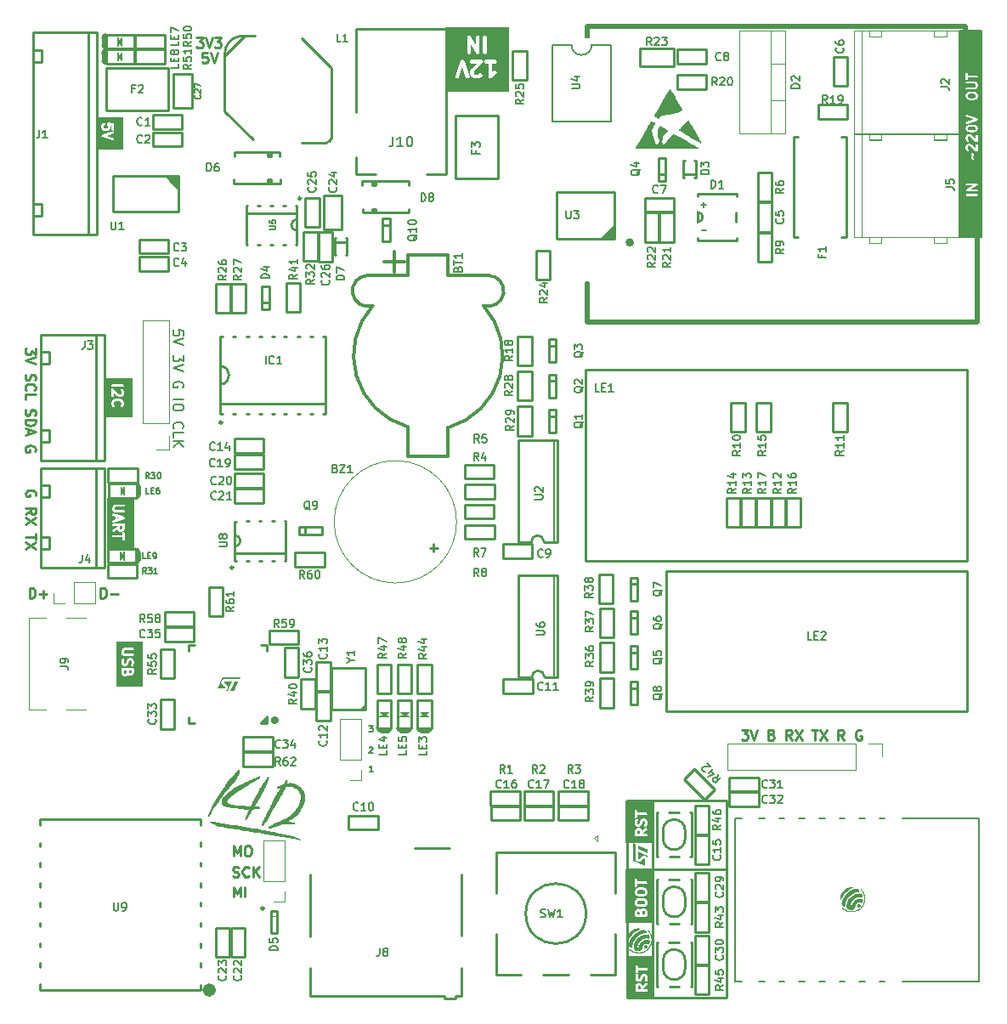
<source format=gbr>
%TF.GenerationSoftware,KiCad,Pcbnew,7.0.1*%
%TF.CreationDate,2023-04-15T09:39:37+07:00*%
%TF.ProjectId,DO_AN_DKTD,444f5f41-4e5f-4444-9b54-442e6b696361,rev?*%
%TF.SameCoordinates,Original*%
%TF.FileFunction,Legend,Top*%
%TF.FilePolarity,Positive*%
%FSLAX46Y46*%
G04 Gerber Fmt 4.6, Leading zero omitted, Abs format (unit mm)*
G04 Created by KiCad (PCBNEW 7.0.1) date 2023-04-15 09:39:37*
%MOMM*%
%LPD*%
G01*
G04 APERTURE LIST*
%ADD10C,0.250000*%
%ADD11C,0.150000*%
%ADD12C,0.500000*%
%ADD13C,0.200000*%
%ADD14C,0.375000*%
%ADD15C,0.120000*%
%ADD16C,0.100000*%
%ADD17C,0.283607*%
%ADD18C,0.010000*%
%ADD19C,0.660521*%
%ADD20C,0.300000*%
%ADD21C,0.152400*%
%ADD22C,0.127000*%
%ADD23C,0.425167*%
%ADD24C,0.385000*%
G04 APERTURE END LIST*
D10*
X104338095Y-104177619D02*
X104338095Y-103177619D01*
X104338095Y-103177619D02*
X104576190Y-103177619D01*
X104576190Y-103177619D02*
X104719047Y-103225238D01*
X104719047Y-103225238D02*
X104814285Y-103320476D01*
X104814285Y-103320476D02*
X104861904Y-103415714D01*
X104861904Y-103415714D02*
X104909523Y-103606190D01*
X104909523Y-103606190D02*
X104909523Y-103749047D01*
X104909523Y-103749047D02*
X104861904Y-103939523D01*
X104861904Y-103939523D02*
X104814285Y-104034761D01*
X104814285Y-104034761D02*
X104719047Y-104130000D01*
X104719047Y-104130000D02*
X104576190Y-104177619D01*
X104576190Y-104177619D02*
X104338095Y-104177619D01*
X105338095Y-103796666D02*
X106100000Y-103796666D01*
X97238095Y-104177619D02*
X97238095Y-103177619D01*
X97238095Y-103177619D02*
X97476190Y-103177619D01*
X97476190Y-103177619D02*
X97619047Y-103225238D01*
X97619047Y-103225238D02*
X97714285Y-103320476D01*
X97714285Y-103320476D02*
X97761904Y-103415714D01*
X97761904Y-103415714D02*
X97809523Y-103606190D01*
X97809523Y-103606190D02*
X97809523Y-103749047D01*
X97809523Y-103749047D02*
X97761904Y-103939523D01*
X97761904Y-103939523D02*
X97714285Y-104034761D01*
X97714285Y-104034761D02*
X97619047Y-104130000D01*
X97619047Y-104130000D02*
X97476190Y-104177619D01*
X97476190Y-104177619D02*
X97238095Y-104177619D01*
X98238095Y-103796666D02*
X99000000Y-103796666D01*
X98619047Y-104177619D02*
X98619047Y-103415714D01*
X117571428Y-133977619D02*
X117571428Y-132977619D01*
X117571428Y-132977619D02*
X117904761Y-133691904D01*
X117904761Y-133691904D02*
X118238094Y-132977619D01*
X118238094Y-132977619D02*
X118238094Y-133977619D01*
X118714285Y-133977619D02*
X118714285Y-132977619D01*
X117523809Y-131930000D02*
X117666666Y-131977619D01*
X117666666Y-131977619D02*
X117904761Y-131977619D01*
X117904761Y-131977619D02*
X117999999Y-131930000D01*
X117999999Y-131930000D02*
X118047618Y-131882380D01*
X118047618Y-131882380D02*
X118095237Y-131787142D01*
X118095237Y-131787142D02*
X118095237Y-131691904D01*
X118095237Y-131691904D02*
X118047618Y-131596666D01*
X118047618Y-131596666D02*
X117999999Y-131549047D01*
X117999999Y-131549047D02*
X117904761Y-131501428D01*
X117904761Y-131501428D02*
X117714285Y-131453809D01*
X117714285Y-131453809D02*
X117619047Y-131406190D01*
X117619047Y-131406190D02*
X117571428Y-131358571D01*
X117571428Y-131358571D02*
X117523809Y-131263333D01*
X117523809Y-131263333D02*
X117523809Y-131168095D01*
X117523809Y-131168095D02*
X117571428Y-131072857D01*
X117571428Y-131072857D02*
X117619047Y-131025238D01*
X117619047Y-131025238D02*
X117714285Y-130977619D01*
X117714285Y-130977619D02*
X117952380Y-130977619D01*
X117952380Y-130977619D02*
X118095237Y-131025238D01*
X119095237Y-131882380D02*
X119047618Y-131930000D01*
X119047618Y-131930000D02*
X118904761Y-131977619D01*
X118904761Y-131977619D02*
X118809523Y-131977619D01*
X118809523Y-131977619D02*
X118666666Y-131930000D01*
X118666666Y-131930000D02*
X118571428Y-131834761D01*
X118571428Y-131834761D02*
X118523809Y-131739523D01*
X118523809Y-131739523D02*
X118476190Y-131549047D01*
X118476190Y-131549047D02*
X118476190Y-131406190D01*
X118476190Y-131406190D02*
X118523809Y-131215714D01*
X118523809Y-131215714D02*
X118571428Y-131120476D01*
X118571428Y-131120476D02*
X118666666Y-131025238D01*
X118666666Y-131025238D02*
X118809523Y-130977619D01*
X118809523Y-130977619D02*
X118904761Y-130977619D01*
X118904761Y-130977619D02*
X119047618Y-131025238D01*
X119047618Y-131025238D02*
X119095237Y-131072857D01*
X119523809Y-131977619D02*
X119523809Y-130977619D01*
X120095237Y-131977619D02*
X119666666Y-131406190D01*
X120095237Y-130977619D02*
X119523809Y-131549047D01*
X117571428Y-129877619D02*
X117571428Y-128877619D01*
X117571428Y-128877619D02*
X117904761Y-129591904D01*
X117904761Y-129591904D02*
X118238094Y-128877619D01*
X118238094Y-128877619D02*
X118238094Y-129877619D01*
X118904761Y-128877619D02*
X119095237Y-128877619D01*
X119095237Y-128877619D02*
X119190475Y-128925238D01*
X119190475Y-128925238D02*
X119285713Y-129020476D01*
X119285713Y-129020476D02*
X119333332Y-129210952D01*
X119333332Y-129210952D02*
X119333332Y-129544285D01*
X119333332Y-129544285D02*
X119285713Y-129734761D01*
X119285713Y-129734761D02*
X119190475Y-129830000D01*
X119190475Y-129830000D02*
X119095237Y-129877619D01*
X119095237Y-129877619D02*
X118904761Y-129877619D01*
X118904761Y-129877619D02*
X118809523Y-129830000D01*
X118809523Y-129830000D02*
X118714285Y-129734761D01*
X118714285Y-129734761D02*
X118666666Y-129544285D01*
X118666666Y-129544285D02*
X118666666Y-129210952D01*
X118666666Y-129210952D02*
X118714285Y-129020476D01*
X118714285Y-129020476D02*
X118809523Y-128925238D01*
X118809523Y-128925238D02*
X118904761Y-128877619D01*
D11*
X189880000Y-47690000D02*
X192120000Y-47690000D01*
X192120000Y-51790000D01*
X189880000Y-51790000D01*
X189880000Y-47690000D01*
G36*
X189880000Y-47690000D02*
G01*
X192120000Y-47690000D01*
X192120000Y-51790000D01*
X189880000Y-51790000D01*
X189880000Y-47690000D01*
G37*
D12*
X152830000Y-72860000D02*
X152830000Y-76740000D01*
D10*
X159300000Y-124400000D02*
X159300000Y-143950000D01*
D11*
X189880000Y-64654600D02*
X192120000Y-64654600D01*
X192120000Y-68210000D01*
X189880000Y-68210000D01*
X189880000Y-64654600D01*
G36*
X189880000Y-64654600D02*
G01*
X192120000Y-64654600D01*
X192120000Y-68210000D01*
X189880000Y-68210000D01*
X189880000Y-64654600D01*
G37*
D10*
X156750000Y-124398707D02*
X166701293Y-124398707D01*
X166701293Y-131250000D01*
X156750000Y-131250000D01*
X156750000Y-124398707D01*
D13*
X152680000Y-72680000D02*
X152975400Y-72680000D01*
X152975400Y-72860000D01*
X152680000Y-72860000D01*
X152680000Y-72680000D01*
D12*
X191650000Y-76740000D02*
X191650000Y-68160000D01*
X190530000Y-47260000D02*
X152820000Y-47260000D01*
X152830000Y-76740000D02*
X191650000Y-76740000D01*
D13*
X152672300Y-48130000D02*
X152967700Y-48130000D01*
X152967700Y-48310000D01*
X152672300Y-48310000D01*
X152672300Y-48130000D01*
D10*
X156748705Y-131250000D02*
X166701293Y-131250000D01*
X166701293Y-143997413D01*
X156748705Y-143997413D01*
X156748705Y-131250000D01*
D11*
X189880000Y-55070000D02*
X192110000Y-55070000D01*
X192110000Y-55440000D01*
X189880000Y-55440000D01*
X189880000Y-55070000D01*
G36*
X189880000Y-55070000D02*
G01*
X192110000Y-55070000D01*
X192110000Y-55440000D01*
X189880000Y-55440000D01*
X189880000Y-55070000D01*
G37*
X189870000Y-60960000D02*
X192110000Y-60960000D01*
X192110000Y-62030000D01*
X189870000Y-62030000D01*
X189870000Y-60960000D01*
G36*
X189870000Y-60960000D02*
G01*
X192110000Y-60960000D01*
X192110000Y-62030000D01*
X189870000Y-62030000D01*
X189870000Y-60960000D01*
G37*
D12*
X190530000Y-47260000D02*
X190530000Y-47680000D01*
X152820000Y-47260000D02*
X152820000Y-48130000D01*
D13*
X112572380Y-78014285D02*
X112572380Y-77538095D01*
X112572380Y-77538095D02*
X112096190Y-77490476D01*
X112096190Y-77490476D02*
X112143809Y-77538095D01*
X112143809Y-77538095D02*
X112191428Y-77633333D01*
X112191428Y-77633333D02*
X112191428Y-77871428D01*
X112191428Y-77871428D02*
X112143809Y-77966666D01*
X112143809Y-77966666D02*
X112096190Y-78014285D01*
X112096190Y-78014285D02*
X112000952Y-78061904D01*
X112000952Y-78061904D02*
X111762857Y-78061904D01*
X111762857Y-78061904D02*
X111667619Y-78014285D01*
X111667619Y-78014285D02*
X111620000Y-77966666D01*
X111620000Y-77966666D02*
X111572380Y-77871428D01*
X111572380Y-77871428D02*
X111572380Y-77633333D01*
X111572380Y-77633333D02*
X111620000Y-77538095D01*
X111620000Y-77538095D02*
X111667619Y-77490476D01*
X112572380Y-78347619D02*
X111572380Y-78680952D01*
X111572380Y-78680952D02*
X112572380Y-79014285D01*
X112572380Y-80014286D02*
X112572380Y-80633333D01*
X112572380Y-80633333D02*
X112191428Y-80300000D01*
X112191428Y-80300000D02*
X112191428Y-80442857D01*
X112191428Y-80442857D02*
X112143809Y-80538095D01*
X112143809Y-80538095D02*
X112096190Y-80585714D01*
X112096190Y-80585714D02*
X112000952Y-80633333D01*
X112000952Y-80633333D02*
X111762857Y-80633333D01*
X111762857Y-80633333D02*
X111667619Y-80585714D01*
X111667619Y-80585714D02*
X111620000Y-80538095D01*
X111620000Y-80538095D02*
X111572380Y-80442857D01*
X111572380Y-80442857D02*
X111572380Y-80157143D01*
X111572380Y-80157143D02*
X111620000Y-80061905D01*
X111620000Y-80061905D02*
X111667619Y-80014286D01*
X112572380Y-80919048D02*
X111572380Y-81252381D01*
X111572380Y-81252381D02*
X112572380Y-81585714D01*
X112524761Y-83204762D02*
X112572380Y-83109524D01*
X112572380Y-83109524D02*
X112572380Y-82966667D01*
X112572380Y-82966667D02*
X112524761Y-82823810D01*
X112524761Y-82823810D02*
X112429523Y-82728572D01*
X112429523Y-82728572D02*
X112334285Y-82680953D01*
X112334285Y-82680953D02*
X112143809Y-82633334D01*
X112143809Y-82633334D02*
X112000952Y-82633334D01*
X112000952Y-82633334D02*
X111810476Y-82680953D01*
X111810476Y-82680953D02*
X111715238Y-82728572D01*
X111715238Y-82728572D02*
X111620000Y-82823810D01*
X111620000Y-82823810D02*
X111572380Y-82966667D01*
X111572380Y-82966667D02*
X111572380Y-83061905D01*
X111572380Y-83061905D02*
X111620000Y-83204762D01*
X111620000Y-83204762D02*
X111667619Y-83252381D01*
X111667619Y-83252381D02*
X112000952Y-83252381D01*
X112000952Y-83252381D02*
X112000952Y-83061905D01*
X111572380Y-84442858D02*
X112572380Y-84442858D01*
X112572380Y-85109524D02*
X112572380Y-85300000D01*
X112572380Y-85300000D02*
X112524761Y-85395238D01*
X112524761Y-85395238D02*
X112429523Y-85490476D01*
X112429523Y-85490476D02*
X112239047Y-85538095D01*
X112239047Y-85538095D02*
X111905714Y-85538095D01*
X111905714Y-85538095D02*
X111715238Y-85490476D01*
X111715238Y-85490476D02*
X111620000Y-85395238D01*
X111620000Y-85395238D02*
X111572380Y-85300000D01*
X111572380Y-85300000D02*
X111572380Y-85109524D01*
X111572380Y-85109524D02*
X111620000Y-85014286D01*
X111620000Y-85014286D02*
X111715238Y-84919048D01*
X111715238Y-84919048D02*
X111905714Y-84871429D01*
X111905714Y-84871429D02*
X112239047Y-84871429D01*
X112239047Y-84871429D02*
X112429523Y-84919048D01*
X112429523Y-84919048D02*
X112524761Y-85014286D01*
X112524761Y-85014286D02*
X112572380Y-85109524D01*
X111667619Y-87300000D02*
X111620000Y-87252381D01*
X111620000Y-87252381D02*
X111572380Y-87109524D01*
X111572380Y-87109524D02*
X111572380Y-87014286D01*
X111572380Y-87014286D02*
X111620000Y-86871429D01*
X111620000Y-86871429D02*
X111715238Y-86776191D01*
X111715238Y-86776191D02*
X111810476Y-86728572D01*
X111810476Y-86728572D02*
X112000952Y-86680953D01*
X112000952Y-86680953D02*
X112143809Y-86680953D01*
X112143809Y-86680953D02*
X112334285Y-86728572D01*
X112334285Y-86728572D02*
X112429523Y-86776191D01*
X112429523Y-86776191D02*
X112524761Y-86871429D01*
X112524761Y-86871429D02*
X112572380Y-87014286D01*
X112572380Y-87014286D02*
X112572380Y-87109524D01*
X112572380Y-87109524D02*
X112524761Y-87252381D01*
X112524761Y-87252381D02*
X112477142Y-87300000D01*
X111572380Y-88204762D02*
X111572380Y-87728572D01*
X111572380Y-87728572D02*
X112572380Y-87728572D01*
X111572380Y-88538096D02*
X112572380Y-88538096D01*
X111572380Y-89109524D02*
X112143809Y-88680953D01*
X112572380Y-89109524D02*
X112000952Y-88538096D01*
D11*
X131457142Y-121526571D02*
X131114285Y-121526571D01*
X131285714Y-121526571D02*
X131285714Y-120926571D01*
X131285714Y-120926571D02*
X131228571Y-121012285D01*
X131228571Y-121012285D02*
X131171428Y-121069428D01*
X131171428Y-121069428D02*
X131114285Y-121098000D01*
D10*
X168192857Y-117327619D02*
X168811904Y-117327619D01*
X168811904Y-117327619D02*
X168478571Y-117708571D01*
X168478571Y-117708571D02*
X168621428Y-117708571D01*
X168621428Y-117708571D02*
X168716666Y-117756190D01*
X168716666Y-117756190D02*
X168764285Y-117803809D01*
X168764285Y-117803809D02*
X168811904Y-117899047D01*
X168811904Y-117899047D02*
X168811904Y-118137142D01*
X168811904Y-118137142D02*
X168764285Y-118232380D01*
X168764285Y-118232380D02*
X168716666Y-118280000D01*
X168716666Y-118280000D02*
X168621428Y-118327619D01*
X168621428Y-118327619D02*
X168335714Y-118327619D01*
X168335714Y-118327619D02*
X168240476Y-118280000D01*
X168240476Y-118280000D02*
X168192857Y-118232380D01*
X169097619Y-117327619D02*
X169430952Y-118327619D01*
X169430952Y-118327619D02*
X169764285Y-117327619D01*
X171192857Y-117803809D02*
X171335714Y-117851428D01*
X171335714Y-117851428D02*
X171383333Y-117899047D01*
X171383333Y-117899047D02*
X171430952Y-117994285D01*
X171430952Y-117994285D02*
X171430952Y-118137142D01*
X171430952Y-118137142D02*
X171383333Y-118232380D01*
X171383333Y-118232380D02*
X171335714Y-118280000D01*
X171335714Y-118280000D02*
X171240476Y-118327619D01*
X171240476Y-118327619D02*
X170859524Y-118327619D01*
X170859524Y-118327619D02*
X170859524Y-117327619D01*
X170859524Y-117327619D02*
X171192857Y-117327619D01*
X171192857Y-117327619D02*
X171288095Y-117375238D01*
X171288095Y-117375238D02*
X171335714Y-117422857D01*
X171335714Y-117422857D02*
X171383333Y-117518095D01*
X171383333Y-117518095D02*
X171383333Y-117613333D01*
X171383333Y-117613333D02*
X171335714Y-117708571D01*
X171335714Y-117708571D02*
X171288095Y-117756190D01*
X171288095Y-117756190D02*
X171192857Y-117803809D01*
X171192857Y-117803809D02*
X170859524Y-117803809D01*
X173192857Y-118327619D02*
X172859524Y-117851428D01*
X172621429Y-118327619D02*
X172621429Y-117327619D01*
X172621429Y-117327619D02*
X173002381Y-117327619D01*
X173002381Y-117327619D02*
X173097619Y-117375238D01*
X173097619Y-117375238D02*
X173145238Y-117422857D01*
X173145238Y-117422857D02*
X173192857Y-117518095D01*
X173192857Y-117518095D02*
X173192857Y-117660952D01*
X173192857Y-117660952D02*
X173145238Y-117756190D01*
X173145238Y-117756190D02*
X173097619Y-117803809D01*
X173097619Y-117803809D02*
X173002381Y-117851428D01*
X173002381Y-117851428D02*
X172621429Y-117851428D01*
X173526191Y-117327619D02*
X174192857Y-118327619D01*
X174192857Y-117327619D02*
X173526191Y-118327619D01*
X175192858Y-117327619D02*
X175764286Y-117327619D01*
X175478572Y-118327619D02*
X175478572Y-117327619D01*
X176002382Y-117327619D02*
X176669048Y-118327619D01*
X176669048Y-117327619D02*
X176002382Y-118327619D01*
X178383334Y-118327619D02*
X178050001Y-117851428D01*
X177811906Y-118327619D02*
X177811906Y-117327619D01*
X177811906Y-117327619D02*
X178192858Y-117327619D01*
X178192858Y-117327619D02*
X178288096Y-117375238D01*
X178288096Y-117375238D02*
X178335715Y-117422857D01*
X178335715Y-117422857D02*
X178383334Y-117518095D01*
X178383334Y-117518095D02*
X178383334Y-117660952D01*
X178383334Y-117660952D02*
X178335715Y-117756190D01*
X178335715Y-117756190D02*
X178288096Y-117803809D01*
X178288096Y-117803809D02*
X178192858Y-117851428D01*
X178192858Y-117851428D02*
X177811906Y-117851428D01*
X180097620Y-117375238D02*
X180002382Y-117327619D01*
X180002382Y-117327619D02*
X179859525Y-117327619D01*
X179859525Y-117327619D02*
X179716668Y-117375238D01*
X179716668Y-117375238D02*
X179621430Y-117470476D01*
X179621430Y-117470476D02*
X179573811Y-117565714D01*
X179573811Y-117565714D02*
X179526192Y-117756190D01*
X179526192Y-117756190D02*
X179526192Y-117899047D01*
X179526192Y-117899047D02*
X179573811Y-118089523D01*
X179573811Y-118089523D02*
X179621430Y-118184761D01*
X179621430Y-118184761D02*
X179716668Y-118280000D01*
X179716668Y-118280000D02*
X179859525Y-118327619D01*
X179859525Y-118327619D02*
X179954763Y-118327619D01*
X179954763Y-118327619D02*
X180097620Y-118280000D01*
X180097620Y-118280000D02*
X180145239Y-118232380D01*
X180145239Y-118232380D02*
X180145239Y-117899047D01*
X180145239Y-117899047D02*
X179954763Y-117899047D01*
X114964285Y-49877619D02*
X114488095Y-49877619D01*
X114488095Y-49877619D02*
X114440476Y-50353809D01*
X114440476Y-50353809D02*
X114488095Y-50306190D01*
X114488095Y-50306190D02*
X114583333Y-50258571D01*
X114583333Y-50258571D02*
X114821428Y-50258571D01*
X114821428Y-50258571D02*
X114916666Y-50306190D01*
X114916666Y-50306190D02*
X114964285Y-50353809D01*
X114964285Y-50353809D02*
X115011904Y-50449047D01*
X115011904Y-50449047D02*
X115011904Y-50687142D01*
X115011904Y-50687142D02*
X114964285Y-50782380D01*
X114964285Y-50782380D02*
X114916666Y-50830000D01*
X114916666Y-50830000D02*
X114821428Y-50877619D01*
X114821428Y-50877619D02*
X114583333Y-50877619D01*
X114583333Y-50877619D02*
X114488095Y-50830000D01*
X114488095Y-50830000D02*
X114440476Y-50782380D01*
X115297619Y-49877619D02*
X115630952Y-50877619D01*
X115630952Y-50877619D02*
X115964285Y-49877619D01*
D14*
G36*
X144991964Y-53769286D02*
G01*
X138658036Y-53769286D01*
X138658036Y-52286813D01*
X139707061Y-52286813D01*
X139763203Y-52381535D01*
X139861645Y-52430867D01*
X139971129Y-52419146D01*
X140056896Y-52350093D01*
X140396427Y-51331497D01*
X140727075Y-52323439D01*
X140773880Y-52390785D01*
X140875627Y-52432877D01*
X140983979Y-52413278D01*
X141064533Y-52338211D01*
X141091716Y-52231508D01*
X140603341Y-50766382D01*
X141131572Y-50766382D01*
X141177313Y-50866541D01*
X141269944Y-50926071D01*
X141800906Y-50926071D01*
X141270980Y-51455996D01*
X141235960Y-51484192D01*
X141223842Y-51520542D01*
X141205478Y-51554176D01*
X141206741Y-51571846D01*
X141154555Y-51728404D01*
X141137499Y-51754945D01*
X141137499Y-51806617D01*
X141135632Y-51858242D01*
X141137499Y-51861392D01*
X141137499Y-51942766D01*
X141132673Y-51987467D01*
X141149808Y-52021737D01*
X141160605Y-52058507D01*
X141173994Y-52070108D01*
X141218209Y-52158539D01*
X141224916Y-52189368D01*
X141261452Y-52225904D01*
X141296638Y-52263730D01*
X141300186Y-52264637D01*
X141318652Y-52283102D01*
X141334761Y-52310225D01*
X141380966Y-52333328D01*
X141426320Y-52358092D01*
X141429972Y-52357830D01*
X141517830Y-52401759D01*
X141555659Y-52426071D01*
X141593977Y-52426071D01*
X141631690Y-52432858D01*
X141648055Y-52426071D01*
X141957766Y-52426071D01*
X142002467Y-52430897D01*
X142036737Y-52413761D01*
X142073507Y-52402965D01*
X142085108Y-52389575D01*
X142173539Y-52345360D01*
X142204367Y-52338654D01*
X142240897Y-52302123D01*
X142278730Y-52266932D01*
X142279637Y-52263383D01*
X142333787Y-52209234D01*
X142373092Y-52137253D01*
X142365237Y-52027423D01*
X142299250Y-51939275D01*
X142196083Y-51900796D01*
X142088489Y-51924202D01*
X141999646Y-52013044D01*
X141923594Y-52051071D01*
X141654976Y-52051071D01*
X141578925Y-52013045D01*
X141550524Y-51984645D01*
X141512499Y-51908594D01*
X141512499Y-51840427D01*
X141560308Y-51696998D01*
X142352313Y-50904993D01*
X142359221Y-50902965D01*
X142390892Y-50866414D01*
X142405216Y-50852091D01*
X142408473Y-50846125D01*
X142431328Y-50819750D01*
X142434349Y-50798737D01*
X142444521Y-50780109D01*
X142443539Y-50766382D01*
X142560143Y-50766382D01*
X142605884Y-50866541D01*
X142698515Y-50926071D01*
X142994642Y-50926071D01*
X142994642Y-52210003D01*
X142986754Y-52235288D01*
X142994642Y-52263924D01*
X142994642Y-52265530D01*
X143001786Y-52289861D01*
X143015995Y-52341444D01*
X143017267Y-52342584D01*
X143017748Y-52344221D01*
X143058149Y-52379229D01*
X143097988Y-52414939D01*
X143099673Y-52415210D01*
X143100963Y-52416328D01*
X143153892Y-52423937D01*
X143206698Y-52432438D01*
X143208262Y-52431754D01*
X143209953Y-52431998D01*
X143258612Y-52409775D01*
X143307613Y-52388386D01*
X143308559Y-52386965D01*
X143310112Y-52386257D01*
X143339017Y-52341278D01*
X143470709Y-52143739D01*
X143578922Y-52035526D01*
X143718678Y-51965649D01*
X143778728Y-51909791D01*
X143806008Y-51803114D01*
X143771282Y-51698622D01*
X143685578Y-51629493D01*
X143576104Y-51617673D01*
X143405028Y-51703210D01*
X143374203Y-51709916D01*
X143369642Y-51714477D01*
X143369642Y-50926071D01*
X143637672Y-50926071D01*
X143716363Y-50902965D01*
X143788470Y-50819750D01*
X143804140Y-50710760D01*
X143758399Y-50610601D01*
X143665768Y-50551071D01*
X143195555Y-50551071D01*
X143154331Y-50545144D01*
X143141353Y-50551071D01*
X142726611Y-50551071D01*
X142647920Y-50574177D01*
X142575813Y-50657392D01*
X142560143Y-50766382D01*
X142443539Y-50766382D01*
X142442031Y-50745302D01*
X142446998Y-50710760D01*
X142438180Y-50691451D01*
X142436666Y-50670280D01*
X142415753Y-50642344D01*
X142401257Y-50610601D01*
X142383399Y-50599124D01*
X142370679Y-50582132D01*
X142337981Y-50569936D01*
X142308626Y-50551071D01*
X142287401Y-50551071D01*
X142267512Y-50543653D01*
X142233413Y-50551071D01*
X141298040Y-50551071D01*
X141219349Y-50574177D01*
X141147242Y-50657392D01*
X141131572Y-50766382D01*
X140603341Y-50766382D01*
X140585031Y-50711453D01*
X140585795Y-50690328D01*
X140567957Y-50660233D01*
X140565781Y-50653703D01*
X140554270Y-50637141D01*
X140529653Y-50595607D01*
X140523134Y-50592340D01*
X140518976Y-50586357D01*
X140474377Y-50567906D01*
X140431211Y-50546275D01*
X140423963Y-50547050D01*
X140417229Y-50544265D01*
X140369733Y-50552856D01*
X140321727Y-50557996D01*
X140316048Y-50562567D01*
X140308877Y-50563865D01*
X140273560Y-50596775D01*
X140235960Y-50627048D01*
X140233655Y-50633961D01*
X140228323Y-50638931D01*
X140216405Y-50685711D01*
X139710025Y-52204854D01*
X139707061Y-52286813D01*
X138658036Y-52286813D01*
X138658036Y-48353796D01*
X140849174Y-48353796D01*
X140851785Y-48358365D01*
X140851785Y-49835530D01*
X140874891Y-49914221D01*
X140958106Y-49986328D01*
X141067096Y-50001998D01*
X141167255Y-49956257D01*
X141226785Y-49863626D01*
X141226785Y-49014615D01*
X141722719Y-49882499D01*
X141732034Y-49914221D01*
X141769958Y-49947083D01*
X141806111Y-49981863D01*
X141811271Y-49982881D01*
X141815249Y-49986328D01*
X141864907Y-49993467D01*
X141914137Y-50003184D01*
X141919032Y-50001249D01*
X141924239Y-50001998D01*
X141969869Y-49981159D01*
X142016542Y-49962715D01*
X142019613Y-49958441D01*
X142024398Y-49956257D01*
X142051514Y-49914062D01*
X142080810Y-49873308D01*
X142081083Y-49868051D01*
X142083928Y-49863626D01*
X142083928Y-49835530D01*
X142423214Y-49835530D01*
X142446320Y-49914221D01*
X142529535Y-49986328D01*
X142638525Y-50001998D01*
X142738684Y-49956257D01*
X142798214Y-49863626D01*
X142798214Y-48281612D01*
X142775108Y-48202921D01*
X142691893Y-48130814D01*
X142582903Y-48115144D01*
X142482744Y-48160885D01*
X142423214Y-48253516D01*
X142423214Y-49835530D01*
X142083928Y-49835530D01*
X142083928Y-49813461D01*
X142086539Y-49763346D01*
X142083928Y-49758777D01*
X142083928Y-48281612D01*
X142060822Y-48202921D01*
X141977607Y-48130814D01*
X141868617Y-48115144D01*
X141768458Y-48160885D01*
X141708928Y-48253516D01*
X141708928Y-49102527D01*
X141212993Y-48234642D01*
X141203679Y-48202921D01*
X141165754Y-48170058D01*
X141129602Y-48135279D01*
X141124441Y-48134260D01*
X141120464Y-48130814D01*
X141070794Y-48123672D01*
X141021576Y-48113959D01*
X141016682Y-48115892D01*
X141011474Y-48115144D01*
X140965832Y-48135987D01*
X140919172Y-48154427D01*
X140916100Y-48158699D01*
X140911315Y-48160885D01*
X140884191Y-48203090D01*
X140854903Y-48243835D01*
X140854629Y-48249090D01*
X140851785Y-48253516D01*
X140851785Y-48303681D01*
X140849174Y-48353796D01*
X138658036Y-48353796D01*
X138658036Y-47348214D01*
X144991964Y-47348214D01*
X144991964Y-53769286D01*
G37*
D11*
X131085714Y-116926571D02*
X131457142Y-116926571D01*
X131457142Y-116926571D02*
X131257142Y-117155142D01*
X131257142Y-117155142D02*
X131342857Y-117155142D01*
X131342857Y-117155142D02*
X131400000Y-117183714D01*
X131400000Y-117183714D02*
X131428571Y-117212285D01*
X131428571Y-117212285D02*
X131457142Y-117269428D01*
X131457142Y-117269428D02*
X131457142Y-117412285D01*
X131457142Y-117412285D02*
X131428571Y-117469428D01*
X131428571Y-117469428D02*
X131400000Y-117498000D01*
X131400000Y-117498000D02*
X131342857Y-117526571D01*
X131342857Y-117526571D02*
X131171428Y-117526571D01*
X131171428Y-117526571D02*
X131114285Y-117498000D01*
X131114285Y-117498000D02*
X131085714Y-117469428D01*
D10*
G36*
X158082145Y-142840827D02*
G01*
X158101077Y-142859759D01*
X158126428Y-142910460D01*
X158126428Y-143017354D01*
X158123311Y-143047430D01*
X158126428Y-143053598D01*
X158126428Y-143136904D01*
X157852619Y-143136904D01*
X157852619Y-142910460D01*
X157877970Y-142859758D01*
X157896902Y-142840826D01*
X157947603Y-142815476D01*
X158031444Y-142815476D01*
X158082145Y-142840827D01*
G37*
G36*
X159367857Y-144017857D02*
G01*
X156707143Y-144017857D01*
X156707143Y-142894936D01*
X157598095Y-142894936D01*
X157602619Y-142905844D01*
X157602619Y-143252965D01*
X157598668Y-143280444D01*
X157610201Y-143305698D01*
X157618023Y-143332337D01*
X157625210Y-143338565D01*
X157629162Y-143347217D01*
X157652518Y-143362227D01*
X157673500Y-143380408D01*
X157682914Y-143381761D01*
X157690916Y-143386904D01*
X157718680Y-143386904D01*
X157746159Y-143390855D01*
X157754811Y-143386904D01*
X158242489Y-143386904D01*
X158269968Y-143390855D01*
X158278620Y-143386904D01*
X158745591Y-143386904D01*
X158798052Y-143371500D01*
X158846123Y-143316023D01*
X158856570Y-143243364D01*
X158826076Y-143176591D01*
X158764322Y-143136904D01*
X158376428Y-143136904D01*
X158376428Y-143088891D01*
X158814025Y-142782574D01*
X158848169Y-142739870D01*
X158855737Y-142666854D01*
X158822628Y-142601339D01*
X158759355Y-142564123D01*
X158686005Y-142567024D01*
X158351347Y-142801283D01*
X158322620Y-142743829D01*
X158318150Y-142723278D01*
X158293789Y-142698917D01*
X158270336Y-142673704D01*
X158267970Y-142673099D01*
X158255659Y-142660788D01*
X158244920Y-142642706D01*
X158214105Y-142627298D01*
X158183882Y-142610795D01*
X158181446Y-142610969D01*
X158122868Y-142581679D01*
X158097655Y-142565476D01*
X158072109Y-142565476D01*
X158046968Y-142560952D01*
X158036060Y-142565476D01*
X157924816Y-142565476D01*
X157895021Y-142562259D01*
X157872173Y-142573682D01*
X157847662Y-142580880D01*
X157839928Y-142589805D01*
X157780972Y-142619283D01*
X157760421Y-142623754D01*
X157736060Y-142648114D01*
X157710847Y-142671568D01*
X157710242Y-142673933D01*
X157697931Y-142686244D01*
X157679849Y-142696984D01*
X157664441Y-142727798D01*
X157647938Y-142758022D01*
X157648112Y-142760457D01*
X157618822Y-142819035D01*
X157602619Y-142844249D01*
X157602619Y-142869795D01*
X157598095Y-142894936D01*
X156707143Y-142894936D01*
X156707143Y-142142121D01*
X157599402Y-142142121D01*
X157610825Y-142164968D01*
X157618023Y-142189480D01*
X157626948Y-142197213D01*
X157656426Y-142256170D01*
X157660897Y-142276720D01*
X157685252Y-142301075D01*
X157708711Y-142326295D01*
X157711076Y-142326899D01*
X157723387Y-142339211D01*
X157734127Y-142357293D01*
X157764937Y-142372698D01*
X157795164Y-142389203D01*
X157797598Y-142389028D01*
X157856178Y-142418319D01*
X157881392Y-142434523D01*
X157906938Y-142434523D01*
X157932079Y-142439047D01*
X157942987Y-142434523D01*
X158006608Y-142434523D01*
X158036407Y-142437740D01*
X158059254Y-142426316D01*
X158083766Y-142419119D01*
X158091499Y-142410193D01*
X158150456Y-142380715D01*
X158171006Y-142376245D01*
X158195361Y-142351889D01*
X158220581Y-142328431D01*
X158221185Y-142326065D01*
X158233497Y-142313754D01*
X158251579Y-142303015D01*
X158266984Y-142272204D01*
X158283489Y-142241978D01*
X158283314Y-142239543D01*
X158305656Y-142194861D01*
X158316175Y-142184971D01*
X158321748Y-142162676D01*
X158323650Y-142158874D01*
X158326091Y-142145303D01*
X158369368Y-141972197D01*
X158401779Y-141907377D01*
X158420711Y-141888445D01*
X158471412Y-141863095D01*
X158507634Y-141863095D01*
X158558335Y-141888446D01*
X158577268Y-141907378D01*
X158602619Y-141958079D01*
X158602619Y-142146381D01*
X158555731Y-142287044D01*
X158553755Y-142341684D01*
X158591184Y-142404832D01*
X158656811Y-142437720D01*
X158729800Y-142429906D01*
X158786979Y-142383871D01*
X158841247Y-142221062D01*
X158852619Y-142203369D01*
X158852619Y-142168914D01*
X158853864Y-142134505D01*
X158852619Y-142132405D01*
X158852619Y-141935292D01*
X158855836Y-141905497D01*
X158844412Y-141882649D01*
X158837215Y-141858138D01*
X158828289Y-141850404D01*
X158798812Y-141791449D01*
X158794341Y-141770896D01*
X158769974Y-141746530D01*
X158746527Y-141721323D01*
X158744161Y-141720718D01*
X158731848Y-141708405D01*
X158721110Y-141690325D01*
X158690297Y-141674918D01*
X158660071Y-141658414D01*
X158657636Y-141658588D01*
X158599058Y-141629298D01*
X158573845Y-141613095D01*
X158548299Y-141613095D01*
X158523158Y-141608571D01*
X158512250Y-141613095D01*
X158448625Y-141613095D01*
X158418830Y-141609878D01*
X158395982Y-141621301D01*
X158371471Y-141628499D01*
X158363737Y-141637424D01*
X158304781Y-141666902D01*
X158284230Y-141671373D01*
X158259869Y-141695733D01*
X158234656Y-141719187D01*
X158234051Y-141721552D01*
X158221740Y-141733863D01*
X158203658Y-141744603D01*
X158188250Y-141775417D01*
X158171747Y-141805641D01*
X158171921Y-141808076D01*
X158149580Y-141852756D01*
X158139062Y-141862647D01*
X158133488Y-141884941D01*
X158131587Y-141888744D01*
X158129145Y-141902314D01*
X158085868Y-142075420D01*
X158053457Y-142140240D01*
X158034526Y-142159172D01*
X157983825Y-142184523D01*
X157947603Y-142184523D01*
X157896901Y-142159171D01*
X157877969Y-142140240D01*
X157852619Y-142089539D01*
X157852619Y-141901236D01*
X157899506Y-141760574D01*
X157901483Y-141705934D01*
X157864054Y-141642787D01*
X157798427Y-141609899D01*
X157725438Y-141617713D01*
X157668259Y-141663747D01*
X157613988Y-141826557D01*
X157602619Y-141844249D01*
X157602619Y-141878686D01*
X157601374Y-141913113D01*
X157602619Y-141915213D01*
X157602619Y-142112322D01*
X157599402Y-142142121D01*
X156707143Y-142142121D01*
X156707143Y-141185206D01*
X157598668Y-141185206D01*
X157602619Y-141193858D01*
X157602619Y-141470352D01*
X157618023Y-141522813D01*
X157673500Y-141570884D01*
X157746159Y-141581331D01*
X157812932Y-141550837D01*
X157852619Y-141489083D01*
X157852619Y-141291666D01*
X158745591Y-141291666D01*
X158798052Y-141276262D01*
X158846123Y-141220785D01*
X158856570Y-141148126D01*
X158826076Y-141081353D01*
X158764322Y-141041666D01*
X157852619Y-141041666D01*
X157852619Y-140862980D01*
X157837215Y-140810519D01*
X157781738Y-140762448D01*
X157709079Y-140752001D01*
X157642306Y-140782495D01*
X157602619Y-140844249D01*
X157602619Y-141157727D01*
X157598668Y-141185206D01*
X156707143Y-141185206D01*
X156707143Y-139842857D01*
X159367857Y-139842857D01*
X159367857Y-144017857D01*
G37*
G36*
X158508335Y-135390827D02*
G01*
X158527268Y-135409759D01*
X158552619Y-135460460D01*
X158552619Y-135686904D01*
X158278809Y-135686904D01*
X158278809Y-135498855D01*
X158310681Y-135403237D01*
X158323092Y-135390826D01*
X158373793Y-135365476D01*
X158457634Y-135365476D01*
X158508335Y-135390827D01*
G37*
G36*
X157984526Y-135438446D02*
G01*
X158003458Y-135457378D01*
X158027737Y-135505935D01*
X158027564Y-135510732D01*
X158028809Y-135512832D01*
X158028809Y-135686904D01*
X157802619Y-135686904D01*
X157802619Y-135508079D01*
X157827970Y-135457377D01*
X157846902Y-135438445D01*
X157897603Y-135413095D01*
X157933825Y-135413095D01*
X157984526Y-135438446D01*
G37*
G36*
X158470855Y-134353347D02*
G01*
X158527268Y-134409758D01*
X158552619Y-134460460D01*
X158552619Y-134591920D01*
X158527268Y-134642620D01*
X158470855Y-134699033D01*
X158328897Y-134734523D01*
X158026340Y-134734523D01*
X157884380Y-134699032D01*
X157827970Y-134642622D01*
X157802619Y-134591920D01*
X157802619Y-134460460D01*
X157827970Y-134409757D01*
X157884381Y-134353346D01*
X158026340Y-134317857D01*
X158328897Y-134317857D01*
X158470855Y-134353347D01*
G37*
G36*
X158470855Y-133305728D02*
G01*
X158527268Y-133362139D01*
X158552619Y-133412841D01*
X158552619Y-133544301D01*
X158527268Y-133595001D01*
X158470855Y-133651414D01*
X158328897Y-133686904D01*
X158026340Y-133686904D01*
X157884380Y-133651413D01*
X157827970Y-133595003D01*
X157802619Y-133544301D01*
X157802619Y-133412841D01*
X157827970Y-133362138D01*
X157884381Y-133305727D01*
X158026340Y-133270238D01*
X158328897Y-133270238D01*
X158470855Y-133305728D01*
G37*
G36*
X159317857Y-136567857D02*
G01*
X156657143Y-136567857D01*
X156657143Y-135492555D01*
X157548095Y-135492555D01*
X157552619Y-135503463D01*
X157552619Y-135802965D01*
X157548668Y-135830444D01*
X157560201Y-135855698D01*
X157568023Y-135882337D01*
X157575210Y-135888565D01*
X157579162Y-135897217D01*
X157602518Y-135912227D01*
X157623500Y-135930408D01*
X157632914Y-135931761D01*
X157640916Y-135936904D01*
X157668680Y-135936904D01*
X157696159Y-135940855D01*
X157704811Y-135936904D01*
X158144870Y-135936904D01*
X158172349Y-135940855D01*
X158181001Y-135936904D01*
X158668680Y-135936904D01*
X158696159Y-135940855D01*
X158721413Y-135929321D01*
X158748052Y-135921500D01*
X158754280Y-135914312D01*
X158762932Y-135910361D01*
X158777942Y-135887004D01*
X158796123Y-135866023D01*
X158797476Y-135856608D01*
X158802619Y-135848607D01*
X158802619Y-135820843D01*
X158806570Y-135793364D01*
X158802619Y-135784712D01*
X158802619Y-135437673D01*
X158805836Y-135407878D01*
X158794412Y-135385030D01*
X158787215Y-135360519D01*
X158778289Y-135352785D01*
X158748812Y-135293830D01*
X158744341Y-135273277D01*
X158719974Y-135248911D01*
X158696527Y-135223704D01*
X158694161Y-135223099D01*
X158681848Y-135210786D01*
X158671110Y-135192706D01*
X158640297Y-135177299D01*
X158610071Y-135160795D01*
X158607636Y-135160969D01*
X158549058Y-135131679D01*
X158523845Y-135115476D01*
X158498299Y-135115476D01*
X158473158Y-135110952D01*
X158462250Y-135115476D01*
X158351006Y-135115476D01*
X158321211Y-135112259D01*
X158298363Y-135123682D01*
X158273852Y-135130880D01*
X158266118Y-135139805D01*
X158207162Y-135169283D01*
X158186611Y-135173754D01*
X158162250Y-135198114D01*
X158137037Y-135221568D01*
X158136432Y-135223933D01*
X158129127Y-135231238D01*
X158116486Y-135224917D01*
X158086263Y-135208414D01*
X158083827Y-135208588D01*
X158025249Y-135179298D01*
X158000036Y-135163095D01*
X157974490Y-135163095D01*
X157949349Y-135158571D01*
X157938441Y-135163095D01*
X157874816Y-135163095D01*
X157845021Y-135159878D01*
X157822173Y-135171301D01*
X157797662Y-135178499D01*
X157789928Y-135187424D01*
X157730972Y-135216902D01*
X157710421Y-135221373D01*
X157686060Y-135245733D01*
X157660847Y-135269187D01*
X157660242Y-135271552D01*
X157647931Y-135283863D01*
X157629849Y-135294603D01*
X157614441Y-135325417D01*
X157597938Y-135355641D01*
X157598112Y-135358076D01*
X157568822Y-135416654D01*
X157552619Y-135441868D01*
X157552619Y-135467414D01*
X157548095Y-135492555D01*
X156657143Y-135492555D01*
X156657143Y-134444936D01*
X157548095Y-134444936D01*
X157552619Y-134455844D01*
X157552619Y-134614703D01*
X157549402Y-134644502D01*
X157560825Y-134667349D01*
X157568023Y-134691861D01*
X157576948Y-134699594D01*
X157606426Y-134758551D01*
X157610897Y-134779101D01*
X157635250Y-134803455D01*
X157658711Y-134828676D01*
X157661076Y-134829280D01*
X157730737Y-134898942D01*
X157754552Y-134924270D01*
X157774623Y-134929288D01*
X157792784Y-134939204D01*
X157809503Y-134938008D01*
X157960679Y-134975802D01*
X157974249Y-134984523D01*
X157995562Y-134984523D01*
X157998070Y-134985150D01*
X158013493Y-134984523D01*
X158323713Y-134984523D01*
X158338995Y-134989693D01*
X158359675Y-134984523D01*
X158362257Y-134984523D01*
X158377054Y-134980178D01*
X158563210Y-134933638D01*
X158597196Y-134926246D01*
X158611827Y-134911614D01*
X158629672Y-134901145D01*
X158637248Y-134886193D01*
X158707305Y-134816136D01*
X158725389Y-134805396D01*
X158740794Y-134774585D01*
X158757300Y-134744359D01*
X158757125Y-134741922D01*
X158786415Y-134683344D01*
X158802619Y-134658131D01*
X158802619Y-134632585D01*
X158807143Y-134607444D01*
X158802619Y-134596536D01*
X158802619Y-134437673D01*
X158805836Y-134407878D01*
X158794412Y-134385030D01*
X158787215Y-134360519D01*
X158778289Y-134352785D01*
X158748811Y-134293829D01*
X158744341Y-134273278D01*
X158719978Y-134248915D01*
X158696527Y-134223704D01*
X158694161Y-134223099D01*
X158624495Y-134153433D01*
X158600685Y-134128110D01*
X158580613Y-134123091D01*
X158562453Y-134113176D01*
X158545732Y-134114371D01*
X158394557Y-134076577D01*
X158380988Y-134067857D01*
X158359675Y-134067857D01*
X158357167Y-134067230D01*
X158341744Y-134067857D01*
X158031524Y-134067857D01*
X158016242Y-134062687D01*
X157995562Y-134067857D01*
X157992980Y-134067857D01*
X157978182Y-134072201D01*
X157792013Y-134118744D01*
X157758041Y-134126135D01*
X157743411Y-134140764D01*
X157725565Y-134151235D01*
X157717987Y-134166188D01*
X157647931Y-134236244D01*
X157629849Y-134246984D01*
X157614441Y-134277798D01*
X157597938Y-134308022D01*
X157598112Y-134310457D01*
X157568822Y-134369035D01*
X157552619Y-134394249D01*
X157552619Y-134419795D01*
X157548095Y-134444936D01*
X156657143Y-134444936D01*
X156657143Y-133397317D01*
X157548095Y-133397317D01*
X157552619Y-133408225D01*
X157552619Y-133567084D01*
X157549402Y-133596883D01*
X157560825Y-133619730D01*
X157568023Y-133644242D01*
X157576948Y-133651975D01*
X157606426Y-133710932D01*
X157610897Y-133731482D01*
X157635250Y-133755836D01*
X157658711Y-133781057D01*
X157661076Y-133781661D01*
X157730737Y-133851323D01*
X157754552Y-133876651D01*
X157774623Y-133881669D01*
X157792784Y-133891585D01*
X157809503Y-133890389D01*
X157960679Y-133928183D01*
X157974249Y-133936904D01*
X157995562Y-133936904D01*
X157998070Y-133937531D01*
X158013493Y-133936904D01*
X158323713Y-133936904D01*
X158338995Y-133942074D01*
X158359675Y-133936904D01*
X158362257Y-133936904D01*
X158377054Y-133932559D01*
X158563210Y-133886019D01*
X158597196Y-133878627D01*
X158611827Y-133863995D01*
X158629672Y-133853526D01*
X158637248Y-133838574D01*
X158707305Y-133768517D01*
X158725389Y-133757777D01*
X158740794Y-133726966D01*
X158757300Y-133696740D01*
X158757125Y-133694303D01*
X158786415Y-133635725D01*
X158802619Y-133610512D01*
X158802619Y-133584966D01*
X158807143Y-133559825D01*
X158802619Y-133548917D01*
X158802619Y-133390054D01*
X158805836Y-133360259D01*
X158794412Y-133337411D01*
X158787215Y-133312900D01*
X158778289Y-133305166D01*
X158748811Y-133246210D01*
X158744341Y-133225659D01*
X158719978Y-133201296D01*
X158696527Y-133176085D01*
X158694161Y-133175480D01*
X158624495Y-133105814D01*
X158600685Y-133080491D01*
X158580613Y-133075472D01*
X158562453Y-133065557D01*
X158545732Y-133066752D01*
X158394557Y-133028958D01*
X158380988Y-133020238D01*
X158359675Y-133020238D01*
X158357167Y-133019611D01*
X158341744Y-133020238D01*
X158031524Y-133020238D01*
X158016242Y-133015068D01*
X157995562Y-133020238D01*
X157992980Y-133020238D01*
X157978182Y-133024582D01*
X157792013Y-133071125D01*
X157758041Y-133078516D01*
X157743411Y-133093145D01*
X157725565Y-133103616D01*
X157717987Y-133118569D01*
X157647931Y-133188625D01*
X157629849Y-133199365D01*
X157614441Y-133230179D01*
X157597938Y-133260403D01*
X157598112Y-133262838D01*
X157568822Y-133321416D01*
X157552619Y-133346630D01*
X157552619Y-133372176D01*
X157548095Y-133397317D01*
X156657143Y-133397317D01*
X156657143Y-132592349D01*
X157548668Y-132592349D01*
X157552619Y-132601001D01*
X157552619Y-132877495D01*
X157568023Y-132929956D01*
X157623500Y-132978027D01*
X157696159Y-132988474D01*
X157762932Y-132957980D01*
X157802619Y-132896226D01*
X157802619Y-132698809D01*
X158695591Y-132698809D01*
X158748052Y-132683405D01*
X158796123Y-132627928D01*
X158806570Y-132555269D01*
X158776076Y-132488496D01*
X158714322Y-132448809D01*
X157802619Y-132448809D01*
X157802619Y-132270123D01*
X157787215Y-132217662D01*
X157731738Y-132169591D01*
X157659079Y-132159144D01*
X157592306Y-132189638D01*
X157552619Y-132251392D01*
X157552619Y-132564870D01*
X157548668Y-132592349D01*
X156657143Y-132592349D01*
X156657143Y-131250000D01*
X159317857Y-131250000D01*
X159317857Y-136567857D01*
G37*
X97824761Y-94011904D02*
X97872380Y-93916666D01*
X97872380Y-93916666D02*
X97872380Y-93773809D01*
X97872380Y-93773809D02*
X97824761Y-93630952D01*
X97824761Y-93630952D02*
X97729523Y-93535714D01*
X97729523Y-93535714D02*
X97634285Y-93488095D01*
X97634285Y-93488095D02*
X97443809Y-93440476D01*
X97443809Y-93440476D02*
X97300952Y-93440476D01*
X97300952Y-93440476D02*
X97110476Y-93488095D01*
X97110476Y-93488095D02*
X97015238Y-93535714D01*
X97015238Y-93535714D02*
X96920000Y-93630952D01*
X96920000Y-93630952D02*
X96872380Y-93773809D01*
X96872380Y-93773809D02*
X96872380Y-93869047D01*
X96872380Y-93869047D02*
X96920000Y-94011904D01*
X96920000Y-94011904D02*
X96967619Y-94059523D01*
X96967619Y-94059523D02*
X97300952Y-94059523D01*
X97300952Y-94059523D02*
X97300952Y-93869047D01*
X96872380Y-95821428D02*
X97348571Y-95488095D01*
X96872380Y-95250000D02*
X97872380Y-95250000D01*
X97872380Y-95250000D02*
X97872380Y-95630952D01*
X97872380Y-95630952D02*
X97824761Y-95726190D01*
X97824761Y-95726190D02*
X97777142Y-95773809D01*
X97777142Y-95773809D02*
X97681904Y-95821428D01*
X97681904Y-95821428D02*
X97539047Y-95821428D01*
X97539047Y-95821428D02*
X97443809Y-95773809D01*
X97443809Y-95773809D02*
X97396190Y-95726190D01*
X97396190Y-95726190D02*
X97348571Y-95630952D01*
X97348571Y-95630952D02*
X97348571Y-95250000D01*
X97872380Y-96154762D02*
X96872380Y-96821428D01*
X97872380Y-96821428D02*
X96872380Y-96154762D01*
X97872380Y-97821429D02*
X97872380Y-98392857D01*
X96872380Y-98107143D02*
X97872380Y-98107143D01*
X97872380Y-98630953D02*
X96872380Y-99297619D01*
X97872380Y-99297619D02*
X96872380Y-98630953D01*
G36*
X106497380Y-97244301D02*
G01*
X106472028Y-97295002D01*
X106453097Y-97313934D01*
X106402396Y-97339285D01*
X106318555Y-97339285D01*
X106267853Y-97313933D01*
X106248921Y-97295002D01*
X106223571Y-97244301D01*
X106223571Y-97137412D01*
X106226689Y-97107330D01*
X106223571Y-97101160D01*
X106223571Y-97017857D01*
X106497380Y-97017857D01*
X106497380Y-97244301D01*
G37*
G36*
X106227094Y-96226190D02*
G01*
X106033095Y-96290857D01*
X106033095Y-96161524D01*
X106227094Y-96226190D01*
G37*
G36*
X107642857Y-99359524D02*
G01*
X104982143Y-99359524D01*
X104982143Y-98054254D01*
X105493429Y-98054254D01*
X105523923Y-98121027D01*
X105585677Y-98160714D01*
X106497380Y-98160714D01*
X106497380Y-98339400D01*
X106512784Y-98391861D01*
X106568261Y-98439932D01*
X106640920Y-98450379D01*
X106707693Y-98419885D01*
X106747380Y-98358131D01*
X106747380Y-98044653D01*
X106751331Y-98017174D01*
X106747380Y-98008522D01*
X106747380Y-97732028D01*
X106731976Y-97679567D01*
X106676499Y-97631496D01*
X106603840Y-97621049D01*
X106537067Y-97651543D01*
X106497380Y-97713297D01*
X106497380Y-97910714D01*
X105604408Y-97910714D01*
X105551947Y-97926118D01*
X105503876Y-97981595D01*
X105493429Y-98054254D01*
X104982143Y-98054254D01*
X104982143Y-96911397D01*
X105493429Y-96911397D01*
X105523923Y-96978170D01*
X105585677Y-97017857D01*
X105973571Y-97017857D01*
X105973571Y-97065870D01*
X105535974Y-97372187D01*
X105501830Y-97414891D01*
X105494263Y-97487906D01*
X105527371Y-97553422D01*
X105590645Y-97590637D01*
X105663994Y-97587737D01*
X105998651Y-97353477D01*
X106027378Y-97410932D01*
X106031849Y-97431482D01*
X106056204Y-97455837D01*
X106079663Y-97481057D01*
X106082028Y-97481661D01*
X106094339Y-97493973D01*
X106105079Y-97512055D01*
X106135889Y-97527460D01*
X106166116Y-97543965D01*
X106168550Y-97543790D01*
X106227130Y-97573081D01*
X106252344Y-97589285D01*
X106277890Y-97589285D01*
X106303031Y-97593809D01*
X106313939Y-97589285D01*
X106425179Y-97589285D01*
X106454978Y-97592502D01*
X106477825Y-97581078D01*
X106502337Y-97573881D01*
X106510070Y-97564955D01*
X106569027Y-97535477D01*
X106589577Y-97531007D01*
X106613932Y-97506651D01*
X106639152Y-97483193D01*
X106639756Y-97480827D01*
X106652068Y-97468516D01*
X106670150Y-97457777D01*
X106685555Y-97426966D01*
X106702060Y-97396740D01*
X106701885Y-97394305D01*
X106731176Y-97335725D01*
X106747380Y-97310512D01*
X106747380Y-97284966D01*
X106751904Y-97259825D01*
X106747380Y-97248917D01*
X106747380Y-96901796D01*
X106751331Y-96874317D01*
X106739797Y-96849062D01*
X106731976Y-96822424D01*
X106724788Y-96816195D01*
X106720837Y-96807544D01*
X106697480Y-96792533D01*
X106676499Y-96774353D01*
X106667084Y-96772999D01*
X106659083Y-96767857D01*
X106631319Y-96767857D01*
X106603840Y-96763906D01*
X106595188Y-96767857D01*
X106107510Y-96767857D01*
X106080031Y-96763906D01*
X106071379Y-96767857D01*
X105604408Y-96767857D01*
X105551947Y-96783261D01*
X105503876Y-96838738D01*
X105493429Y-96911397D01*
X104982143Y-96911397D01*
X104982143Y-96545655D01*
X105492843Y-96545655D01*
X105505909Y-96617889D01*
X105555954Y-96671593D01*
X105627089Y-96689715D01*
X105919572Y-96592220D01*
X105926635Y-96593236D01*
X105953953Y-96580760D01*
X106640457Y-96351925D01*
X106654541Y-96352435D01*
X106674603Y-96340543D01*
X106678958Y-96339092D01*
X106690004Y-96331414D01*
X106717688Y-96315006D01*
X106719864Y-96310662D01*
X106723855Y-96307889D01*
X106736157Y-96278151D01*
X106750576Y-96249379D01*
X106750058Y-96244547D01*
X106751916Y-96240058D01*
X106746187Y-96208391D01*
X106742762Y-96176390D01*
X106739714Y-96172605D01*
X106738850Y-96167824D01*
X106716911Y-96144281D01*
X106696728Y-96119211D01*
X106692118Y-96117674D01*
X106688806Y-96114120D01*
X106657622Y-96106175D01*
X105971182Y-95877362D01*
X105962214Y-95869591D01*
X105936986Y-95865963D01*
X105644859Y-95768588D01*
X105590219Y-95766612D01*
X105527071Y-95804041D01*
X105494183Y-95869668D01*
X105501997Y-95942657D01*
X105548032Y-95999836D01*
X105783095Y-96078190D01*
X105783095Y-96374190D01*
X105565802Y-96446621D01*
X105520904Y-96477824D01*
X105492843Y-96545655D01*
X104982143Y-96545655D01*
X104982143Y-95192554D01*
X105492856Y-95192554D01*
X105497380Y-95203463D01*
X105497380Y-95362323D01*
X105494163Y-95392122D01*
X105505587Y-95414969D01*
X105512784Y-95439480D01*
X105521709Y-95447214D01*
X105551188Y-95506169D01*
X105555659Y-95526720D01*
X105580015Y-95551076D01*
X105603474Y-95576296D01*
X105605839Y-95576900D01*
X105618149Y-95589211D01*
X105628889Y-95607293D01*
X105659699Y-95622698D01*
X105689926Y-95639203D01*
X105692360Y-95639028D01*
X105750940Y-95668319D01*
X105776154Y-95684523D01*
X105801700Y-95684523D01*
X105826841Y-95689047D01*
X105837749Y-95684523D01*
X106640352Y-95684523D01*
X106692813Y-95669119D01*
X106740884Y-95613642D01*
X106751331Y-95540983D01*
X106720837Y-95474210D01*
X106659083Y-95434523D01*
X105842365Y-95434523D01*
X105791663Y-95409171D01*
X105772730Y-95390239D01*
X105747380Y-95339539D01*
X105747380Y-95208080D01*
X105772731Y-95157378D01*
X105791664Y-95138445D01*
X105842365Y-95113095D01*
X106640352Y-95113095D01*
X106692813Y-95097691D01*
X106740884Y-95042214D01*
X106751331Y-94969555D01*
X106720837Y-94902782D01*
X106659083Y-94863095D01*
X105819578Y-94863095D01*
X105789783Y-94859878D01*
X105766935Y-94871301D01*
X105742424Y-94878499D01*
X105734690Y-94887424D01*
X105675734Y-94916902D01*
X105655183Y-94921373D01*
X105630822Y-94945733D01*
X105605609Y-94969187D01*
X105605004Y-94971552D01*
X105592694Y-94983862D01*
X105574612Y-94994602D01*
X105559207Y-95025411D01*
X105542700Y-95055641D01*
X105542874Y-95058076D01*
X105513586Y-95116649D01*
X105497380Y-95141868D01*
X105497380Y-95167416D01*
X105492856Y-95192554D01*
X104982143Y-95192554D01*
X104982143Y-94232143D01*
X107642857Y-94232143D01*
X107642857Y-99359524D01*
G37*
G36*
X106567857Y-59527381D02*
G01*
X103907143Y-59527381D01*
X103907143Y-58142084D01*
X104417843Y-58142084D01*
X104423571Y-58173750D01*
X104426997Y-58205752D01*
X104430044Y-58209536D01*
X104430909Y-58214318D01*
X104452848Y-58237861D01*
X104473032Y-58262931D01*
X104477641Y-58264467D01*
X104480954Y-58268022D01*
X104512137Y-58275966D01*
X105524901Y-58613554D01*
X105579541Y-58615530D01*
X105642688Y-58578101D01*
X105675576Y-58512474D01*
X105667762Y-58439485D01*
X105621728Y-58382306D01*
X104942665Y-58155951D01*
X105603958Y-57935521D01*
X105648855Y-57904318D01*
X105676916Y-57836487D01*
X105663850Y-57764253D01*
X105613806Y-57710549D01*
X105542671Y-57692427D01*
X104529302Y-58030216D01*
X104515219Y-58029707D01*
X104495156Y-58041598D01*
X104490802Y-58043050D01*
X104479757Y-58050725D01*
X104452071Y-58067136D01*
X104449894Y-58071480D01*
X104445904Y-58074253D01*
X104433601Y-58103990D01*
X104419183Y-58132763D01*
X104419700Y-58137594D01*
X104417843Y-58142084D01*
X103907143Y-58142084D01*
X103907143Y-57122316D01*
X104417856Y-57122316D01*
X104422380Y-57133225D01*
X104422380Y-57339704D01*
X104419163Y-57369503D01*
X104430587Y-57392350D01*
X104437784Y-57416861D01*
X104446709Y-57424595D01*
X104476188Y-57483550D01*
X104480659Y-57504101D01*
X104505015Y-57528457D01*
X104528474Y-57553677D01*
X104530839Y-57554281D01*
X104543149Y-57566592D01*
X104553889Y-57584674D01*
X104584699Y-57600079D01*
X104614926Y-57616584D01*
X104617360Y-57616409D01*
X104675940Y-57645700D01*
X104701154Y-57661904D01*
X104726700Y-57661904D01*
X104751841Y-57666428D01*
X104762749Y-57661904D01*
X104969227Y-57661904D01*
X104999026Y-57665121D01*
X105021873Y-57653697D01*
X105046385Y-57646500D01*
X105054118Y-57637574D01*
X105113075Y-57608096D01*
X105133625Y-57603626D01*
X105157980Y-57579270D01*
X105183200Y-57555812D01*
X105183804Y-57553446D01*
X105196116Y-57541135D01*
X105214198Y-57530396D01*
X105229603Y-57499585D01*
X105246108Y-57469359D01*
X105245933Y-57466924D01*
X105275224Y-57408344D01*
X105291428Y-57383131D01*
X105291428Y-57357585D01*
X105295952Y-57332444D01*
X105291428Y-57321536D01*
X105291428Y-57115054D01*
X105291634Y-57113144D01*
X105422380Y-57126219D01*
X105422380Y-57507257D01*
X105437784Y-57559718D01*
X105493261Y-57607789D01*
X105565920Y-57618236D01*
X105632693Y-57587742D01*
X105672380Y-57525988D01*
X105672380Y-57028324D01*
X105677536Y-57007478D01*
X105666557Y-56975293D01*
X105656976Y-56942662D01*
X105654776Y-56940756D01*
X105653837Y-56938002D01*
X105627196Y-56916858D01*
X105601499Y-56894591D01*
X105598619Y-56894176D01*
X105596339Y-56892367D01*
X105562487Y-56888981D01*
X105528840Y-56884144D01*
X105526193Y-56885352D01*
X105108848Y-56843618D01*
X105098882Y-56838176D01*
X105072963Y-56840029D01*
X105065745Y-56839308D01*
X105055125Y-56841305D01*
X105025663Y-56843413D01*
X105019534Y-56848000D01*
X105012012Y-56849416D01*
X104990545Y-56869701D01*
X104966898Y-56887404D01*
X104964222Y-56894576D01*
X104958659Y-56899834D01*
X104951566Y-56928508D01*
X104941245Y-56956182D01*
X104942872Y-56963661D01*
X104941034Y-56971093D01*
X104950570Y-56999050D01*
X104956849Y-57027911D01*
X104962261Y-57033323D01*
X104964733Y-57040569D01*
X104987870Y-57058932D01*
X105016077Y-57087140D01*
X105041428Y-57137841D01*
X105041428Y-57316920D01*
X105016076Y-57367621D01*
X104997145Y-57386553D01*
X104946444Y-57411904D01*
X104767365Y-57411904D01*
X104716663Y-57386552D01*
X104697730Y-57367620D01*
X104672380Y-57316920D01*
X104672380Y-57137842D01*
X104697731Y-57087140D01*
X104743715Y-57041157D01*
X104769918Y-56993169D01*
X104764682Y-56919949D01*
X104720691Y-56861184D01*
X104651913Y-56835531D01*
X104580183Y-56851135D01*
X104517694Y-56913624D01*
X104499612Y-56924364D01*
X104484207Y-56955173D01*
X104467700Y-56985403D01*
X104467874Y-56987838D01*
X104438586Y-57046411D01*
X104422380Y-57071630D01*
X104422380Y-57097178D01*
X104417856Y-57122316D01*
X103907143Y-57122316D01*
X103907143Y-56257143D01*
X106567857Y-56257143D01*
X106567857Y-59527381D01*
G37*
D13*
G36*
X192192857Y-64719762D02*
G01*
X189807143Y-64719762D01*
X189807143Y-64053641D01*
X190524458Y-64053641D01*
X190548853Y-64107060D01*
X190598256Y-64138809D01*
X191641998Y-64138809D01*
X191683966Y-64126486D01*
X191722423Y-64082104D01*
X191730780Y-64023977D01*
X191706385Y-63970558D01*
X191656982Y-63938809D01*
X190613240Y-63938809D01*
X190571272Y-63951132D01*
X190532815Y-63995514D01*
X190524458Y-64053641D01*
X189807143Y-64053641D01*
X189807143Y-63572064D01*
X190523826Y-63572064D01*
X190524857Y-63574673D01*
X190524458Y-63577451D01*
X190535575Y-63601794D01*
X190545409Y-63626679D01*
X190547686Y-63628316D01*
X190548853Y-63630870D01*
X190571368Y-63645339D01*
X190593093Y-63660956D01*
X190595895Y-63661101D01*
X190598256Y-63662619D01*
X190625017Y-63662619D01*
X190651739Y-63664011D01*
X190654175Y-63662619D01*
X191641998Y-63662619D01*
X191683966Y-63650296D01*
X191722423Y-63605914D01*
X191730780Y-63547787D01*
X191706385Y-63494368D01*
X191656982Y-63462619D01*
X191004175Y-63462619D01*
X191667044Y-63083836D01*
X191683966Y-63078868D01*
X191701493Y-63058639D01*
X191720042Y-63039360D01*
X191720585Y-63036606D01*
X191722423Y-63034486D01*
X191726231Y-63007998D01*
X191731412Y-62981746D01*
X191730380Y-62979136D01*
X191730780Y-62976359D01*
X191719662Y-62952015D01*
X191709829Y-62927131D01*
X191707551Y-62925493D01*
X191706385Y-62922940D01*
X191683869Y-62908470D01*
X191662145Y-62892854D01*
X191659342Y-62892707D01*
X191656982Y-62891191D01*
X191630232Y-62891191D01*
X191603500Y-62889798D01*
X191601062Y-62891191D01*
X190613240Y-62891191D01*
X190571272Y-62903514D01*
X190532815Y-62947896D01*
X190524458Y-63006023D01*
X190548853Y-63059442D01*
X190598256Y-63091191D01*
X191251062Y-63091191D01*
X190588193Y-63469973D01*
X190571272Y-63474942D01*
X190553744Y-63495170D01*
X190535196Y-63514450D01*
X190534652Y-63517203D01*
X190532815Y-63519324D01*
X190529006Y-63545811D01*
X190523826Y-63572064D01*
X189807143Y-63572064D01*
X189807143Y-62010239D01*
X192192857Y-62010239D01*
X192192857Y-64719762D01*
G37*
D10*
G36*
X158032145Y-127390827D02*
G01*
X158051077Y-127409759D01*
X158076428Y-127460460D01*
X158076428Y-127567354D01*
X158073311Y-127597430D01*
X158076428Y-127603598D01*
X158076428Y-127686904D01*
X157802619Y-127686904D01*
X157802619Y-127460460D01*
X157827970Y-127409758D01*
X157846902Y-127390826D01*
X157897603Y-127365476D01*
X157981444Y-127365476D01*
X158032145Y-127390827D01*
G37*
G36*
X159317857Y-128567857D02*
G01*
X156657143Y-128567857D01*
X156657143Y-127444936D01*
X157548095Y-127444936D01*
X157552619Y-127455844D01*
X157552619Y-127802965D01*
X157548668Y-127830444D01*
X157560201Y-127855698D01*
X157568023Y-127882337D01*
X157575210Y-127888565D01*
X157579162Y-127897217D01*
X157602518Y-127912227D01*
X157623500Y-127930408D01*
X157632914Y-127931761D01*
X157640916Y-127936904D01*
X157668680Y-127936904D01*
X157696159Y-127940855D01*
X157704811Y-127936904D01*
X158192489Y-127936904D01*
X158219968Y-127940855D01*
X158228620Y-127936904D01*
X158695591Y-127936904D01*
X158748052Y-127921500D01*
X158796123Y-127866023D01*
X158806570Y-127793364D01*
X158776076Y-127726591D01*
X158714322Y-127686904D01*
X158326428Y-127686904D01*
X158326428Y-127638891D01*
X158764025Y-127332574D01*
X158798169Y-127289870D01*
X158805737Y-127216854D01*
X158772628Y-127151339D01*
X158709355Y-127114123D01*
X158636005Y-127117024D01*
X158301347Y-127351283D01*
X158272620Y-127293829D01*
X158268150Y-127273278D01*
X158243789Y-127248917D01*
X158220336Y-127223704D01*
X158217970Y-127223099D01*
X158205659Y-127210788D01*
X158194920Y-127192706D01*
X158164105Y-127177298D01*
X158133882Y-127160795D01*
X158131446Y-127160969D01*
X158072868Y-127131679D01*
X158047655Y-127115476D01*
X158022109Y-127115476D01*
X157996968Y-127110952D01*
X157986060Y-127115476D01*
X157874816Y-127115476D01*
X157845021Y-127112259D01*
X157822173Y-127123682D01*
X157797662Y-127130880D01*
X157789928Y-127139805D01*
X157730972Y-127169283D01*
X157710421Y-127173754D01*
X157686060Y-127198114D01*
X157660847Y-127221568D01*
X157660242Y-127223933D01*
X157647931Y-127236244D01*
X157629849Y-127246984D01*
X157614441Y-127277798D01*
X157597938Y-127308022D01*
X157598112Y-127310457D01*
X157568822Y-127369035D01*
X157552619Y-127394249D01*
X157552619Y-127419795D01*
X157548095Y-127444936D01*
X156657143Y-127444936D01*
X156657143Y-126692121D01*
X157549402Y-126692121D01*
X157560825Y-126714968D01*
X157568023Y-126739480D01*
X157576948Y-126747213D01*
X157606426Y-126806170D01*
X157610897Y-126826720D01*
X157635252Y-126851075D01*
X157658711Y-126876295D01*
X157661076Y-126876899D01*
X157673387Y-126889211D01*
X157684127Y-126907293D01*
X157714937Y-126922698D01*
X157745164Y-126939203D01*
X157747598Y-126939028D01*
X157806178Y-126968319D01*
X157831392Y-126984523D01*
X157856938Y-126984523D01*
X157882079Y-126989047D01*
X157892987Y-126984523D01*
X157956608Y-126984523D01*
X157986407Y-126987740D01*
X158009254Y-126976316D01*
X158033766Y-126969119D01*
X158041499Y-126960193D01*
X158100456Y-126930715D01*
X158121006Y-126926245D01*
X158145361Y-126901889D01*
X158170581Y-126878431D01*
X158171185Y-126876065D01*
X158183497Y-126863754D01*
X158201579Y-126853015D01*
X158216984Y-126822204D01*
X158233489Y-126791978D01*
X158233314Y-126789543D01*
X158255656Y-126744861D01*
X158266175Y-126734971D01*
X158271748Y-126712676D01*
X158273650Y-126708874D01*
X158276091Y-126695303D01*
X158319368Y-126522197D01*
X158351779Y-126457377D01*
X158370711Y-126438445D01*
X158421412Y-126413095D01*
X158457634Y-126413095D01*
X158508335Y-126438446D01*
X158527268Y-126457378D01*
X158552619Y-126508079D01*
X158552619Y-126696381D01*
X158505731Y-126837044D01*
X158503755Y-126891684D01*
X158541184Y-126954832D01*
X158606811Y-126987720D01*
X158679800Y-126979906D01*
X158736979Y-126933871D01*
X158791247Y-126771062D01*
X158802619Y-126753369D01*
X158802619Y-126718914D01*
X158803864Y-126684505D01*
X158802619Y-126682405D01*
X158802619Y-126485292D01*
X158805836Y-126455497D01*
X158794412Y-126432649D01*
X158787215Y-126408138D01*
X158778289Y-126400404D01*
X158748812Y-126341449D01*
X158744341Y-126320896D01*
X158719974Y-126296530D01*
X158696527Y-126271323D01*
X158694161Y-126270718D01*
X158681848Y-126258405D01*
X158671110Y-126240325D01*
X158640297Y-126224918D01*
X158610071Y-126208414D01*
X158607636Y-126208588D01*
X158549058Y-126179298D01*
X158523845Y-126163095D01*
X158498299Y-126163095D01*
X158473158Y-126158571D01*
X158462250Y-126163095D01*
X158398625Y-126163095D01*
X158368830Y-126159878D01*
X158345982Y-126171301D01*
X158321471Y-126178499D01*
X158313737Y-126187424D01*
X158254781Y-126216902D01*
X158234230Y-126221373D01*
X158209869Y-126245733D01*
X158184656Y-126269187D01*
X158184051Y-126271552D01*
X158171740Y-126283863D01*
X158153658Y-126294603D01*
X158138250Y-126325417D01*
X158121747Y-126355641D01*
X158121921Y-126358076D01*
X158099580Y-126402756D01*
X158089062Y-126412647D01*
X158083488Y-126434941D01*
X158081587Y-126438744D01*
X158079145Y-126452314D01*
X158035868Y-126625420D01*
X158003457Y-126690240D01*
X157984526Y-126709172D01*
X157933825Y-126734523D01*
X157897603Y-126734523D01*
X157846901Y-126709171D01*
X157827969Y-126690240D01*
X157802619Y-126639539D01*
X157802619Y-126451236D01*
X157849506Y-126310574D01*
X157851483Y-126255934D01*
X157814054Y-126192787D01*
X157748427Y-126159899D01*
X157675438Y-126167713D01*
X157618259Y-126213747D01*
X157563988Y-126376557D01*
X157552619Y-126394249D01*
X157552619Y-126428686D01*
X157551374Y-126463113D01*
X157552619Y-126465213D01*
X157552619Y-126662322D01*
X157549402Y-126692121D01*
X156657143Y-126692121D01*
X156657143Y-125735206D01*
X157548668Y-125735206D01*
X157552619Y-125743858D01*
X157552619Y-126020352D01*
X157568023Y-126072813D01*
X157623500Y-126120884D01*
X157696159Y-126131331D01*
X157762932Y-126100837D01*
X157802619Y-126039083D01*
X157802619Y-125841666D01*
X158695591Y-125841666D01*
X158748052Y-125826262D01*
X158796123Y-125770785D01*
X158806570Y-125698126D01*
X158776076Y-125631353D01*
X158714322Y-125591666D01*
X157802619Y-125591666D01*
X157802619Y-125412980D01*
X157787215Y-125360519D01*
X157731738Y-125312448D01*
X157659079Y-125302001D01*
X157592306Y-125332495D01*
X157552619Y-125394249D01*
X157552619Y-125707727D01*
X157548668Y-125735206D01*
X156657143Y-125735206D01*
X156657143Y-124392857D01*
X159317857Y-124392857D01*
X159317857Y-128567857D01*
G37*
D13*
G36*
X191402241Y-57261018D02*
G01*
X191473144Y-57296470D01*
X191497815Y-57321141D01*
X191527619Y-57380748D01*
X191527619Y-57428774D01*
X191497815Y-57488380D01*
X191473143Y-57513051D01*
X191402240Y-57548503D01*
X191234355Y-57590475D01*
X191020883Y-57590475D01*
X190852995Y-57548503D01*
X190782093Y-57513052D01*
X190757423Y-57488382D01*
X190727619Y-57428774D01*
X190727619Y-57380748D01*
X190757423Y-57321139D01*
X190782093Y-57296470D01*
X190852996Y-57261018D01*
X191020882Y-57219047D01*
X191234354Y-57219047D01*
X191402241Y-57261018D01*
G37*
G36*
X192192857Y-60942857D02*
G01*
X189807143Y-60942857D01*
X189807143Y-59921136D01*
X191047471Y-59921136D01*
X191059955Y-59978519D01*
X191116862Y-60035426D01*
X191134862Y-60071427D01*
X191066815Y-60207521D01*
X191055157Y-60221976D01*
X191052383Y-60247666D01*
X191047808Y-60273092D01*
X191049260Y-60276594D01*
X191048854Y-60280362D01*
X191060403Y-60303460D01*
X191070306Y-60327337D01*
X191073422Y-60329498D01*
X191103996Y-60390647D01*
X191107574Y-60407090D01*
X191127053Y-60426569D01*
X191145825Y-60446750D01*
X191147718Y-60447234D01*
X191186123Y-60485639D01*
X191224512Y-60506601D01*
X191283088Y-60502411D01*
X191330099Y-60467219D01*
X191350622Y-60412196D01*
X191338139Y-60354813D01*
X191281232Y-60297906D01*
X191263231Y-60261903D01*
X191331278Y-60125808D01*
X191342937Y-60111355D01*
X191345710Y-60085666D01*
X191350286Y-60060240D01*
X191348833Y-60056737D01*
X191349240Y-60052969D01*
X191337688Y-60029866D01*
X191327788Y-60005995D01*
X191324672Y-60003833D01*
X191294096Y-59942682D01*
X191290520Y-59926242D01*
X191271045Y-59906767D01*
X191252269Y-59886581D01*
X191250374Y-59886096D01*
X191211971Y-59847693D01*
X191173582Y-59826731D01*
X191115006Y-59830920D01*
X191067994Y-59866113D01*
X191047471Y-59921136D01*
X189807143Y-59921136D01*
X189807143Y-59225473D01*
X190523999Y-59225473D01*
X190527619Y-59234201D01*
X190527619Y-59446995D01*
X190525045Y-59470838D01*
X190534183Y-59489114D01*
X190539942Y-59508727D01*
X190547083Y-59514915D01*
X190580187Y-59581123D01*
X190583765Y-59597566D01*
X190603244Y-59617045D01*
X190622016Y-59637226D01*
X190623909Y-59637710D01*
X190662314Y-59676115D01*
X190700703Y-59697077D01*
X190759279Y-59692887D01*
X190806290Y-59657695D01*
X190826813Y-59602672D01*
X190814330Y-59545289D01*
X190757423Y-59488382D01*
X190727619Y-59428774D01*
X190727619Y-59237891D01*
X190757423Y-59178282D01*
X190782093Y-59153613D01*
X190841701Y-59123809D01*
X190897105Y-59123809D01*
X191002172Y-59158831D01*
X191538859Y-59695518D01*
X191539942Y-59699203D01*
X191559440Y-59716098D01*
X191567076Y-59723734D01*
X191570257Y-59725470D01*
X191584324Y-59737660D01*
X191595530Y-59739271D01*
X191605465Y-59744696D01*
X191624028Y-59743368D01*
X191642451Y-59746017D01*
X191652748Y-59741314D01*
X191664041Y-59740507D01*
X191678940Y-59729353D01*
X191695870Y-59721622D01*
X191701990Y-59712098D01*
X191711053Y-59705314D01*
X191717557Y-59687875D01*
X191727619Y-59672219D01*
X191727619Y-59660900D01*
X191731576Y-59650291D01*
X191727619Y-59632103D01*
X191727619Y-59009430D01*
X191715296Y-58967462D01*
X191670914Y-58929005D01*
X191612787Y-58920648D01*
X191559368Y-58945043D01*
X191527619Y-58994446D01*
X191527619Y-59401435D01*
X191130706Y-59004523D01*
X191115668Y-58985845D01*
X191096282Y-58979383D01*
X191078344Y-58969588D01*
X191068919Y-58970262D01*
X190956851Y-58932906D01*
X190942696Y-58923809D01*
X190915141Y-58923809D01*
X190887603Y-58922813D01*
X190885923Y-58923809D01*
X190823479Y-58923809D01*
X190799636Y-58921235D01*
X190781358Y-58930373D01*
X190761748Y-58936132D01*
X190755560Y-58943273D01*
X190689349Y-58976378D01*
X190672909Y-58979955D01*
X190653434Y-58999429D01*
X190633248Y-59018206D01*
X190632763Y-59020100D01*
X190613393Y-59039470D01*
X190598927Y-59048063D01*
X190586609Y-59072697D01*
X190573398Y-59096893D01*
X190573537Y-59098842D01*
X190540586Y-59164743D01*
X190527619Y-59184922D01*
X190527619Y-59205358D01*
X190523999Y-59225473D01*
X189807143Y-59225473D01*
X189807143Y-58273092D01*
X190523999Y-58273092D01*
X190527619Y-58281820D01*
X190527619Y-58494614D01*
X190525045Y-58518457D01*
X190534183Y-58536733D01*
X190539942Y-58556346D01*
X190547083Y-58562534D01*
X190580187Y-58628742D01*
X190583765Y-58645185D01*
X190603244Y-58664664D01*
X190622016Y-58684845D01*
X190623909Y-58685329D01*
X190662314Y-58723734D01*
X190700703Y-58744696D01*
X190759279Y-58740506D01*
X190806290Y-58705314D01*
X190826813Y-58650291D01*
X190814330Y-58592908D01*
X190757423Y-58536001D01*
X190727619Y-58476393D01*
X190727619Y-58285510D01*
X190757423Y-58225901D01*
X190782093Y-58201232D01*
X190841701Y-58171428D01*
X190897105Y-58171428D01*
X191002172Y-58206450D01*
X191538859Y-58743137D01*
X191539942Y-58746822D01*
X191559440Y-58763717D01*
X191567076Y-58771353D01*
X191570257Y-58773089D01*
X191584324Y-58785279D01*
X191595530Y-58786890D01*
X191605465Y-58792315D01*
X191624028Y-58790987D01*
X191642451Y-58793636D01*
X191652748Y-58788933D01*
X191664041Y-58788126D01*
X191678940Y-58776972D01*
X191695870Y-58769241D01*
X191701990Y-58759717D01*
X191711053Y-58752933D01*
X191717557Y-58735494D01*
X191727619Y-58719838D01*
X191727619Y-58708519D01*
X191731576Y-58697910D01*
X191727619Y-58679722D01*
X191727619Y-58057049D01*
X191715296Y-58015081D01*
X191670914Y-57976624D01*
X191612787Y-57968267D01*
X191559368Y-57992662D01*
X191527619Y-58042065D01*
X191527619Y-58449054D01*
X191130706Y-58052142D01*
X191115668Y-58033464D01*
X191096282Y-58027002D01*
X191078344Y-58017207D01*
X191068919Y-58017881D01*
X190956851Y-57980525D01*
X190942696Y-57971428D01*
X190915141Y-57971428D01*
X190887603Y-57970432D01*
X190885923Y-57971428D01*
X190823479Y-57971428D01*
X190799636Y-57968854D01*
X190781358Y-57977992D01*
X190761748Y-57983751D01*
X190755560Y-57990892D01*
X190689349Y-58023997D01*
X190672909Y-58027574D01*
X190653434Y-58047048D01*
X190633248Y-58065825D01*
X190632763Y-58067719D01*
X190613393Y-58087089D01*
X190598927Y-58095682D01*
X190586609Y-58120316D01*
X190573398Y-58144512D01*
X190573537Y-58146461D01*
X190540586Y-58212362D01*
X190527619Y-58232541D01*
X190527619Y-58252977D01*
X190523999Y-58273092D01*
X189807143Y-58273092D01*
X189807143Y-57368330D01*
X190523999Y-57368330D01*
X190527619Y-57377058D01*
X190527619Y-57446995D01*
X190525045Y-57470838D01*
X190534183Y-57489114D01*
X190539942Y-57508727D01*
X190547083Y-57514915D01*
X190580187Y-57581123D01*
X190583765Y-57597566D01*
X190603244Y-57617045D01*
X190622016Y-57637226D01*
X190623909Y-57637710D01*
X190643280Y-57657081D01*
X190651873Y-57671548D01*
X190676509Y-57683866D01*
X190700703Y-57697077D01*
X190702651Y-57696937D01*
X190757441Y-57724332D01*
X190765355Y-57732749D01*
X190783193Y-57737208D01*
X190786234Y-57738729D01*
X190797088Y-57740682D01*
X190968351Y-57783498D01*
X190979208Y-57790475D01*
X190996259Y-57790475D01*
X190998267Y-57790977D01*
X191010613Y-57790475D01*
X191230207Y-57790475D01*
X191242433Y-57794611D01*
X191258977Y-57790475D01*
X191261045Y-57790475D01*
X191272895Y-57786995D01*
X191444115Y-57744190D01*
X191455600Y-57745430D01*
X191472043Y-57737208D01*
X191475345Y-57736383D01*
X191484865Y-57730797D01*
X191565884Y-57690287D01*
X191582327Y-57686711D01*
X191601810Y-57667227D01*
X191621988Y-57648459D01*
X191622471Y-57646566D01*
X191641844Y-57627194D01*
X191656311Y-57618602D01*
X191668630Y-57593963D01*
X191681840Y-57569773D01*
X191681700Y-57567823D01*
X191714653Y-57501918D01*
X191727619Y-57481743D01*
X191727619Y-57461308D01*
X191731239Y-57441192D01*
X191727619Y-57432464D01*
X191727619Y-57362526D01*
X191730193Y-57338683D01*
X191721054Y-57320405D01*
X191715296Y-57300795D01*
X191708154Y-57294607D01*
X191675050Y-57228398D01*
X191671473Y-57211955D01*
X191651992Y-57192474D01*
X191633222Y-57172295D01*
X191631327Y-57171810D01*
X191611955Y-57152438D01*
X191603364Y-57137974D01*
X191578739Y-57125661D01*
X191554533Y-57112444D01*
X191552583Y-57112583D01*
X191497796Y-57085190D01*
X191489882Y-57076773D01*
X191472042Y-57072313D01*
X191469002Y-57070793D01*
X191458150Y-57068840D01*
X191286885Y-57026023D01*
X191276029Y-57019047D01*
X191258978Y-57019047D01*
X191256970Y-57018545D01*
X191244624Y-57019047D01*
X191025030Y-57019047D01*
X191012804Y-57014911D01*
X190996260Y-57019047D01*
X190994192Y-57019047D01*
X190982341Y-57022526D01*
X190811120Y-57065331D01*
X190799636Y-57064092D01*
X190783192Y-57072313D01*
X190779892Y-57073139D01*
X190770375Y-57078722D01*
X190689349Y-57119235D01*
X190672909Y-57122812D01*
X190653434Y-57142286D01*
X190633248Y-57161063D01*
X190632763Y-57162957D01*
X190613393Y-57182327D01*
X190598927Y-57190920D01*
X190586609Y-57215554D01*
X190573398Y-57239750D01*
X190573537Y-57241699D01*
X190540586Y-57307600D01*
X190527619Y-57327779D01*
X190527619Y-57348215D01*
X190523999Y-57368330D01*
X189807143Y-57368330D01*
X189807143Y-56822238D01*
X190523989Y-56822238D01*
X190534442Y-56880025D01*
X190574478Y-56922989D01*
X190631386Y-56937486D01*
X191642079Y-56600587D01*
X191653348Y-56600995D01*
X191669399Y-56591480D01*
X191672882Y-56590320D01*
X191681714Y-56584181D01*
X191703866Y-56571052D01*
X191705607Y-56567576D01*
X191708800Y-56565358D01*
X191718644Y-56541561D01*
X191730176Y-56518550D01*
X191729762Y-56514686D01*
X191731249Y-56511093D01*
X191726665Y-56485755D01*
X191723925Y-56460158D01*
X191721486Y-56457129D01*
X191720795Y-56453306D01*
X191703248Y-56434476D01*
X191687098Y-56414416D01*
X191683409Y-56413186D01*
X191680760Y-56410343D01*
X191655809Y-56403986D01*
X190645601Y-56067251D01*
X190601889Y-56065670D01*
X190551371Y-56095613D01*
X190525062Y-56148115D01*
X190531312Y-56206507D01*
X190568140Y-56252249D01*
X191311390Y-56499998D01*
X190582355Y-56743011D01*
X190546438Y-56767973D01*
X190523989Y-56822238D01*
X189807143Y-56822238D01*
X189807143Y-55328571D01*
X192192857Y-55328571D01*
X192192857Y-60942857D01*
G37*
G36*
X191433637Y-53974345D02*
G01*
X191497815Y-54038522D01*
X191527619Y-54098130D01*
X191527619Y-54241394D01*
X191497815Y-54301000D01*
X191433635Y-54365179D01*
X191281974Y-54403095D01*
X190973264Y-54403095D01*
X190821600Y-54365179D01*
X190757423Y-54301002D01*
X190727619Y-54241394D01*
X190727619Y-54098130D01*
X190757423Y-54038521D01*
X190821600Y-53974344D01*
X190973263Y-53936429D01*
X191281973Y-53936429D01*
X191433637Y-53974345D01*
G37*
G36*
X192192857Y-55136429D02*
G01*
X189807143Y-55136429D01*
X189807143Y-54085712D01*
X190523999Y-54085712D01*
X190527619Y-54094440D01*
X190527619Y-54259615D01*
X190525045Y-54283458D01*
X190534183Y-54301734D01*
X190539942Y-54321347D01*
X190547083Y-54327535D01*
X190580187Y-54393743D01*
X190583765Y-54410186D01*
X190603244Y-54429665D01*
X190622016Y-54449846D01*
X190623909Y-54450330D01*
X190698653Y-54525074D01*
X190717736Y-54545369D01*
X190733795Y-54549383D01*
X190748322Y-54557316D01*
X190761697Y-54556359D01*
X190920732Y-54596118D01*
X190931589Y-54603095D01*
X190948640Y-54603095D01*
X190950648Y-54603597D01*
X190962994Y-54603095D01*
X191277826Y-54603095D01*
X191290052Y-54607231D01*
X191306596Y-54603095D01*
X191308664Y-54603095D01*
X191320514Y-54599615D01*
X191507506Y-54552867D01*
X191534708Y-54546950D01*
X191546412Y-54535245D01*
X191560690Y-54526869D01*
X191566751Y-54514906D01*
X191641844Y-54439814D01*
X191656311Y-54431222D01*
X191668625Y-54406593D01*
X191681841Y-54382392D01*
X191681701Y-54380441D01*
X191714653Y-54314538D01*
X191727619Y-54294363D01*
X191727619Y-54273928D01*
X191731239Y-54253812D01*
X191727619Y-54245084D01*
X191727619Y-54079908D01*
X191730193Y-54056065D01*
X191721054Y-54037787D01*
X191715296Y-54018177D01*
X191708154Y-54011989D01*
X191675050Y-53945779D01*
X191671473Y-53929338D01*
X191652000Y-53909866D01*
X191633222Y-53889677D01*
X191631327Y-53889192D01*
X191556574Y-53814440D01*
X191537501Y-53794155D01*
X191521440Y-53790139D01*
X191506914Y-53782208D01*
X191493538Y-53783164D01*
X191334504Y-53743405D01*
X191323648Y-53736429D01*
X191306597Y-53736429D01*
X191304589Y-53735927D01*
X191292243Y-53736429D01*
X190977411Y-53736429D01*
X190965185Y-53732293D01*
X190948641Y-53736429D01*
X190946573Y-53736429D01*
X190934722Y-53739908D01*
X190747736Y-53786655D01*
X190720528Y-53792574D01*
X190708822Y-53804279D01*
X190694547Y-53812655D01*
X190688485Y-53824616D01*
X190613392Y-53899710D01*
X190598927Y-53908302D01*
X190586609Y-53932936D01*
X190573398Y-53957132D01*
X190573537Y-53959081D01*
X190540586Y-54024982D01*
X190527619Y-54045161D01*
X190527619Y-54065597D01*
X190523999Y-54085712D01*
X189807143Y-54085712D01*
X189807143Y-53422689D01*
X190524458Y-53422689D01*
X190548853Y-53476108D01*
X190598256Y-53507857D01*
X191431757Y-53507857D01*
X191455600Y-53510431D01*
X191473876Y-53501292D01*
X191493489Y-53495534D01*
X191499677Y-53488392D01*
X191565884Y-53455288D01*
X191582327Y-53451712D01*
X191601810Y-53432228D01*
X191621988Y-53413460D01*
X191622471Y-53411567D01*
X191641844Y-53392195D01*
X191656311Y-53383603D01*
X191668630Y-53358964D01*
X191681840Y-53334774D01*
X191681700Y-53332824D01*
X191714653Y-53266919D01*
X191727619Y-53246744D01*
X191727619Y-53226309D01*
X191731239Y-53206193D01*
X191727619Y-53197465D01*
X191727619Y-53032289D01*
X191730193Y-53008446D01*
X191721054Y-52990168D01*
X191715296Y-52970558D01*
X191708154Y-52964370D01*
X191675050Y-52898161D01*
X191671473Y-52881718D01*
X191651992Y-52862237D01*
X191633222Y-52842058D01*
X191631327Y-52841573D01*
X191611955Y-52822201D01*
X191603364Y-52807737D01*
X191578739Y-52795424D01*
X191554533Y-52782207D01*
X191552583Y-52782346D01*
X191486683Y-52749396D01*
X191466505Y-52736429D01*
X191446069Y-52736429D01*
X191425954Y-52732809D01*
X191417226Y-52736429D01*
X190613240Y-52736429D01*
X190571272Y-52748752D01*
X190532815Y-52793134D01*
X190524458Y-52851261D01*
X190548853Y-52904680D01*
X190598256Y-52936429D01*
X191413536Y-52936429D01*
X191473144Y-52966233D01*
X191497815Y-52990904D01*
X191527619Y-53050511D01*
X191527619Y-53193775D01*
X191497815Y-53253381D01*
X191473143Y-53278052D01*
X191413536Y-53307857D01*
X190613240Y-53307857D01*
X190571272Y-53320180D01*
X190532815Y-53364562D01*
X190524458Y-53422689D01*
X189807143Y-53422689D01*
X189807143Y-52232213D01*
X190524458Y-52232213D01*
X190527619Y-52239135D01*
X190527619Y-52517474D01*
X190539942Y-52559442D01*
X190584324Y-52597899D01*
X190642451Y-52606256D01*
X190695870Y-52581861D01*
X190727619Y-52532458D01*
X190727619Y-52317381D01*
X191641998Y-52317381D01*
X191683966Y-52305058D01*
X191722423Y-52260676D01*
X191730780Y-52202549D01*
X191706385Y-52149130D01*
X191656982Y-52117381D01*
X190727619Y-52117381D01*
X190727619Y-51917288D01*
X190715296Y-51875320D01*
X190670914Y-51836863D01*
X190612787Y-51828506D01*
X190559368Y-51852901D01*
X190527619Y-51902304D01*
X190527619Y-52210227D01*
X190524458Y-52232213D01*
X189807143Y-52232213D01*
X189807143Y-51093572D01*
X192192857Y-51093572D01*
X192192857Y-55136429D01*
G37*
D10*
X97822380Y-79292857D02*
X97822380Y-79911904D01*
X97822380Y-79911904D02*
X97441428Y-79578571D01*
X97441428Y-79578571D02*
X97441428Y-79721428D01*
X97441428Y-79721428D02*
X97393809Y-79816666D01*
X97393809Y-79816666D02*
X97346190Y-79864285D01*
X97346190Y-79864285D02*
X97250952Y-79911904D01*
X97250952Y-79911904D02*
X97012857Y-79911904D01*
X97012857Y-79911904D02*
X96917619Y-79864285D01*
X96917619Y-79864285D02*
X96870000Y-79816666D01*
X96870000Y-79816666D02*
X96822380Y-79721428D01*
X96822380Y-79721428D02*
X96822380Y-79435714D01*
X96822380Y-79435714D02*
X96870000Y-79340476D01*
X96870000Y-79340476D02*
X96917619Y-79292857D01*
X97822380Y-80197619D02*
X96822380Y-80530952D01*
X96822380Y-80530952D02*
X97822380Y-80864285D01*
X96870000Y-81911905D02*
X96822380Y-82054762D01*
X96822380Y-82054762D02*
X96822380Y-82292857D01*
X96822380Y-82292857D02*
X96870000Y-82388095D01*
X96870000Y-82388095D02*
X96917619Y-82435714D01*
X96917619Y-82435714D02*
X97012857Y-82483333D01*
X97012857Y-82483333D02*
X97108095Y-82483333D01*
X97108095Y-82483333D02*
X97203333Y-82435714D01*
X97203333Y-82435714D02*
X97250952Y-82388095D01*
X97250952Y-82388095D02*
X97298571Y-82292857D01*
X97298571Y-82292857D02*
X97346190Y-82102381D01*
X97346190Y-82102381D02*
X97393809Y-82007143D01*
X97393809Y-82007143D02*
X97441428Y-81959524D01*
X97441428Y-81959524D02*
X97536666Y-81911905D01*
X97536666Y-81911905D02*
X97631904Y-81911905D01*
X97631904Y-81911905D02*
X97727142Y-81959524D01*
X97727142Y-81959524D02*
X97774761Y-82007143D01*
X97774761Y-82007143D02*
X97822380Y-82102381D01*
X97822380Y-82102381D02*
X97822380Y-82340476D01*
X97822380Y-82340476D02*
X97774761Y-82483333D01*
X96917619Y-83483333D02*
X96870000Y-83435714D01*
X96870000Y-83435714D02*
X96822380Y-83292857D01*
X96822380Y-83292857D02*
X96822380Y-83197619D01*
X96822380Y-83197619D02*
X96870000Y-83054762D01*
X96870000Y-83054762D02*
X96965238Y-82959524D01*
X96965238Y-82959524D02*
X97060476Y-82911905D01*
X97060476Y-82911905D02*
X97250952Y-82864286D01*
X97250952Y-82864286D02*
X97393809Y-82864286D01*
X97393809Y-82864286D02*
X97584285Y-82911905D01*
X97584285Y-82911905D02*
X97679523Y-82959524D01*
X97679523Y-82959524D02*
X97774761Y-83054762D01*
X97774761Y-83054762D02*
X97822380Y-83197619D01*
X97822380Y-83197619D02*
X97822380Y-83292857D01*
X97822380Y-83292857D02*
X97774761Y-83435714D01*
X97774761Y-83435714D02*
X97727142Y-83483333D01*
X96822380Y-84388095D02*
X96822380Y-83911905D01*
X96822380Y-83911905D02*
X97822380Y-83911905D01*
X96870000Y-85435715D02*
X96822380Y-85578572D01*
X96822380Y-85578572D02*
X96822380Y-85816667D01*
X96822380Y-85816667D02*
X96870000Y-85911905D01*
X96870000Y-85911905D02*
X96917619Y-85959524D01*
X96917619Y-85959524D02*
X97012857Y-86007143D01*
X97012857Y-86007143D02*
X97108095Y-86007143D01*
X97108095Y-86007143D02*
X97203333Y-85959524D01*
X97203333Y-85959524D02*
X97250952Y-85911905D01*
X97250952Y-85911905D02*
X97298571Y-85816667D01*
X97298571Y-85816667D02*
X97346190Y-85626191D01*
X97346190Y-85626191D02*
X97393809Y-85530953D01*
X97393809Y-85530953D02*
X97441428Y-85483334D01*
X97441428Y-85483334D02*
X97536666Y-85435715D01*
X97536666Y-85435715D02*
X97631904Y-85435715D01*
X97631904Y-85435715D02*
X97727142Y-85483334D01*
X97727142Y-85483334D02*
X97774761Y-85530953D01*
X97774761Y-85530953D02*
X97822380Y-85626191D01*
X97822380Y-85626191D02*
X97822380Y-85864286D01*
X97822380Y-85864286D02*
X97774761Y-86007143D01*
X96822380Y-86435715D02*
X97822380Y-86435715D01*
X97822380Y-86435715D02*
X97822380Y-86673810D01*
X97822380Y-86673810D02*
X97774761Y-86816667D01*
X97774761Y-86816667D02*
X97679523Y-86911905D01*
X97679523Y-86911905D02*
X97584285Y-86959524D01*
X97584285Y-86959524D02*
X97393809Y-87007143D01*
X97393809Y-87007143D02*
X97250952Y-87007143D01*
X97250952Y-87007143D02*
X97060476Y-86959524D01*
X97060476Y-86959524D02*
X96965238Y-86911905D01*
X96965238Y-86911905D02*
X96870000Y-86816667D01*
X96870000Y-86816667D02*
X96822380Y-86673810D01*
X96822380Y-86673810D02*
X96822380Y-86435715D01*
X97108095Y-87388096D02*
X97108095Y-87864286D01*
X96822380Y-87292858D02*
X97822380Y-87626191D01*
X97822380Y-87626191D02*
X96822380Y-87959524D01*
X97774761Y-89578572D02*
X97822380Y-89483334D01*
X97822380Y-89483334D02*
X97822380Y-89340477D01*
X97822380Y-89340477D02*
X97774761Y-89197620D01*
X97774761Y-89197620D02*
X97679523Y-89102382D01*
X97679523Y-89102382D02*
X97584285Y-89054763D01*
X97584285Y-89054763D02*
X97393809Y-89007144D01*
X97393809Y-89007144D02*
X97250952Y-89007144D01*
X97250952Y-89007144D02*
X97060476Y-89054763D01*
X97060476Y-89054763D02*
X96965238Y-89102382D01*
X96965238Y-89102382D02*
X96870000Y-89197620D01*
X96870000Y-89197620D02*
X96822380Y-89340477D01*
X96822380Y-89340477D02*
X96822380Y-89435715D01*
X96822380Y-89435715D02*
X96870000Y-89578572D01*
X96870000Y-89578572D02*
X96917619Y-89626191D01*
X96917619Y-89626191D02*
X97250952Y-89626191D01*
X97250952Y-89626191D02*
X97250952Y-89435715D01*
X113892857Y-48377619D02*
X114511904Y-48377619D01*
X114511904Y-48377619D02*
X114178571Y-48758571D01*
X114178571Y-48758571D02*
X114321428Y-48758571D01*
X114321428Y-48758571D02*
X114416666Y-48806190D01*
X114416666Y-48806190D02*
X114464285Y-48853809D01*
X114464285Y-48853809D02*
X114511904Y-48949047D01*
X114511904Y-48949047D02*
X114511904Y-49187142D01*
X114511904Y-49187142D02*
X114464285Y-49282380D01*
X114464285Y-49282380D02*
X114416666Y-49330000D01*
X114416666Y-49330000D02*
X114321428Y-49377619D01*
X114321428Y-49377619D02*
X114035714Y-49377619D01*
X114035714Y-49377619D02*
X113940476Y-49330000D01*
X113940476Y-49330000D02*
X113892857Y-49282380D01*
X114797619Y-48377619D02*
X115130952Y-49377619D01*
X115130952Y-49377619D02*
X115464285Y-48377619D01*
X115702381Y-48377619D02*
X116321428Y-48377619D01*
X116321428Y-48377619D02*
X115988095Y-48758571D01*
X115988095Y-48758571D02*
X116130952Y-48758571D01*
X116130952Y-48758571D02*
X116226190Y-48806190D01*
X116226190Y-48806190D02*
X116273809Y-48853809D01*
X116273809Y-48853809D02*
X116321428Y-48949047D01*
X116321428Y-48949047D02*
X116321428Y-49187142D01*
X116321428Y-49187142D02*
X116273809Y-49282380D01*
X116273809Y-49282380D02*
X116226190Y-49330000D01*
X116226190Y-49330000D02*
X116130952Y-49377619D01*
X116130952Y-49377619D02*
X115845238Y-49377619D01*
X115845238Y-49377619D02*
X115750000Y-49330000D01*
X115750000Y-49330000D02*
X115702381Y-49282380D01*
D11*
X131114285Y-119083714D02*
X131142857Y-119055142D01*
X131142857Y-119055142D02*
X131200000Y-119026571D01*
X131200000Y-119026571D02*
X131342857Y-119026571D01*
X131342857Y-119026571D02*
X131400000Y-119055142D01*
X131400000Y-119055142D02*
X131428571Y-119083714D01*
X131428571Y-119083714D02*
X131457142Y-119140857D01*
X131457142Y-119140857D02*
X131457142Y-119198000D01*
X131457142Y-119198000D02*
X131428571Y-119283714D01*
X131428571Y-119283714D02*
X131085714Y-119626571D01*
X131085714Y-119626571D02*
X131457142Y-119626571D01*
D10*
G36*
X106921190Y-111601143D02*
G01*
X106889316Y-111696763D01*
X106876907Y-111709172D01*
X106826206Y-111734523D01*
X106742365Y-111734523D01*
X106691663Y-111709171D01*
X106672730Y-111690239D01*
X106647380Y-111639539D01*
X106647380Y-111413095D01*
X106921190Y-111413095D01*
X106921190Y-111601143D01*
G37*
G36*
X107397380Y-111591920D02*
G01*
X107372028Y-111642621D01*
X107353097Y-111661553D01*
X107302396Y-111686904D01*
X107266174Y-111686904D01*
X107215472Y-111661552D01*
X107196540Y-111642621D01*
X107172261Y-111594062D01*
X107172435Y-111589267D01*
X107171190Y-111587167D01*
X107171190Y-111413095D01*
X107397380Y-111413095D01*
X107397380Y-111591920D01*
G37*
G36*
X108542857Y-112992857D02*
G01*
X105882143Y-112992857D01*
X105882143Y-111306635D01*
X106393429Y-111306635D01*
X106397380Y-111315287D01*
X106397380Y-111662323D01*
X106394163Y-111692122D01*
X106405587Y-111714969D01*
X106412784Y-111739480D01*
X106421709Y-111747214D01*
X106451188Y-111806169D01*
X106455659Y-111826720D01*
X106480015Y-111851076D01*
X106503474Y-111876296D01*
X106505839Y-111876900D01*
X106518149Y-111889211D01*
X106528889Y-111907293D01*
X106559699Y-111922698D01*
X106589926Y-111939203D01*
X106592360Y-111939028D01*
X106650940Y-111968319D01*
X106676154Y-111984523D01*
X106701700Y-111984523D01*
X106726841Y-111989047D01*
X106737749Y-111984523D01*
X106848989Y-111984523D01*
X106878788Y-111987740D01*
X106901635Y-111976316D01*
X106926147Y-111969119D01*
X106933880Y-111960193D01*
X106992837Y-111930715D01*
X107013387Y-111926245D01*
X107037742Y-111901889D01*
X107062962Y-111878431D01*
X107063566Y-111876065D01*
X107070871Y-111868760D01*
X107083508Y-111875079D01*
X107113735Y-111891584D01*
X107116169Y-111891409D01*
X107174749Y-111920700D01*
X107199963Y-111936904D01*
X107225509Y-111936904D01*
X107250650Y-111941428D01*
X107261558Y-111936904D01*
X107325179Y-111936904D01*
X107354978Y-111940121D01*
X107377825Y-111928697D01*
X107402337Y-111921500D01*
X107410070Y-111912574D01*
X107469027Y-111883096D01*
X107489577Y-111878626D01*
X107513932Y-111854270D01*
X107539152Y-111830812D01*
X107539756Y-111828446D01*
X107552068Y-111816135D01*
X107570150Y-111805396D01*
X107585555Y-111774585D01*
X107602060Y-111744359D01*
X107601885Y-111741924D01*
X107631176Y-111683344D01*
X107647380Y-111658131D01*
X107647380Y-111632585D01*
X107651904Y-111607444D01*
X107647380Y-111596536D01*
X107647380Y-111297034D01*
X107651331Y-111269555D01*
X107639797Y-111244300D01*
X107631976Y-111217662D01*
X107624788Y-111211433D01*
X107620837Y-111202782D01*
X107597480Y-111187771D01*
X107576499Y-111169591D01*
X107567084Y-111168237D01*
X107559083Y-111163095D01*
X107531319Y-111163095D01*
X107503840Y-111159144D01*
X107495188Y-111163095D01*
X107055129Y-111163095D01*
X107027650Y-111159144D01*
X107018998Y-111163095D01*
X106531319Y-111163095D01*
X106503840Y-111159144D01*
X106478585Y-111170677D01*
X106451947Y-111178499D01*
X106445718Y-111185686D01*
X106437067Y-111189638D01*
X106422056Y-111212994D01*
X106403876Y-111233976D01*
X106402522Y-111243390D01*
X106397380Y-111251392D01*
X106397380Y-111279156D01*
X106393429Y-111306635D01*
X105882143Y-111306635D01*
X105882143Y-110692122D01*
X106394163Y-110692122D01*
X106405587Y-110714969D01*
X106412784Y-110739480D01*
X106421709Y-110747214D01*
X106451188Y-110806169D01*
X106455659Y-110826720D01*
X106480015Y-110851076D01*
X106503474Y-110876296D01*
X106505839Y-110876900D01*
X106518149Y-110889211D01*
X106528889Y-110907293D01*
X106559699Y-110922698D01*
X106589926Y-110939203D01*
X106592360Y-110939028D01*
X106650940Y-110968319D01*
X106676154Y-110984523D01*
X106701700Y-110984523D01*
X106726841Y-110989047D01*
X106737749Y-110984523D01*
X106801370Y-110984523D01*
X106831169Y-110987740D01*
X106854016Y-110976316D01*
X106878528Y-110969119D01*
X106886261Y-110960193D01*
X106945218Y-110930715D01*
X106965768Y-110926245D01*
X106990123Y-110901889D01*
X107015343Y-110878431D01*
X107015947Y-110876065D01*
X107028259Y-110863754D01*
X107046341Y-110853015D01*
X107061746Y-110822204D01*
X107078251Y-110791978D01*
X107078076Y-110789543D01*
X107100418Y-110744861D01*
X107110937Y-110734971D01*
X107116510Y-110712676D01*
X107118412Y-110708874D01*
X107120853Y-110695303D01*
X107164130Y-110522197D01*
X107196541Y-110457377D01*
X107215473Y-110438445D01*
X107266174Y-110413095D01*
X107302396Y-110413095D01*
X107353097Y-110438446D01*
X107372029Y-110457378D01*
X107397380Y-110508079D01*
X107397380Y-110696381D01*
X107350492Y-110837044D01*
X107348516Y-110891684D01*
X107385945Y-110954832D01*
X107451572Y-110987720D01*
X107524561Y-110979906D01*
X107581740Y-110933871D01*
X107636008Y-110771062D01*
X107647380Y-110753369D01*
X107647380Y-110718914D01*
X107648625Y-110684505D01*
X107647380Y-110682405D01*
X107647380Y-110485292D01*
X107650597Y-110455497D01*
X107639173Y-110432649D01*
X107631976Y-110408138D01*
X107623050Y-110400404D01*
X107593572Y-110341448D01*
X107589102Y-110320897D01*
X107564741Y-110296536D01*
X107541288Y-110271323D01*
X107538922Y-110270718D01*
X107526611Y-110258407D01*
X107515872Y-110240325D01*
X107485057Y-110224917D01*
X107454834Y-110208414D01*
X107452398Y-110208588D01*
X107393820Y-110179298D01*
X107368607Y-110163095D01*
X107343061Y-110163095D01*
X107317920Y-110158571D01*
X107307012Y-110163095D01*
X107243387Y-110163095D01*
X107213592Y-110159878D01*
X107190744Y-110171301D01*
X107166233Y-110178499D01*
X107158499Y-110187424D01*
X107099543Y-110216902D01*
X107078992Y-110221373D01*
X107054631Y-110245733D01*
X107029418Y-110269187D01*
X107028813Y-110271552D01*
X107016502Y-110283863D01*
X106998420Y-110294603D01*
X106983012Y-110325417D01*
X106966509Y-110355641D01*
X106966683Y-110358076D01*
X106944342Y-110402756D01*
X106933824Y-110412647D01*
X106928250Y-110434941D01*
X106926349Y-110438744D01*
X106923907Y-110452314D01*
X106880630Y-110625420D01*
X106848219Y-110690240D01*
X106829288Y-110709172D01*
X106778587Y-110734523D01*
X106742365Y-110734523D01*
X106691663Y-110709171D01*
X106672730Y-110690239D01*
X106647380Y-110639539D01*
X106647380Y-110451237D01*
X106694269Y-110310574D01*
X106696245Y-110255934D01*
X106658817Y-110192787D01*
X106593190Y-110159898D01*
X106520201Y-110167712D01*
X106463022Y-110213746D01*
X106408749Y-110376557D01*
X106397380Y-110394249D01*
X106397380Y-110428686D01*
X106396135Y-110463113D01*
X106397380Y-110465214D01*
X106397380Y-110662323D01*
X106394163Y-110692122D01*
X105882143Y-110692122D01*
X105882143Y-109492554D01*
X106392856Y-109492554D01*
X106397380Y-109503463D01*
X106397380Y-109662323D01*
X106394163Y-109692122D01*
X106405587Y-109714969D01*
X106412784Y-109739480D01*
X106421709Y-109747214D01*
X106451188Y-109806169D01*
X106455659Y-109826720D01*
X106480015Y-109851076D01*
X106503474Y-109876296D01*
X106505839Y-109876900D01*
X106518149Y-109889211D01*
X106528889Y-109907293D01*
X106559699Y-109922698D01*
X106589926Y-109939203D01*
X106592360Y-109939028D01*
X106650940Y-109968319D01*
X106676154Y-109984523D01*
X106701700Y-109984523D01*
X106726841Y-109989047D01*
X106737749Y-109984523D01*
X107540352Y-109984523D01*
X107592813Y-109969119D01*
X107640884Y-109913642D01*
X107651331Y-109840983D01*
X107620837Y-109774210D01*
X107559083Y-109734523D01*
X106742365Y-109734523D01*
X106691663Y-109709171D01*
X106672730Y-109690239D01*
X106647380Y-109639539D01*
X106647380Y-109508080D01*
X106672731Y-109457378D01*
X106691664Y-109438445D01*
X106742365Y-109413095D01*
X107540352Y-109413095D01*
X107592813Y-109397691D01*
X107640884Y-109342214D01*
X107651331Y-109269555D01*
X107620837Y-109202782D01*
X107559083Y-109163095D01*
X106719578Y-109163095D01*
X106689783Y-109159878D01*
X106666935Y-109171301D01*
X106642424Y-109178499D01*
X106634690Y-109187424D01*
X106575734Y-109216902D01*
X106555183Y-109221373D01*
X106530822Y-109245733D01*
X106505609Y-109269187D01*
X106505004Y-109271552D01*
X106492694Y-109283862D01*
X106474612Y-109294602D01*
X106459207Y-109325411D01*
X106442700Y-109355641D01*
X106442874Y-109358076D01*
X106413586Y-109416649D01*
X106397380Y-109441868D01*
X106397380Y-109467416D01*
X106392856Y-109492554D01*
X105882143Y-109492554D01*
X105882143Y-108532143D01*
X108542857Y-108532143D01*
X108542857Y-112992857D01*
G37*
G36*
X107542857Y-86174643D02*
G01*
X104882143Y-86174643D01*
X104882143Y-84855543D01*
X105392188Y-84855543D01*
X105403082Y-84888225D01*
X105412784Y-84921266D01*
X105414629Y-84922864D01*
X105449288Y-85026841D01*
X105455659Y-85056125D01*
X105473721Y-85074187D01*
X105488302Y-85095167D01*
X105499214Y-85099681D01*
X105541938Y-85142405D01*
X105589926Y-85168608D01*
X105663146Y-85163372D01*
X105721911Y-85119381D01*
X105747564Y-85050603D01*
X105731960Y-84978873D01*
X105679254Y-84926167D01*
X105647380Y-84830547D01*
X105647380Y-84775880D01*
X105679254Y-84680260D01*
X105739283Y-84620231D01*
X105804102Y-84587821D01*
X105966340Y-84547262D01*
X106078421Y-84547262D01*
X106240658Y-84587821D01*
X106305479Y-84620232D01*
X106365507Y-84680260D01*
X106397380Y-84775879D01*
X106397380Y-84830548D01*
X106365506Y-84926168D01*
X106326046Y-84965629D01*
X106299842Y-85013617D01*
X106305079Y-85086836D01*
X106349070Y-85145601D01*
X106417848Y-85171254D01*
X106489577Y-85155650D01*
X106558393Y-85086834D01*
X106581740Y-85068038D01*
X106589818Y-85043801D01*
X106602060Y-85021383D01*
X106601217Y-85009604D01*
X106636008Y-84905229D01*
X106647380Y-84887536D01*
X106647380Y-84853081D01*
X106648625Y-84818672D01*
X106647380Y-84816572D01*
X106647380Y-84771266D01*
X106652572Y-84750886D01*
X106641678Y-84718206D01*
X106631976Y-84685162D01*
X106630130Y-84683563D01*
X106595473Y-84579590D01*
X106589102Y-84550303D01*
X106571039Y-84532240D01*
X106556460Y-84511262D01*
X106545545Y-84506746D01*
X106478992Y-84440193D01*
X106468253Y-84422111D01*
X106437438Y-84406703D01*
X106407215Y-84390200D01*
X106404779Y-84390374D01*
X106360099Y-84368033D01*
X106350209Y-84357515D01*
X106327914Y-84351941D01*
X106324112Y-84350040D01*
X106310541Y-84347598D01*
X106144081Y-84305982D01*
X106130512Y-84297262D01*
X106109199Y-84297262D01*
X106106691Y-84296635D01*
X106091268Y-84297262D01*
X105971524Y-84297262D01*
X105956242Y-84292092D01*
X105935562Y-84297262D01*
X105932980Y-84297262D01*
X105918182Y-84301606D01*
X105751756Y-84343213D01*
X105737402Y-84341664D01*
X105716848Y-84351940D01*
X105712724Y-84352972D01*
X105700831Y-84359949D01*
X105623352Y-84398688D01*
X105602803Y-84403159D01*
X105578451Y-84427510D01*
X105553228Y-84450973D01*
X105552622Y-84453339D01*
X105486370Y-84519591D01*
X105463022Y-84538389D01*
X105454943Y-84562625D01*
X105442700Y-84585046D01*
X105443542Y-84596825D01*
X105408749Y-84701200D01*
X105397380Y-84718892D01*
X105397380Y-84753329D01*
X105396135Y-84787756D01*
X105397380Y-84789857D01*
X105397380Y-84835163D01*
X105392188Y-84855543D01*
X104882143Y-84855543D01*
X104882143Y-83412968D01*
X105392435Y-83412968D01*
X105397380Y-83435700D01*
X105397380Y-84059281D01*
X105412784Y-84111742D01*
X105468261Y-84159813D01*
X105540920Y-84170260D01*
X105607693Y-84139766D01*
X105647380Y-84078012D01*
X105647380Y-83724039D01*
X106000665Y-84077323D01*
X106019461Y-84100669D01*
X106043695Y-84108747D01*
X106066117Y-84120990D01*
X106077896Y-84120147D01*
X106182269Y-84154937D01*
X106199963Y-84166309D01*
X106234418Y-84166309D01*
X106268827Y-84167554D01*
X106270927Y-84166309D01*
X106325179Y-84166309D01*
X106354978Y-84169526D01*
X106377825Y-84158102D01*
X106402337Y-84150905D01*
X106410070Y-84141979D01*
X106469027Y-84112501D01*
X106489577Y-84108031D01*
X106513932Y-84083675D01*
X106539152Y-84060217D01*
X106539756Y-84057851D01*
X106552068Y-84045540D01*
X106570150Y-84034801D01*
X106585555Y-84003990D01*
X106602060Y-83973764D01*
X106601885Y-83971329D01*
X106631176Y-83912749D01*
X106647380Y-83887536D01*
X106647380Y-83861990D01*
X106651904Y-83836849D01*
X106647380Y-83825941D01*
X106647380Y-83619459D01*
X106650597Y-83589664D01*
X106639173Y-83566816D01*
X106631976Y-83542305D01*
X106623050Y-83534571D01*
X106593572Y-83475615D01*
X106589102Y-83455064D01*
X106564741Y-83430703D01*
X106541288Y-83405490D01*
X106538922Y-83404885D01*
X106502822Y-83368785D01*
X106454834Y-83342581D01*
X106381615Y-83347818D01*
X106322850Y-83391809D01*
X106297197Y-83460587D01*
X106312801Y-83532316D01*
X106372029Y-83591545D01*
X106397380Y-83642246D01*
X106397380Y-83821325D01*
X106372028Y-83872026D01*
X106353097Y-83890958D01*
X106302396Y-83916309D01*
X106256951Y-83916309D01*
X106161330Y-83884435D01*
X105633327Y-83356432D01*
X105631976Y-83351829D01*
X105607615Y-83330720D01*
X105598060Y-83321165D01*
X105594079Y-83318991D01*
X105576499Y-83303758D01*
X105562492Y-83301744D01*
X105550072Y-83294962D01*
X105526866Y-83296621D01*
X105503840Y-83293311D01*
X105490967Y-83299189D01*
X105476853Y-83300199D01*
X105458229Y-83314140D01*
X105437067Y-83323805D01*
X105429416Y-83335709D01*
X105418088Y-83344190D01*
X105409957Y-83365987D01*
X105397380Y-83385559D01*
X105397380Y-83399710D01*
X105392435Y-83412968D01*
X104882143Y-83412968D01*
X104882143Y-83059850D01*
X105393429Y-83059850D01*
X105423923Y-83126623D01*
X105485677Y-83166310D01*
X106540352Y-83166310D01*
X106592813Y-83150906D01*
X106640884Y-83095429D01*
X106651331Y-83022770D01*
X106620837Y-82955997D01*
X106559083Y-82916310D01*
X105504408Y-82916310D01*
X105451947Y-82931714D01*
X105403876Y-82987191D01*
X105393429Y-83059850D01*
X104882143Y-83059850D01*
X104882143Y-82285358D01*
X107542857Y-82285358D01*
X107542857Y-86174643D01*
G37*
D13*
%TO.C,C15*%
X166033904Y-129814285D02*
X166072000Y-129852381D01*
X166072000Y-129852381D02*
X166110095Y-129966666D01*
X166110095Y-129966666D02*
X166110095Y-130042857D01*
X166110095Y-130042857D02*
X166072000Y-130157143D01*
X166072000Y-130157143D02*
X165995809Y-130233333D01*
X165995809Y-130233333D02*
X165919619Y-130271428D01*
X165919619Y-130271428D02*
X165767238Y-130309524D01*
X165767238Y-130309524D02*
X165652952Y-130309524D01*
X165652952Y-130309524D02*
X165500571Y-130271428D01*
X165500571Y-130271428D02*
X165424380Y-130233333D01*
X165424380Y-130233333D02*
X165348190Y-130157143D01*
X165348190Y-130157143D02*
X165310095Y-130042857D01*
X165310095Y-130042857D02*
X165310095Y-129966666D01*
X165310095Y-129966666D02*
X165348190Y-129852381D01*
X165348190Y-129852381D02*
X165386285Y-129814285D01*
X166110095Y-129052381D02*
X166110095Y-129509524D01*
X166110095Y-129280952D02*
X165310095Y-129280952D01*
X165310095Y-129280952D02*
X165424380Y-129357143D01*
X165424380Y-129357143D02*
X165500571Y-129433333D01*
X165500571Y-129433333D02*
X165538666Y-129509524D01*
X165310095Y-128328571D02*
X165310095Y-128709523D01*
X165310095Y-128709523D02*
X165691047Y-128747619D01*
X165691047Y-128747619D02*
X165652952Y-128709523D01*
X165652952Y-128709523D02*
X165614857Y-128633333D01*
X165614857Y-128633333D02*
X165614857Y-128442857D01*
X165614857Y-128442857D02*
X165652952Y-128366666D01*
X165652952Y-128366666D02*
X165691047Y-128328571D01*
X165691047Y-128328571D02*
X165767238Y-128290476D01*
X165767238Y-128290476D02*
X165957714Y-128290476D01*
X165957714Y-128290476D02*
X166033904Y-128328571D01*
X166033904Y-128328571D02*
X166072000Y-128366666D01*
X166072000Y-128366666D02*
X166110095Y-128442857D01*
X166110095Y-128442857D02*
X166110095Y-128633333D01*
X166110095Y-128633333D02*
X166072000Y-128709523D01*
X166072000Y-128709523D02*
X166033904Y-128747619D01*
%TO.C,D3*%
X164920095Y-61965475D02*
X164120095Y-61965475D01*
X164120095Y-61965475D02*
X164120095Y-61774999D01*
X164120095Y-61774999D02*
X164158190Y-61660713D01*
X164158190Y-61660713D02*
X164234380Y-61584523D01*
X164234380Y-61584523D02*
X164310571Y-61546428D01*
X164310571Y-61546428D02*
X164462952Y-61508332D01*
X164462952Y-61508332D02*
X164577238Y-61508332D01*
X164577238Y-61508332D02*
X164729619Y-61546428D01*
X164729619Y-61546428D02*
X164805809Y-61584523D01*
X164805809Y-61584523D02*
X164882000Y-61660713D01*
X164882000Y-61660713D02*
X164920095Y-61774999D01*
X164920095Y-61774999D02*
X164920095Y-61965475D01*
X164120095Y-61241666D02*
X164120095Y-60746428D01*
X164120095Y-60746428D02*
X164424857Y-61013094D01*
X164424857Y-61013094D02*
X164424857Y-60898809D01*
X164424857Y-60898809D02*
X164462952Y-60822618D01*
X164462952Y-60822618D02*
X164501047Y-60784523D01*
X164501047Y-60784523D02*
X164577238Y-60746428D01*
X164577238Y-60746428D02*
X164767714Y-60746428D01*
X164767714Y-60746428D02*
X164843904Y-60784523D01*
X164843904Y-60784523D02*
X164882000Y-60822618D01*
X164882000Y-60822618D02*
X164920095Y-60898809D01*
X164920095Y-60898809D02*
X164920095Y-61127380D01*
X164920095Y-61127380D02*
X164882000Y-61203571D01*
X164882000Y-61203571D02*
X164843904Y-61241666D01*
%TO.C,R6*%
X172370095Y-63383332D02*
X171989142Y-63649999D01*
X172370095Y-63840475D02*
X171570095Y-63840475D01*
X171570095Y-63840475D02*
X171570095Y-63535713D01*
X171570095Y-63535713D02*
X171608190Y-63459523D01*
X171608190Y-63459523D02*
X171646285Y-63421428D01*
X171646285Y-63421428D02*
X171722476Y-63383332D01*
X171722476Y-63383332D02*
X171836761Y-63383332D01*
X171836761Y-63383332D02*
X171912952Y-63421428D01*
X171912952Y-63421428D02*
X171951047Y-63459523D01*
X171951047Y-63459523D02*
X171989142Y-63535713D01*
X171989142Y-63535713D02*
X171989142Y-63840475D01*
X171570095Y-62697618D02*
X171570095Y-62849999D01*
X171570095Y-62849999D02*
X171608190Y-62926190D01*
X171608190Y-62926190D02*
X171646285Y-62964285D01*
X171646285Y-62964285D02*
X171760571Y-63040475D01*
X171760571Y-63040475D02*
X171912952Y-63078571D01*
X171912952Y-63078571D02*
X172217714Y-63078571D01*
X172217714Y-63078571D02*
X172293904Y-63040475D01*
X172293904Y-63040475D02*
X172332000Y-63002380D01*
X172332000Y-63002380D02*
X172370095Y-62926190D01*
X172370095Y-62926190D02*
X172370095Y-62773809D01*
X172370095Y-62773809D02*
X172332000Y-62697618D01*
X172332000Y-62697618D02*
X172293904Y-62659523D01*
X172293904Y-62659523D02*
X172217714Y-62621428D01*
X172217714Y-62621428D02*
X172027238Y-62621428D01*
X172027238Y-62621428D02*
X171951047Y-62659523D01*
X171951047Y-62659523D02*
X171912952Y-62697618D01*
X171912952Y-62697618D02*
X171874857Y-62773809D01*
X171874857Y-62773809D02*
X171874857Y-62926190D01*
X171874857Y-62926190D02*
X171912952Y-63002380D01*
X171912952Y-63002380D02*
X171951047Y-63040475D01*
X171951047Y-63040475D02*
X172027238Y-63078571D01*
D11*
%TO.C,LE9*%
X108828571Y-100277571D02*
X108542857Y-100277571D01*
X108542857Y-100277571D02*
X108542857Y-99677571D01*
X109028571Y-99963285D02*
X109228571Y-99963285D01*
X109314285Y-100277571D02*
X109028571Y-100277571D01*
X109028571Y-100277571D02*
X109028571Y-99677571D01*
X109028571Y-99677571D02*
X109314285Y-99677571D01*
X109599999Y-100277571D02*
X109714285Y-100277571D01*
X109714285Y-100277571D02*
X109771428Y-100249000D01*
X109771428Y-100249000D02*
X109799999Y-100220428D01*
X109799999Y-100220428D02*
X109857142Y-100134714D01*
X109857142Y-100134714D02*
X109885713Y-100020428D01*
X109885713Y-100020428D02*
X109885713Y-99791857D01*
X109885713Y-99791857D02*
X109857142Y-99734714D01*
X109857142Y-99734714D02*
X109828571Y-99706142D01*
X109828571Y-99706142D02*
X109771428Y-99677571D01*
X109771428Y-99677571D02*
X109657142Y-99677571D01*
X109657142Y-99677571D02*
X109599999Y-99706142D01*
X109599999Y-99706142D02*
X109571428Y-99734714D01*
X109571428Y-99734714D02*
X109542856Y-99791857D01*
X109542856Y-99791857D02*
X109542856Y-99934714D01*
X109542856Y-99934714D02*
X109571428Y-99991857D01*
X109571428Y-99991857D02*
X109599999Y-100020428D01*
X109599999Y-100020428D02*
X109657142Y-100049000D01*
X109657142Y-100049000D02*
X109771428Y-100049000D01*
X109771428Y-100049000D02*
X109828571Y-100020428D01*
X109828571Y-100020428D02*
X109857142Y-99991857D01*
X109857142Y-99991857D02*
X109885713Y-99934714D01*
D13*
%TO.C,R21*%
X161120095Y-70764285D02*
X160739142Y-71030952D01*
X161120095Y-71221428D02*
X160320095Y-71221428D01*
X160320095Y-71221428D02*
X160320095Y-70916666D01*
X160320095Y-70916666D02*
X160358190Y-70840476D01*
X160358190Y-70840476D02*
X160396285Y-70802381D01*
X160396285Y-70802381D02*
X160472476Y-70764285D01*
X160472476Y-70764285D02*
X160586761Y-70764285D01*
X160586761Y-70764285D02*
X160662952Y-70802381D01*
X160662952Y-70802381D02*
X160701047Y-70840476D01*
X160701047Y-70840476D02*
X160739142Y-70916666D01*
X160739142Y-70916666D02*
X160739142Y-71221428D01*
X160396285Y-70459524D02*
X160358190Y-70421428D01*
X160358190Y-70421428D02*
X160320095Y-70345238D01*
X160320095Y-70345238D02*
X160320095Y-70154762D01*
X160320095Y-70154762D02*
X160358190Y-70078571D01*
X160358190Y-70078571D02*
X160396285Y-70040476D01*
X160396285Y-70040476D02*
X160472476Y-70002381D01*
X160472476Y-70002381D02*
X160548666Y-70002381D01*
X160548666Y-70002381D02*
X160662952Y-70040476D01*
X160662952Y-70040476D02*
X161120095Y-70497619D01*
X161120095Y-70497619D02*
X161120095Y-70002381D01*
X161120095Y-69240476D02*
X161120095Y-69697619D01*
X161120095Y-69469047D02*
X160320095Y-69469047D01*
X160320095Y-69469047D02*
X160434380Y-69545238D01*
X160434380Y-69545238D02*
X160510571Y-69621428D01*
X160510571Y-69621428D02*
X160548666Y-69697619D01*
%TO.C,C18*%
X150985714Y-123043904D02*
X150947618Y-123082000D01*
X150947618Y-123082000D02*
X150833333Y-123120095D01*
X150833333Y-123120095D02*
X150757142Y-123120095D01*
X150757142Y-123120095D02*
X150642856Y-123082000D01*
X150642856Y-123082000D02*
X150566666Y-123005809D01*
X150566666Y-123005809D02*
X150528571Y-122929619D01*
X150528571Y-122929619D02*
X150490475Y-122777238D01*
X150490475Y-122777238D02*
X150490475Y-122662952D01*
X150490475Y-122662952D02*
X150528571Y-122510571D01*
X150528571Y-122510571D02*
X150566666Y-122434380D01*
X150566666Y-122434380D02*
X150642856Y-122358190D01*
X150642856Y-122358190D02*
X150757142Y-122320095D01*
X150757142Y-122320095D02*
X150833333Y-122320095D01*
X150833333Y-122320095D02*
X150947618Y-122358190D01*
X150947618Y-122358190D02*
X150985714Y-122396285D01*
X151747618Y-123120095D02*
X151290475Y-123120095D01*
X151519047Y-123120095D02*
X151519047Y-122320095D01*
X151519047Y-122320095D02*
X151442856Y-122434380D01*
X151442856Y-122434380D02*
X151366666Y-122510571D01*
X151366666Y-122510571D02*
X151290475Y-122548666D01*
X152204761Y-122662952D02*
X152128571Y-122624857D01*
X152128571Y-122624857D02*
X152090476Y-122586761D01*
X152090476Y-122586761D02*
X152052380Y-122510571D01*
X152052380Y-122510571D02*
X152052380Y-122472476D01*
X152052380Y-122472476D02*
X152090476Y-122396285D01*
X152090476Y-122396285D02*
X152128571Y-122358190D01*
X152128571Y-122358190D02*
X152204761Y-122320095D01*
X152204761Y-122320095D02*
X152357142Y-122320095D01*
X152357142Y-122320095D02*
X152433333Y-122358190D01*
X152433333Y-122358190D02*
X152471428Y-122396285D01*
X152471428Y-122396285D02*
X152509523Y-122472476D01*
X152509523Y-122472476D02*
X152509523Y-122510571D01*
X152509523Y-122510571D02*
X152471428Y-122586761D01*
X152471428Y-122586761D02*
X152433333Y-122624857D01*
X152433333Y-122624857D02*
X152357142Y-122662952D01*
X152357142Y-122662952D02*
X152204761Y-122662952D01*
X152204761Y-122662952D02*
X152128571Y-122701047D01*
X152128571Y-122701047D02*
X152090476Y-122739142D01*
X152090476Y-122739142D02*
X152052380Y-122815333D01*
X152052380Y-122815333D02*
X152052380Y-122967714D01*
X152052380Y-122967714D02*
X152090476Y-123043904D01*
X152090476Y-123043904D02*
X152128571Y-123082000D01*
X152128571Y-123082000D02*
X152204761Y-123120095D01*
X152204761Y-123120095D02*
X152357142Y-123120095D01*
X152357142Y-123120095D02*
X152433333Y-123082000D01*
X152433333Y-123082000D02*
X152471428Y-123043904D01*
X152471428Y-123043904D02*
X152509523Y-122967714D01*
X152509523Y-122967714D02*
X152509523Y-122815333D01*
X152509523Y-122815333D02*
X152471428Y-122739142D01*
X152471428Y-122739142D02*
X152433333Y-122701047D01*
X152433333Y-122701047D02*
X152357142Y-122662952D01*
%TO.C,F2*%
X107733333Y-53451047D02*
X107466667Y-53451047D01*
X107466667Y-53870095D02*
X107466667Y-53070095D01*
X107466667Y-53070095D02*
X107847619Y-53070095D01*
X108114285Y-53146285D02*
X108152381Y-53108190D01*
X108152381Y-53108190D02*
X108228571Y-53070095D01*
X108228571Y-53070095D02*
X108419047Y-53070095D01*
X108419047Y-53070095D02*
X108495238Y-53108190D01*
X108495238Y-53108190D02*
X108533333Y-53146285D01*
X108533333Y-53146285D02*
X108571428Y-53222476D01*
X108571428Y-53222476D02*
X108571428Y-53298666D01*
X108571428Y-53298666D02*
X108533333Y-53412952D01*
X108533333Y-53412952D02*
X108076190Y-53870095D01*
X108076190Y-53870095D02*
X108571428Y-53870095D01*
%TO.C,C19*%
X115685714Y-91043904D02*
X115647618Y-91082000D01*
X115647618Y-91082000D02*
X115533333Y-91120095D01*
X115533333Y-91120095D02*
X115457142Y-91120095D01*
X115457142Y-91120095D02*
X115342856Y-91082000D01*
X115342856Y-91082000D02*
X115266666Y-91005809D01*
X115266666Y-91005809D02*
X115228571Y-90929619D01*
X115228571Y-90929619D02*
X115190475Y-90777238D01*
X115190475Y-90777238D02*
X115190475Y-90662952D01*
X115190475Y-90662952D02*
X115228571Y-90510571D01*
X115228571Y-90510571D02*
X115266666Y-90434380D01*
X115266666Y-90434380D02*
X115342856Y-90358190D01*
X115342856Y-90358190D02*
X115457142Y-90320095D01*
X115457142Y-90320095D02*
X115533333Y-90320095D01*
X115533333Y-90320095D02*
X115647618Y-90358190D01*
X115647618Y-90358190D02*
X115685714Y-90396285D01*
X116447618Y-91120095D02*
X115990475Y-91120095D01*
X116219047Y-91120095D02*
X116219047Y-90320095D01*
X116219047Y-90320095D02*
X116142856Y-90434380D01*
X116142856Y-90434380D02*
X116066666Y-90510571D01*
X116066666Y-90510571D02*
X115990475Y-90548666D01*
X116828571Y-91120095D02*
X116980952Y-91120095D01*
X116980952Y-91120095D02*
X117057142Y-91082000D01*
X117057142Y-91082000D02*
X117095238Y-91043904D01*
X117095238Y-91043904D02*
X117171428Y-90929619D01*
X117171428Y-90929619D02*
X117209523Y-90777238D01*
X117209523Y-90777238D02*
X117209523Y-90472476D01*
X117209523Y-90472476D02*
X117171428Y-90396285D01*
X117171428Y-90396285D02*
X117133333Y-90358190D01*
X117133333Y-90358190D02*
X117057142Y-90320095D01*
X117057142Y-90320095D02*
X116904761Y-90320095D01*
X116904761Y-90320095D02*
X116828571Y-90358190D01*
X116828571Y-90358190D02*
X116790476Y-90396285D01*
X116790476Y-90396285D02*
X116752380Y-90472476D01*
X116752380Y-90472476D02*
X116752380Y-90662952D01*
X116752380Y-90662952D02*
X116790476Y-90739142D01*
X116790476Y-90739142D02*
X116828571Y-90777238D01*
X116828571Y-90777238D02*
X116904761Y-90815333D01*
X116904761Y-90815333D02*
X117057142Y-90815333D01*
X117057142Y-90815333D02*
X117133333Y-90777238D01*
X117133333Y-90777238D02*
X117171428Y-90739142D01*
X117171428Y-90739142D02*
X117209523Y-90662952D01*
%TO.C,C4*%
X112116667Y-71043904D02*
X112078571Y-71082000D01*
X112078571Y-71082000D02*
X111964286Y-71120095D01*
X111964286Y-71120095D02*
X111888095Y-71120095D01*
X111888095Y-71120095D02*
X111773809Y-71082000D01*
X111773809Y-71082000D02*
X111697619Y-71005809D01*
X111697619Y-71005809D02*
X111659524Y-70929619D01*
X111659524Y-70929619D02*
X111621428Y-70777238D01*
X111621428Y-70777238D02*
X111621428Y-70662952D01*
X111621428Y-70662952D02*
X111659524Y-70510571D01*
X111659524Y-70510571D02*
X111697619Y-70434380D01*
X111697619Y-70434380D02*
X111773809Y-70358190D01*
X111773809Y-70358190D02*
X111888095Y-70320095D01*
X111888095Y-70320095D02*
X111964286Y-70320095D01*
X111964286Y-70320095D02*
X112078571Y-70358190D01*
X112078571Y-70358190D02*
X112116667Y-70396285D01*
X112802381Y-70586761D02*
X112802381Y-71120095D01*
X112611905Y-70282000D02*
X112421428Y-70853428D01*
X112421428Y-70853428D02*
X112916667Y-70853428D01*
%TO.C,R44*%
X136810095Y-109752392D02*
X136429142Y-110019059D01*
X136810095Y-110209535D02*
X136010095Y-110209535D01*
X136010095Y-110209535D02*
X136010095Y-109904773D01*
X136010095Y-109904773D02*
X136048190Y-109828583D01*
X136048190Y-109828583D02*
X136086285Y-109790488D01*
X136086285Y-109790488D02*
X136162476Y-109752392D01*
X136162476Y-109752392D02*
X136276761Y-109752392D01*
X136276761Y-109752392D02*
X136352952Y-109790488D01*
X136352952Y-109790488D02*
X136391047Y-109828583D01*
X136391047Y-109828583D02*
X136429142Y-109904773D01*
X136429142Y-109904773D02*
X136429142Y-110209535D01*
X136276761Y-109066678D02*
X136810095Y-109066678D01*
X135972000Y-109257154D02*
X136543428Y-109447631D01*
X136543428Y-109447631D02*
X136543428Y-108952392D01*
X136276761Y-108304773D02*
X136810095Y-108304773D01*
X135972000Y-108495249D02*
X136543428Y-108685726D01*
X136543428Y-108685726D02*
X136543428Y-108190487D01*
%TO.C,C11*%
X148385714Y-113293904D02*
X148347618Y-113332000D01*
X148347618Y-113332000D02*
X148233333Y-113370095D01*
X148233333Y-113370095D02*
X148157142Y-113370095D01*
X148157142Y-113370095D02*
X148042856Y-113332000D01*
X148042856Y-113332000D02*
X147966666Y-113255809D01*
X147966666Y-113255809D02*
X147928571Y-113179619D01*
X147928571Y-113179619D02*
X147890475Y-113027238D01*
X147890475Y-113027238D02*
X147890475Y-112912952D01*
X147890475Y-112912952D02*
X147928571Y-112760571D01*
X147928571Y-112760571D02*
X147966666Y-112684380D01*
X147966666Y-112684380D02*
X148042856Y-112608190D01*
X148042856Y-112608190D02*
X148157142Y-112570095D01*
X148157142Y-112570095D02*
X148233333Y-112570095D01*
X148233333Y-112570095D02*
X148347618Y-112608190D01*
X148347618Y-112608190D02*
X148385714Y-112646285D01*
X149147618Y-113370095D02*
X148690475Y-113370095D01*
X148919047Y-113370095D02*
X148919047Y-112570095D01*
X148919047Y-112570095D02*
X148842856Y-112684380D01*
X148842856Y-112684380D02*
X148766666Y-112760571D01*
X148766666Y-112760571D02*
X148690475Y-112798666D01*
X149909523Y-113370095D02*
X149452380Y-113370095D01*
X149680952Y-113370095D02*
X149680952Y-112570095D01*
X149680952Y-112570095D02*
X149604761Y-112684380D01*
X149604761Y-112684380D02*
X149528571Y-112760571D01*
X149528571Y-112760571D02*
X149452380Y-112798666D01*
%TO.C,R59*%
X122085714Y-107120095D02*
X121819047Y-106739142D01*
X121628571Y-107120095D02*
X121628571Y-106320095D01*
X121628571Y-106320095D02*
X121933333Y-106320095D01*
X121933333Y-106320095D02*
X122009523Y-106358190D01*
X122009523Y-106358190D02*
X122047618Y-106396285D01*
X122047618Y-106396285D02*
X122085714Y-106472476D01*
X122085714Y-106472476D02*
X122085714Y-106586761D01*
X122085714Y-106586761D02*
X122047618Y-106662952D01*
X122047618Y-106662952D02*
X122009523Y-106701047D01*
X122009523Y-106701047D02*
X121933333Y-106739142D01*
X121933333Y-106739142D02*
X121628571Y-106739142D01*
X122809523Y-106320095D02*
X122428571Y-106320095D01*
X122428571Y-106320095D02*
X122390475Y-106701047D01*
X122390475Y-106701047D02*
X122428571Y-106662952D01*
X122428571Y-106662952D02*
X122504761Y-106624857D01*
X122504761Y-106624857D02*
X122695237Y-106624857D01*
X122695237Y-106624857D02*
X122771428Y-106662952D01*
X122771428Y-106662952D02*
X122809523Y-106701047D01*
X122809523Y-106701047D02*
X122847618Y-106777238D01*
X122847618Y-106777238D02*
X122847618Y-106967714D01*
X122847618Y-106967714D02*
X122809523Y-107043904D01*
X122809523Y-107043904D02*
X122771428Y-107082000D01*
X122771428Y-107082000D02*
X122695237Y-107120095D01*
X122695237Y-107120095D02*
X122504761Y-107120095D01*
X122504761Y-107120095D02*
X122428571Y-107082000D01*
X122428571Y-107082000D02*
X122390475Y-107043904D01*
X123228571Y-107120095D02*
X123380952Y-107120095D01*
X123380952Y-107120095D02*
X123457142Y-107082000D01*
X123457142Y-107082000D02*
X123495238Y-107043904D01*
X123495238Y-107043904D02*
X123571428Y-106929619D01*
X123571428Y-106929619D02*
X123609523Y-106777238D01*
X123609523Y-106777238D02*
X123609523Y-106472476D01*
X123609523Y-106472476D02*
X123571428Y-106396285D01*
X123571428Y-106396285D02*
X123533333Y-106358190D01*
X123533333Y-106358190D02*
X123457142Y-106320095D01*
X123457142Y-106320095D02*
X123304761Y-106320095D01*
X123304761Y-106320095D02*
X123228571Y-106358190D01*
X123228571Y-106358190D02*
X123190476Y-106396285D01*
X123190476Y-106396285D02*
X123152380Y-106472476D01*
X123152380Y-106472476D02*
X123152380Y-106662952D01*
X123152380Y-106662952D02*
X123190476Y-106739142D01*
X123190476Y-106739142D02*
X123228571Y-106777238D01*
X123228571Y-106777238D02*
X123304761Y-106815333D01*
X123304761Y-106815333D02*
X123457142Y-106815333D01*
X123457142Y-106815333D02*
X123533333Y-106777238D01*
X123533333Y-106777238D02*
X123571428Y-106739142D01*
X123571428Y-106739142D02*
X123609523Y-106662952D01*
%TO.C,J8*%
X132133333Y-139070095D02*
X132133333Y-139641523D01*
X132133333Y-139641523D02*
X132095238Y-139755809D01*
X132095238Y-139755809D02*
X132019047Y-139832000D01*
X132019047Y-139832000D02*
X131904762Y-139870095D01*
X131904762Y-139870095D02*
X131828571Y-139870095D01*
X132628571Y-139412952D02*
X132552381Y-139374857D01*
X132552381Y-139374857D02*
X132514286Y-139336761D01*
X132514286Y-139336761D02*
X132476190Y-139260571D01*
X132476190Y-139260571D02*
X132476190Y-139222476D01*
X132476190Y-139222476D02*
X132514286Y-139146285D01*
X132514286Y-139146285D02*
X132552381Y-139108190D01*
X132552381Y-139108190D02*
X132628571Y-139070095D01*
X132628571Y-139070095D02*
X132780952Y-139070095D01*
X132780952Y-139070095D02*
X132857143Y-139108190D01*
X132857143Y-139108190D02*
X132895238Y-139146285D01*
X132895238Y-139146285D02*
X132933333Y-139222476D01*
X132933333Y-139222476D02*
X132933333Y-139260571D01*
X132933333Y-139260571D02*
X132895238Y-139336761D01*
X132895238Y-139336761D02*
X132857143Y-139374857D01*
X132857143Y-139374857D02*
X132780952Y-139412952D01*
X132780952Y-139412952D02*
X132628571Y-139412952D01*
X132628571Y-139412952D02*
X132552381Y-139451047D01*
X132552381Y-139451047D02*
X132514286Y-139489142D01*
X132514286Y-139489142D02*
X132476190Y-139565333D01*
X132476190Y-139565333D02*
X132476190Y-139717714D01*
X132476190Y-139717714D02*
X132514286Y-139793904D01*
X132514286Y-139793904D02*
X132552381Y-139832000D01*
X132552381Y-139832000D02*
X132628571Y-139870095D01*
X132628571Y-139870095D02*
X132780952Y-139870095D01*
X132780952Y-139870095D02*
X132857143Y-139832000D01*
X132857143Y-139832000D02*
X132895238Y-139793904D01*
X132895238Y-139793904D02*
X132933333Y-139717714D01*
X132933333Y-139717714D02*
X132933333Y-139565333D01*
X132933333Y-139565333D02*
X132895238Y-139489142D01*
X132895238Y-139489142D02*
X132857143Y-139451047D01*
X132857143Y-139451047D02*
X132780952Y-139412952D01*
%TO.C,D2*%
X173945095Y-53380475D02*
X173145095Y-53380475D01*
X173145095Y-53380475D02*
X173145095Y-53189999D01*
X173145095Y-53189999D02*
X173183190Y-53075713D01*
X173183190Y-53075713D02*
X173259380Y-52999523D01*
X173259380Y-52999523D02*
X173335571Y-52961428D01*
X173335571Y-52961428D02*
X173487952Y-52923332D01*
X173487952Y-52923332D02*
X173602238Y-52923332D01*
X173602238Y-52923332D02*
X173754619Y-52961428D01*
X173754619Y-52961428D02*
X173830809Y-52999523D01*
X173830809Y-52999523D02*
X173907000Y-53075713D01*
X173907000Y-53075713D02*
X173945095Y-53189999D01*
X173945095Y-53189999D02*
X173945095Y-53380475D01*
X173221285Y-52618571D02*
X173183190Y-52580475D01*
X173183190Y-52580475D02*
X173145095Y-52504285D01*
X173145095Y-52504285D02*
X173145095Y-52313809D01*
X173145095Y-52313809D02*
X173183190Y-52237618D01*
X173183190Y-52237618D02*
X173221285Y-52199523D01*
X173221285Y-52199523D02*
X173297476Y-52161428D01*
X173297476Y-52161428D02*
X173373666Y-52161428D01*
X173373666Y-52161428D02*
X173487952Y-52199523D01*
X173487952Y-52199523D02*
X173945095Y-52656666D01*
X173945095Y-52656666D02*
X173945095Y-52161428D01*
%TO.C,D6*%
X114909524Y-61670095D02*
X114909524Y-60870095D01*
X114909524Y-60870095D02*
X115100000Y-60870095D01*
X115100000Y-60870095D02*
X115214286Y-60908190D01*
X115214286Y-60908190D02*
X115290476Y-60984380D01*
X115290476Y-60984380D02*
X115328571Y-61060571D01*
X115328571Y-61060571D02*
X115366667Y-61212952D01*
X115366667Y-61212952D02*
X115366667Y-61327238D01*
X115366667Y-61327238D02*
X115328571Y-61479619D01*
X115328571Y-61479619D02*
X115290476Y-61555809D01*
X115290476Y-61555809D02*
X115214286Y-61632000D01*
X115214286Y-61632000D02*
X115100000Y-61670095D01*
X115100000Y-61670095D02*
X114909524Y-61670095D01*
X116052381Y-60870095D02*
X115900000Y-60870095D01*
X115900000Y-60870095D02*
X115823809Y-60908190D01*
X115823809Y-60908190D02*
X115785714Y-60946285D01*
X115785714Y-60946285D02*
X115709524Y-61060571D01*
X115709524Y-61060571D02*
X115671428Y-61212952D01*
X115671428Y-61212952D02*
X115671428Y-61517714D01*
X115671428Y-61517714D02*
X115709524Y-61593904D01*
X115709524Y-61593904D02*
X115747619Y-61632000D01*
X115747619Y-61632000D02*
X115823809Y-61670095D01*
X115823809Y-61670095D02*
X115976190Y-61670095D01*
X115976190Y-61670095D02*
X116052381Y-61632000D01*
X116052381Y-61632000D02*
X116090476Y-61593904D01*
X116090476Y-61593904D02*
X116128571Y-61517714D01*
X116128571Y-61517714D02*
X116128571Y-61327238D01*
X116128571Y-61327238D02*
X116090476Y-61251047D01*
X116090476Y-61251047D02*
X116052381Y-61212952D01*
X116052381Y-61212952D02*
X115976190Y-61174857D01*
X115976190Y-61174857D02*
X115823809Y-61174857D01*
X115823809Y-61174857D02*
X115747619Y-61212952D01*
X115747619Y-61212952D02*
X115709524Y-61251047D01*
X115709524Y-61251047D02*
X115671428Y-61327238D01*
%TO.C,R22*%
X159620095Y-70764285D02*
X159239142Y-71030952D01*
X159620095Y-71221428D02*
X158820095Y-71221428D01*
X158820095Y-71221428D02*
X158820095Y-70916666D01*
X158820095Y-70916666D02*
X158858190Y-70840476D01*
X158858190Y-70840476D02*
X158896285Y-70802381D01*
X158896285Y-70802381D02*
X158972476Y-70764285D01*
X158972476Y-70764285D02*
X159086761Y-70764285D01*
X159086761Y-70764285D02*
X159162952Y-70802381D01*
X159162952Y-70802381D02*
X159201047Y-70840476D01*
X159201047Y-70840476D02*
X159239142Y-70916666D01*
X159239142Y-70916666D02*
X159239142Y-71221428D01*
X158896285Y-70459524D02*
X158858190Y-70421428D01*
X158858190Y-70421428D02*
X158820095Y-70345238D01*
X158820095Y-70345238D02*
X158820095Y-70154762D01*
X158820095Y-70154762D02*
X158858190Y-70078571D01*
X158858190Y-70078571D02*
X158896285Y-70040476D01*
X158896285Y-70040476D02*
X158972476Y-70002381D01*
X158972476Y-70002381D02*
X159048666Y-70002381D01*
X159048666Y-70002381D02*
X159162952Y-70040476D01*
X159162952Y-70040476D02*
X159620095Y-70497619D01*
X159620095Y-70497619D02*
X159620095Y-70002381D01*
X158896285Y-69697619D02*
X158858190Y-69659523D01*
X158858190Y-69659523D02*
X158820095Y-69583333D01*
X158820095Y-69583333D02*
X158820095Y-69392857D01*
X158820095Y-69392857D02*
X158858190Y-69316666D01*
X158858190Y-69316666D02*
X158896285Y-69278571D01*
X158896285Y-69278571D02*
X158972476Y-69240476D01*
X158972476Y-69240476D02*
X159048666Y-69240476D01*
X159048666Y-69240476D02*
X159162952Y-69278571D01*
X159162952Y-69278571D02*
X159620095Y-69735714D01*
X159620095Y-69735714D02*
X159620095Y-69240476D01*
%TO.C,R18*%
X145390095Y-80049285D02*
X145009142Y-80315952D01*
X145390095Y-80506428D02*
X144590095Y-80506428D01*
X144590095Y-80506428D02*
X144590095Y-80201666D01*
X144590095Y-80201666D02*
X144628190Y-80125476D01*
X144628190Y-80125476D02*
X144666285Y-80087381D01*
X144666285Y-80087381D02*
X144742476Y-80049285D01*
X144742476Y-80049285D02*
X144856761Y-80049285D01*
X144856761Y-80049285D02*
X144932952Y-80087381D01*
X144932952Y-80087381D02*
X144971047Y-80125476D01*
X144971047Y-80125476D02*
X145009142Y-80201666D01*
X145009142Y-80201666D02*
X145009142Y-80506428D01*
X145390095Y-79287381D02*
X145390095Y-79744524D01*
X145390095Y-79515952D02*
X144590095Y-79515952D01*
X144590095Y-79515952D02*
X144704380Y-79592143D01*
X144704380Y-79592143D02*
X144780571Y-79668333D01*
X144780571Y-79668333D02*
X144818666Y-79744524D01*
X144932952Y-78830238D02*
X144894857Y-78906428D01*
X144894857Y-78906428D02*
X144856761Y-78944523D01*
X144856761Y-78944523D02*
X144780571Y-78982619D01*
X144780571Y-78982619D02*
X144742476Y-78982619D01*
X144742476Y-78982619D02*
X144666285Y-78944523D01*
X144666285Y-78944523D02*
X144628190Y-78906428D01*
X144628190Y-78906428D02*
X144590095Y-78830238D01*
X144590095Y-78830238D02*
X144590095Y-78677857D01*
X144590095Y-78677857D02*
X144628190Y-78601666D01*
X144628190Y-78601666D02*
X144666285Y-78563571D01*
X144666285Y-78563571D02*
X144742476Y-78525476D01*
X144742476Y-78525476D02*
X144780571Y-78525476D01*
X144780571Y-78525476D02*
X144856761Y-78563571D01*
X144856761Y-78563571D02*
X144894857Y-78601666D01*
X144894857Y-78601666D02*
X144932952Y-78677857D01*
X144932952Y-78677857D02*
X144932952Y-78830238D01*
X144932952Y-78830238D02*
X144971047Y-78906428D01*
X144971047Y-78906428D02*
X145009142Y-78944523D01*
X145009142Y-78944523D02*
X145085333Y-78982619D01*
X145085333Y-78982619D02*
X145237714Y-78982619D01*
X145237714Y-78982619D02*
X145313904Y-78944523D01*
X145313904Y-78944523D02*
X145352000Y-78906428D01*
X145352000Y-78906428D02*
X145390095Y-78830238D01*
X145390095Y-78830238D02*
X145390095Y-78677857D01*
X145390095Y-78677857D02*
X145352000Y-78601666D01*
X145352000Y-78601666D02*
X145313904Y-78563571D01*
X145313904Y-78563571D02*
X145237714Y-78525476D01*
X145237714Y-78525476D02*
X145085333Y-78525476D01*
X145085333Y-78525476D02*
X145009142Y-78563571D01*
X145009142Y-78563571D02*
X144971047Y-78601666D01*
X144971047Y-78601666D02*
X144932952Y-78677857D01*
%TO.C,J5*%
X188570095Y-63276666D02*
X189141523Y-63276666D01*
X189141523Y-63276666D02*
X189255809Y-63314761D01*
X189255809Y-63314761D02*
X189332000Y-63390952D01*
X189332000Y-63390952D02*
X189370095Y-63505237D01*
X189370095Y-63505237D02*
X189370095Y-63581428D01*
X188570095Y-62514761D02*
X188570095Y-62895713D01*
X188570095Y-62895713D02*
X188951047Y-62933809D01*
X188951047Y-62933809D02*
X188912952Y-62895713D01*
X188912952Y-62895713D02*
X188874857Y-62819523D01*
X188874857Y-62819523D02*
X188874857Y-62629047D01*
X188874857Y-62629047D02*
X188912952Y-62552856D01*
X188912952Y-62552856D02*
X188951047Y-62514761D01*
X188951047Y-62514761D02*
X189027238Y-62476666D01*
X189027238Y-62476666D02*
X189217714Y-62476666D01*
X189217714Y-62476666D02*
X189293904Y-62514761D01*
X189293904Y-62514761D02*
X189332000Y-62552856D01*
X189332000Y-62552856D02*
X189370095Y-62629047D01*
X189370095Y-62629047D02*
X189370095Y-62819523D01*
X189370095Y-62819523D02*
X189332000Y-62895713D01*
X189332000Y-62895713D02*
X189293904Y-62933809D01*
%TO.C,R29*%
X145490095Y-86989285D02*
X145109142Y-87255952D01*
X145490095Y-87446428D02*
X144690095Y-87446428D01*
X144690095Y-87446428D02*
X144690095Y-87141666D01*
X144690095Y-87141666D02*
X144728190Y-87065476D01*
X144728190Y-87065476D02*
X144766285Y-87027381D01*
X144766285Y-87027381D02*
X144842476Y-86989285D01*
X144842476Y-86989285D02*
X144956761Y-86989285D01*
X144956761Y-86989285D02*
X145032952Y-87027381D01*
X145032952Y-87027381D02*
X145071047Y-87065476D01*
X145071047Y-87065476D02*
X145109142Y-87141666D01*
X145109142Y-87141666D02*
X145109142Y-87446428D01*
X144766285Y-86684524D02*
X144728190Y-86646428D01*
X144728190Y-86646428D02*
X144690095Y-86570238D01*
X144690095Y-86570238D02*
X144690095Y-86379762D01*
X144690095Y-86379762D02*
X144728190Y-86303571D01*
X144728190Y-86303571D02*
X144766285Y-86265476D01*
X144766285Y-86265476D02*
X144842476Y-86227381D01*
X144842476Y-86227381D02*
X144918666Y-86227381D01*
X144918666Y-86227381D02*
X145032952Y-86265476D01*
X145032952Y-86265476D02*
X145490095Y-86722619D01*
X145490095Y-86722619D02*
X145490095Y-86227381D01*
X145490095Y-85846428D02*
X145490095Y-85694047D01*
X145490095Y-85694047D02*
X145452000Y-85617857D01*
X145452000Y-85617857D02*
X145413904Y-85579761D01*
X145413904Y-85579761D02*
X145299619Y-85503571D01*
X145299619Y-85503571D02*
X145147238Y-85465476D01*
X145147238Y-85465476D02*
X144842476Y-85465476D01*
X144842476Y-85465476D02*
X144766285Y-85503571D01*
X144766285Y-85503571D02*
X144728190Y-85541666D01*
X144728190Y-85541666D02*
X144690095Y-85617857D01*
X144690095Y-85617857D02*
X144690095Y-85770238D01*
X144690095Y-85770238D02*
X144728190Y-85846428D01*
X144728190Y-85846428D02*
X144766285Y-85884523D01*
X144766285Y-85884523D02*
X144842476Y-85922619D01*
X144842476Y-85922619D02*
X145032952Y-85922619D01*
X145032952Y-85922619D02*
X145109142Y-85884523D01*
X145109142Y-85884523D02*
X145147238Y-85846428D01*
X145147238Y-85846428D02*
X145185333Y-85770238D01*
X145185333Y-85770238D02*
X145185333Y-85617857D01*
X145185333Y-85617857D02*
X145147238Y-85541666D01*
X145147238Y-85541666D02*
X145109142Y-85503571D01*
X145109142Y-85503571D02*
X145032952Y-85465476D01*
%TO.C,R14*%
X167620095Y-93264285D02*
X167239142Y-93530952D01*
X167620095Y-93721428D02*
X166820095Y-93721428D01*
X166820095Y-93721428D02*
X166820095Y-93416666D01*
X166820095Y-93416666D02*
X166858190Y-93340476D01*
X166858190Y-93340476D02*
X166896285Y-93302381D01*
X166896285Y-93302381D02*
X166972476Y-93264285D01*
X166972476Y-93264285D02*
X167086761Y-93264285D01*
X167086761Y-93264285D02*
X167162952Y-93302381D01*
X167162952Y-93302381D02*
X167201047Y-93340476D01*
X167201047Y-93340476D02*
X167239142Y-93416666D01*
X167239142Y-93416666D02*
X167239142Y-93721428D01*
X167620095Y-92502381D02*
X167620095Y-92959524D01*
X167620095Y-92730952D02*
X166820095Y-92730952D01*
X166820095Y-92730952D02*
X166934380Y-92807143D01*
X166934380Y-92807143D02*
X167010571Y-92883333D01*
X167010571Y-92883333D02*
X167048666Y-92959524D01*
X167086761Y-91816666D02*
X167620095Y-91816666D01*
X166782000Y-92007142D02*
X167353428Y-92197619D01*
X167353428Y-92197619D02*
X167353428Y-91702380D01*
%TO.C,R2*%
X147830067Y-121620095D02*
X147563400Y-121239142D01*
X147372924Y-121620095D02*
X147372924Y-120820095D01*
X147372924Y-120820095D02*
X147677686Y-120820095D01*
X147677686Y-120820095D02*
X147753876Y-120858190D01*
X147753876Y-120858190D02*
X147791971Y-120896285D01*
X147791971Y-120896285D02*
X147830067Y-120972476D01*
X147830067Y-120972476D02*
X147830067Y-121086761D01*
X147830067Y-121086761D02*
X147791971Y-121162952D01*
X147791971Y-121162952D02*
X147753876Y-121201047D01*
X147753876Y-121201047D02*
X147677686Y-121239142D01*
X147677686Y-121239142D02*
X147372924Y-121239142D01*
X148134828Y-120896285D02*
X148172924Y-120858190D01*
X148172924Y-120858190D02*
X148249114Y-120820095D01*
X148249114Y-120820095D02*
X148439590Y-120820095D01*
X148439590Y-120820095D02*
X148515781Y-120858190D01*
X148515781Y-120858190D02*
X148553876Y-120896285D01*
X148553876Y-120896285D02*
X148591971Y-120972476D01*
X148591971Y-120972476D02*
X148591971Y-121048666D01*
X148591971Y-121048666D02*
X148553876Y-121162952D01*
X148553876Y-121162952D02*
X148096733Y-121620095D01*
X148096733Y-121620095D02*
X148591971Y-121620095D01*
%TO.C,Q10*%
X135846285Y-68007142D02*
X135808190Y-68083332D01*
X135808190Y-68083332D02*
X135732000Y-68159523D01*
X135732000Y-68159523D02*
X135617714Y-68273809D01*
X135617714Y-68273809D02*
X135579619Y-68349999D01*
X135579619Y-68349999D02*
X135579619Y-68426190D01*
X135770095Y-68388094D02*
X135732000Y-68464285D01*
X135732000Y-68464285D02*
X135655809Y-68540475D01*
X135655809Y-68540475D02*
X135503428Y-68578571D01*
X135503428Y-68578571D02*
X135236761Y-68578571D01*
X135236761Y-68578571D02*
X135084380Y-68540475D01*
X135084380Y-68540475D02*
X135008190Y-68464285D01*
X135008190Y-68464285D02*
X134970095Y-68388094D01*
X134970095Y-68388094D02*
X134970095Y-68235713D01*
X134970095Y-68235713D02*
X135008190Y-68159523D01*
X135008190Y-68159523D02*
X135084380Y-68083332D01*
X135084380Y-68083332D02*
X135236761Y-68045237D01*
X135236761Y-68045237D02*
X135503428Y-68045237D01*
X135503428Y-68045237D02*
X135655809Y-68083332D01*
X135655809Y-68083332D02*
X135732000Y-68159523D01*
X135732000Y-68159523D02*
X135770095Y-68235713D01*
X135770095Y-68235713D02*
X135770095Y-68388094D01*
X135770095Y-67283333D02*
X135770095Y-67740476D01*
X135770095Y-67511904D02*
X134970095Y-67511904D01*
X134970095Y-67511904D02*
X135084380Y-67588095D01*
X135084380Y-67588095D02*
X135160571Y-67664285D01*
X135160571Y-67664285D02*
X135198666Y-67740476D01*
X134970095Y-66788094D02*
X134970095Y-66711904D01*
X134970095Y-66711904D02*
X135008190Y-66635713D01*
X135008190Y-66635713D02*
X135046285Y-66597618D01*
X135046285Y-66597618D02*
X135122476Y-66559523D01*
X135122476Y-66559523D02*
X135274857Y-66521428D01*
X135274857Y-66521428D02*
X135465333Y-66521428D01*
X135465333Y-66521428D02*
X135617714Y-66559523D01*
X135617714Y-66559523D02*
X135693904Y-66597618D01*
X135693904Y-66597618D02*
X135732000Y-66635713D01*
X135732000Y-66635713D02*
X135770095Y-66711904D01*
X135770095Y-66711904D02*
X135770095Y-66788094D01*
X135770095Y-66788094D02*
X135732000Y-66864285D01*
X135732000Y-66864285D02*
X135693904Y-66902380D01*
X135693904Y-66902380D02*
X135617714Y-66940475D01*
X135617714Y-66940475D02*
X135465333Y-66978571D01*
X135465333Y-66978571D02*
X135274857Y-66978571D01*
X135274857Y-66978571D02*
X135122476Y-66940475D01*
X135122476Y-66940475D02*
X135046285Y-66902380D01*
X135046285Y-66902380D02*
X135008190Y-66864285D01*
X135008190Y-66864285D02*
X134970095Y-66788094D01*
%TO.C,R39*%
X153440095Y-114044285D02*
X153059142Y-114310952D01*
X153440095Y-114501428D02*
X152640095Y-114501428D01*
X152640095Y-114501428D02*
X152640095Y-114196666D01*
X152640095Y-114196666D02*
X152678190Y-114120476D01*
X152678190Y-114120476D02*
X152716285Y-114082381D01*
X152716285Y-114082381D02*
X152792476Y-114044285D01*
X152792476Y-114044285D02*
X152906761Y-114044285D01*
X152906761Y-114044285D02*
X152982952Y-114082381D01*
X152982952Y-114082381D02*
X153021047Y-114120476D01*
X153021047Y-114120476D02*
X153059142Y-114196666D01*
X153059142Y-114196666D02*
X153059142Y-114501428D01*
X152640095Y-113777619D02*
X152640095Y-113282381D01*
X152640095Y-113282381D02*
X152944857Y-113549047D01*
X152944857Y-113549047D02*
X152944857Y-113434762D01*
X152944857Y-113434762D02*
X152982952Y-113358571D01*
X152982952Y-113358571D02*
X153021047Y-113320476D01*
X153021047Y-113320476D02*
X153097238Y-113282381D01*
X153097238Y-113282381D02*
X153287714Y-113282381D01*
X153287714Y-113282381D02*
X153363904Y-113320476D01*
X153363904Y-113320476D02*
X153402000Y-113358571D01*
X153402000Y-113358571D02*
X153440095Y-113434762D01*
X153440095Y-113434762D02*
X153440095Y-113663333D01*
X153440095Y-113663333D02*
X153402000Y-113739524D01*
X153402000Y-113739524D02*
X153363904Y-113777619D01*
X153440095Y-112901428D02*
X153440095Y-112749047D01*
X153440095Y-112749047D02*
X153402000Y-112672857D01*
X153402000Y-112672857D02*
X153363904Y-112634761D01*
X153363904Y-112634761D02*
X153249619Y-112558571D01*
X153249619Y-112558571D02*
X153097238Y-112520476D01*
X153097238Y-112520476D02*
X152792476Y-112520476D01*
X152792476Y-112520476D02*
X152716285Y-112558571D01*
X152716285Y-112558571D02*
X152678190Y-112596666D01*
X152678190Y-112596666D02*
X152640095Y-112672857D01*
X152640095Y-112672857D02*
X152640095Y-112825238D01*
X152640095Y-112825238D02*
X152678190Y-112901428D01*
X152678190Y-112901428D02*
X152716285Y-112939523D01*
X152716285Y-112939523D02*
X152792476Y-112977619D01*
X152792476Y-112977619D02*
X152982952Y-112977619D01*
X152982952Y-112977619D02*
X153059142Y-112939523D01*
X153059142Y-112939523D02*
X153097238Y-112901428D01*
X153097238Y-112901428D02*
X153135333Y-112825238D01*
X153135333Y-112825238D02*
X153135333Y-112672857D01*
X153135333Y-112672857D02*
X153097238Y-112596666D01*
X153097238Y-112596666D02*
X153059142Y-112558571D01*
X153059142Y-112558571D02*
X152982952Y-112520476D01*
%TO.C,C1*%
X108466667Y-57043904D02*
X108428571Y-57082000D01*
X108428571Y-57082000D02*
X108314286Y-57120095D01*
X108314286Y-57120095D02*
X108238095Y-57120095D01*
X108238095Y-57120095D02*
X108123809Y-57082000D01*
X108123809Y-57082000D02*
X108047619Y-57005809D01*
X108047619Y-57005809D02*
X108009524Y-56929619D01*
X108009524Y-56929619D02*
X107971428Y-56777238D01*
X107971428Y-56777238D02*
X107971428Y-56662952D01*
X107971428Y-56662952D02*
X108009524Y-56510571D01*
X108009524Y-56510571D02*
X108047619Y-56434380D01*
X108047619Y-56434380D02*
X108123809Y-56358190D01*
X108123809Y-56358190D02*
X108238095Y-56320095D01*
X108238095Y-56320095D02*
X108314286Y-56320095D01*
X108314286Y-56320095D02*
X108428571Y-56358190D01*
X108428571Y-56358190D02*
X108466667Y-56396285D01*
X109228571Y-57120095D02*
X108771428Y-57120095D01*
X109000000Y-57120095D02*
X109000000Y-56320095D01*
X109000000Y-56320095D02*
X108923809Y-56434380D01*
X108923809Y-56434380D02*
X108847619Y-56510571D01*
X108847619Y-56510571D02*
X108771428Y-56548666D01*
%TO.C,R38*%
X153390095Y-103694285D02*
X153009142Y-103960952D01*
X153390095Y-104151428D02*
X152590095Y-104151428D01*
X152590095Y-104151428D02*
X152590095Y-103846666D01*
X152590095Y-103846666D02*
X152628190Y-103770476D01*
X152628190Y-103770476D02*
X152666285Y-103732381D01*
X152666285Y-103732381D02*
X152742476Y-103694285D01*
X152742476Y-103694285D02*
X152856761Y-103694285D01*
X152856761Y-103694285D02*
X152932952Y-103732381D01*
X152932952Y-103732381D02*
X152971047Y-103770476D01*
X152971047Y-103770476D02*
X153009142Y-103846666D01*
X153009142Y-103846666D02*
X153009142Y-104151428D01*
X152590095Y-103427619D02*
X152590095Y-102932381D01*
X152590095Y-102932381D02*
X152894857Y-103199047D01*
X152894857Y-103199047D02*
X152894857Y-103084762D01*
X152894857Y-103084762D02*
X152932952Y-103008571D01*
X152932952Y-103008571D02*
X152971047Y-102970476D01*
X152971047Y-102970476D02*
X153047238Y-102932381D01*
X153047238Y-102932381D02*
X153237714Y-102932381D01*
X153237714Y-102932381D02*
X153313904Y-102970476D01*
X153313904Y-102970476D02*
X153352000Y-103008571D01*
X153352000Y-103008571D02*
X153390095Y-103084762D01*
X153390095Y-103084762D02*
X153390095Y-103313333D01*
X153390095Y-103313333D02*
X153352000Y-103389524D01*
X153352000Y-103389524D02*
X153313904Y-103427619D01*
X152932952Y-102475238D02*
X152894857Y-102551428D01*
X152894857Y-102551428D02*
X152856761Y-102589523D01*
X152856761Y-102589523D02*
X152780571Y-102627619D01*
X152780571Y-102627619D02*
X152742476Y-102627619D01*
X152742476Y-102627619D02*
X152666285Y-102589523D01*
X152666285Y-102589523D02*
X152628190Y-102551428D01*
X152628190Y-102551428D02*
X152590095Y-102475238D01*
X152590095Y-102475238D02*
X152590095Y-102322857D01*
X152590095Y-102322857D02*
X152628190Y-102246666D01*
X152628190Y-102246666D02*
X152666285Y-102208571D01*
X152666285Y-102208571D02*
X152742476Y-102170476D01*
X152742476Y-102170476D02*
X152780571Y-102170476D01*
X152780571Y-102170476D02*
X152856761Y-102208571D01*
X152856761Y-102208571D02*
X152894857Y-102246666D01*
X152894857Y-102246666D02*
X152932952Y-102322857D01*
X152932952Y-102322857D02*
X152932952Y-102475238D01*
X152932952Y-102475238D02*
X152971047Y-102551428D01*
X152971047Y-102551428D02*
X153009142Y-102589523D01*
X153009142Y-102589523D02*
X153085333Y-102627619D01*
X153085333Y-102627619D02*
X153237714Y-102627619D01*
X153237714Y-102627619D02*
X153313904Y-102589523D01*
X153313904Y-102589523D02*
X153352000Y-102551428D01*
X153352000Y-102551428D02*
X153390095Y-102475238D01*
X153390095Y-102475238D02*
X153390095Y-102322857D01*
X153390095Y-102322857D02*
X153352000Y-102246666D01*
X153352000Y-102246666D02*
X153313904Y-102208571D01*
X153313904Y-102208571D02*
X153237714Y-102170476D01*
X153237714Y-102170476D02*
X153085333Y-102170476D01*
X153085333Y-102170476D02*
X153009142Y-102208571D01*
X153009142Y-102208571D02*
X152971047Y-102246666D01*
X152971047Y-102246666D02*
X152932952Y-102322857D01*
D11*
%TO.C,R30*%
X109185859Y-92277571D02*
X108985859Y-91991857D01*
X108843002Y-92277571D02*
X108843002Y-91677571D01*
X108843002Y-91677571D02*
X109071573Y-91677571D01*
X109071573Y-91677571D02*
X109128716Y-91706142D01*
X109128716Y-91706142D02*
X109157287Y-91734714D01*
X109157287Y-91734714D02*
X109185859Y-91791857D01*
X109185859Y-91791857D02*
X109185859Y-91877571D01*
X109185859Y-91877571D02*
X109157287Y-91934714D01*
X109157287Y-91934714D02*
X109128716Y-91963285D01*
X109128716Y-91963285D02*
X109071573Y-91991857D01*
X109071573Y-91991857D02*
X108843002Y-91991857D01*
X109385859Y-91677571D02*
X109757287Y-91677571D01*
X109757287Y-91677571D02*
X109557287Y-91906142D01*
X109557287Y-91906142D02*
X109643002Y-91906142D01*
X109643002Y-91906142D02*
X109700145Y-91934714D01*
X109700145Y-91934714D02*
X109728716Y-91963285D01*
X109728716Y-91963285D02*
X109757287Y-92020428D01*
X109757287Y-92020428D02*
X109757287Y-92163285D01*
X109757287Y-92163285D02*
X109728716Y-92220428D01*
X109728716Y-92220428D02*
X109700145Y-92249000D01*
X109700145Y-92249000D02*
X109643002Y-92277571D01*
X109643002Y-92277571D02*
X109471573Y-92277571D01*
X109471573Y-92277571D02*
X109414430Y-92249000D01*
X109414430Y-92249000D02*
X109385859Y-92220428D01*
X110128716Y-91677571D02*
X110185859Y-91677571D01*
X110185859Y-91677571D02*
X110243002Y-91706142D01*
X110243002Y-91706142D02*
X110271574Y-91734714D01*
X110271574Y-91734714D02*
X110300145Y-91791857D01*
X110300145Y-91791857D02*
X110328716Y-91906142D01*
X110328716Y-91906142D02*
X110328716Y-92049000D01*
X110328716Y-92049000D02*
X110300145Y-92163285D01*
X110300145Y-92163285D02*
X110271574Y-92220428D01*
X110271574Y-92220428D02*
X110243002Y-92249000D01*
X110243002Y-92249000D02*
X110185859Y-92277571D01*
X110185859Y-92277571D02*
X110128716Y-92277571D01*
X110128716Y-92277571D02*
X110071574Y-92249000D01*
X110071574Y-92249000D02*
X110043002Y-92220428D01*
X110043002Y-92220428D02*
X110014431Y-92163285D01*
X110014431Y-92163285D02*
X109985859Y-92049000D01*
X109985859Y-92049000D02*
X109985859Y-91906142D01*
X109985859Y-91906142D02*
X110014431Y-91791857D01*
X110014431Y-91791857D02*
X110043002Y-91734714D01*
X110043002Y-91734714D02*
X110071574Y-91706142D01*
X110071574Y-91706142D02*
X110128716Y-91677571D01*
D13*
%TO.C,R12*%
X172120095Y-93264285D02*
X171739142Y-93530952D01*
X172120095Y-93721428D02*
X171320095Y-93721428D01*
X171320095Y-93721428D02*
X171320095Y-93416666D01*
X171320095Y-93416666D02*
X171358190Y-93340476D01*
X171358190Y-93340476D02*
X171396285Y-93302381D01*
X171396285Y-93302381D02*
X171472476Y-93264285D01*
X171472476Y-93264285D02*
X171586761Y-93264285D01*
X171586761Y-93264285D02*
X171662952Y-93302381D01*
X171662952Y-93302381D02*
X171701047Y-93340476D01*
X171701047Y-93340476D02*
X171739142Y-93416666D01*
X171739142Y-93416666D02*
X171739142Y-93721428D01*
X172120095Y-92502381D02*
X172120095Y-92959524D01*
X172120095Y-92730952D02*
X171320095Y-92730952D01*
X171320095Y-92730952D02*
X171434380Y-92807143D01*
X171434380Y-92807143D02*
X171510571Y-92883333D01*
X171510571Y-92883333D02*
X171548666Y-92959524D01*
X171396285Y-92197619D02*
X171358190Y-92159523D01*
X171358190Y-92159523D02*
X171320095Y-92083333D01*
X171320095Y-92083333D02*
X171320095Y-91892857D01*
X171320095Y-91892857D02*
X171358190Y-91816666D01*
X171358190Y-91816666D02*
X171396285Y-91778571D01*
X171396285Y-91778571D02*
X171472476Y-91740476D01*
X171472476Y-91740476D02*
X171548666Y-91740476D01*
X171548666Y-91740476D02*
X171662952Y-91778571D01*
X171662952Y-91778571D02*
X172120095Y-92235714D01*
X172120095Y-92235714D02*
X172120095Y-91740476D01*
%TO.C,J4*%
X102483333Y-99860095D02*
X102483333Y-100431523D01*
X102483333Y-100431523D02*
X102445238Y-100545809D01*
X102445238Y-100545809D02*
X102369047Y-100622000D01*
X102369047Y-100622000D02*
X102254762Y-100660095D01*
X102254762Y-100660095D02*
X102178571Y-100660095D01*
X103207143Y-100126761D02*
X103207143Y-100660095D01*
X103016667Y-99822000D02*
X102826190Y-100393428D01*
X102826190Y-100393428D02*
X103321429Y-100393428D01*
%TO.C,F1*%
X176201047Y-70016666D02*
X176201047Y-70283332D01*
X176620095Y-70283332D02*
X175820095Y-70283332D01*
X175820095Y-70283332D02*
X175820095Y-69902380D01*
X176620095Y-69178571D02*
X176620095Y-69635714D01*
X176620095Y-69407142D02*
X175820095Y-69407142D01*
X175820095Y-69407142D02*
X175934380Y-69483333D01*
X175934380Y-69483333D02*
X176010571Y-69559523D01*
X176010571Y-69559523D02*
X176048666Y-69635714D01*
%TO.C,C9*%
X148366667Y-100043904D02*
X148328571Y-100082000D01*
X148328571Y-100082000D02*
X148214286Y-100120095D01*
X148214286Y-100120095D02*
X148138095Y-100120095D01*
X148138095Y-100120095D02*
X148023809Y-100082000D01*
X148023809Y-100082000D02*
X147947619Y-100005809D01*
X147947619Y-100005809D02*
X147909524Y-99929619D01*
X147909524Y-99929619D02*
X147871428Y-99777238D01*
X147871428Y-99777238D02*
X147871428Y-99662952D01*
X147871428Y-99662952D02*
X147909524Y-99510571D01*
X147909524Y-99510571D02*
X147947619Y-99434380D01*
X147947619Y-99434380D02*
X148023809Y-99358190D01*
X148023809Y-99358190D02*
X148138095Y-99320095D01*
X148138095Y-99320095D02*
X148214286Y-99320095D01*
X148214286Y-99320095D02*
X148328571Y-99358190D01*
X148328571Y-99358190D02*
X148366667Y-99396285D01*
X148747619Y-100120095D02*
X148900000Y-100120095D01*
X148900000Y-100120095D02*
X148976190Y-100082000D01*
X148976190Y-100082000D02*
X149014286Y-100043904D01*
X149014286Y-100043904D02*
X149090476Y-99929619D01*
X149090476Y-99929619D02*
X149128571Y-99777238D01*
X149128571Y-99777238D02*
X149128571Y-99472476D01*
X149128571Y-99472476D02*
X149090476Y-99396285D01*
X149090476Y-99396285D02*
X149052381Y-99358190D01*
X149052381Y-99358190D02*
X148976190Y-99320095D01*
X148976190Y-99320095D02*
X148823809Y-99320095D01*
X148823809Y-99320095D02*
X148747619Y-99358190D01*
X148747619Y-99358190D02*
X148709524Y-99396285D01*
X148709524Y-99396285D02*
X148671428Y-99472476D01*
X148671428Y-99472476D02*
X148671428Y-99662952D01*
X148671428Y-99662952D02*
X148709524Y-99739142D01*
X148709524Y-99739142D02*
X148747619Y-99777238D01*
X148747619Y-99777238D02*
X148823809Y-99815333D01*
X148823809Y-99815333D02*
X148976190Y-99815333D01*
X148976190Y-99815333D02*
X149052381Y-99777238D01*
X149052381Y-99777238D02*
X149090476Y-99739142D01*
X149090476Y-99739142D02*
X149128571Y-99662952D01*
%TO.C,C26*%
X127043904Y-72514285D02*
X127082000Y-72552381D01*
X127082000Y-72552381D02*
X127120095Y-72666666D01*
X127120095Y-72666666D02*
X127120095Y-72742857D01*
X127120095Y-72742857D02*
X127082000Y-72857143D01*
X127082000Y-72857143D02*
X127005809Y-72933333D01*
X127005809Y-72933333D02*
X126929619Y-72971428D01*
X126929619Y-72971428D02*
X126777238Y-73009524D01*
X126777238Y-73009524D02*
X126662952Y-73009524D01*
X126662952Y-73009524D02*
X126510571Y-72971428D01*
X126510571Y-72971428D02*
X126434380Y-72933333D01*
X126434380Y-72933333D02*
X126358190Y-72857143D01*
X126358190Y-72857143D02*
X126320095Y-72742857D01*
X126320095Y-72742857D02*
X126320095Y-72666666D01*
X126320095Y-72666666D02*
X126358190Y-72552381D01*
X126358190Y-72552381D02*
X126396285Y-72514285D01*
X126396285Y-72209524D02*
X126358190Y-72171428D01*
X126358190Y-72171428D02*
X126320095Y-72095238D01*
X126320095Y-72095238D02*
X126320095Y-71904762D01*
X126320095Y-71904762D02*
X126358190Y-71828571D01*
X126358190Y-71828571D02*
X126396285Y-71790476D01*
X126396285Y-71790476D02*
X126472476Y-71752381D01*
X126472476Y-71752381D02*
X126548666Y-71752381D01*
X126548666Y-71752381D02*
X126662952Y-71790476D01*
X126662952Y-71790476D02*
X127120095Y-72247619D01*
X127120095Y-72247619D02*
X127120095Y-71752381D01*
X126320095Y-71066666D02*
X126320095Y-71219047D01*
X126320095Y-71219047D02*
X126358190Y-71295238D01*
X126358190Y-71295238D02*
X126396285Y-71333333D01*
X126396285Y-71333333D02*
X126510571Y-71409523D01*
X126510571Y-71409523D02*
X126662952Y-71447619D01*
X126662952Y-71447619D02*
X126967714Y-71447619D01*
X126967714Y-71447619D02*
X127043904Y-71409523D01*
X127043904Y-71409523D02*
X127082000Y-71371428D01*
X127082000Y-71371428D02*
X127120095Y-71295238D01*
X127120095Y-71295238D02*
X127120095Y-71142857D01*
X127120095Y-71142857D02*
X127082000Y-71066666D01*
X127082000Y-71066666D02*
X127043904Y-71028571D01*
X127043904Y-71028571D02*
X126967714Y-70990476D01*
X126967714Y-70990476D02*
X126777238Y-70990476D01*
X126777238Y-70990476D02*
X126701047Y-71028571D01*
X126701047Y-71028571D02*
X126662952Y-71066666D01*
X126662952Y-71066666D02*
X126624857Y-71142857D01*
X126624857Y-71142857D02*
X126624857Y-71295238D01*
X126624857Y-71295238D02*
X126662952Y-71371428D01*
X126662952Y-71371428D02*
X126701047Y-71409523D01*
X126701047Y-71409523D02*
X126777238Y-71447619D01*
%TO.C,U2*%
X147570095Y-94359523D02*
X148217714Y-94359523D01*
X148217714Y-94359523D02*
X148293904Y-94321428D01*
X148293904Y-94321428D02*
X148332000Y-94283333D01*
X148332000Y-94283333D02*
X148370095Y-94207142D01*
X148370095Y-94207142D02*
X148370095Y-94054761D01*
X148370095Y-94054761D02*
X148332000Y-93978571D01*
X148332000Y-93978571D02*
X148293904Y-93940476D01*
X148293904Y-93940476D02*
X148217714Y-93902380D01*
X148217714Y-93902380D02*
X147570095Y-93902380D01*
X147646285Y-93559524D02*
X147608190Y-93521428D01*
X147608190Y-93521428D02*
X147570095Y-93445238D01*
X147570095Y-93445238D02*
X147570095Y-93254762D01*
X147570095Y-93254762D02*
X147608190Y-93178571D01*
X147608190Y-93178571D02*
X147646285Y-93140476D01*
X147646285Y-93140476D02*
X147722476Y-93102381D01*
X147722476Y-93102381D02*
X147798666Y-93102381D01*
X147798666Y-93102381D02*
X147912952Y-93140476D01*
X147912952Y-93140476D02*
X148370095Y-93597619D01*
X148370095Y-93597619D02*
X148370095Y-93102381D01*
%TO.C,R45*%
X166370095Y-142764285D02*
X165989142Y-143030952D01*
X166370095Y-143221428D02*
X165570095Y-143221428D01*
X165570095Y-143221428D02*
X165570095Y-142916666D01*
X165570095Y-142916666D02*
X165608190Y-142840476D01*
X165608190Y-142840476D02*
X165646285Y-142802381D01*
X165646285Y-142802381D02*
X165722476Y-142764285D01*
X165722476Y-142764285D02*
X165836761Y-142764285D01*
X165836761Y-142764285D02*
X165912952Y-142802381D01*
X165912952Y-142802381D02*
X165951047Y-142840476D01*
X165951047Y-142840476D02*
X165989142Y-142916666D01*
X165989142Y-142916666D02*
X165989142Y-143221428D01*
X165836761Y-142078571D02*
X166370095Y-142078571D01*
X165532000Y-142269047D02*
X166103428Y-142459524D01*
X166103428Y-142459524D02*
X166103428Y-141964285D01*
X165570095Y-141278571D02*
X165570095Y-141659523D01*
X165570095Y-141659523D02*
X165951047Y-141697619D01*
X165951047Y-141697619D02*
X165912952Y-141659523D01*
X165912952Y-141659523D02*
X165874857Y-141583333D01*
X165874857Y-141583333D02*
X165874857Y-141392857D01*
X165874857Y-141392857D02*
X165912952Y-141316666D01*
X165912952Y-141316666D02*
X165951047Y-141278571D01*
X165951047Y-141278571D02*
X166027238Y-141240476D01*
X166027238Y-141240476D02*
X166217714Y-141240476D01*
X166217714Y-141240476D02*
X166293904Y-141278571D01*
X166293904Y-141278571D02*
X166332000Y-141316666D01*
X166332000Y-141316666D02*
X166370095Y-141392857D01*
X166370095Y-141392857D02*
X166370095Y-141583333D01*
X166370095Y-141583333D02*
X166332000Y-141659523D01*
X166332000Y-141659523D02*
X166293904Y-141697619D01*
%TO.C,R37*%
X153440095Y-107044285D02*
X153059142Y-107310952D01*
X153440095Y-107501428D02*
X152640095Y-107501428D01*
X152640095Y-107501428D02*
X152640095Y-107196666D01*
X152640095Y-107196666D02*
X152678190Y-107120476D01*
X152678190Y-107120476D02*
X152716285Y-107082381D01*
X152716285Y-107082381D02*
X152792476Y-107044285D01*
X152792476Y-107044285D02*
X152906761Y-107044285D01*
X152906761Y-107044285D02*
X152982952Y-107082381D01*
X152982952Y-107082381D02*
X153021047Y-107120476D01*
X153021047Y-107120476D02*
X153059142Y-107196666D01*
X153059142Y-107196666D02*
X153059142Y-107501428D01*
X152640095Y-106777619D02*
X152640095Y-106282381D01*
X152640095Y-106282381D02*
X152944857Y-106549047D01*
X152944857Y-106549047D02*
X152944857Y-106434762D01*
X152944857Y-106434762D02*
X152982952Y-106358571D01*
X152982952Y-106358571D02*
X153021047Y-106320476D01*
X153021047Y-106320476D02*
X153097238Y-106282381D01*
X153097238Y-106282381D02*
X153287714Y-106282381D01*
X153287714Y-106282381D02*
X153363904Y-106320476D01*
X153363904Y-106320476D02*
X153402000Y-106358571D01*
X153402000Y-106358571D02*
X153440095Y-106434762D01*
X153440095Y-106434762D02*
X153440095Y-106663333D01*
X153440095Y-106663333D02*
X153402000Y-106739524D01*
X153402000Y-106739524D02*
X153363904Y-106777619D01*
X152640095Y-106015714D02*
X152640095Y-105482380D01*
X152640095Y-105482380D02*
X153440095Y-105825238D01*
%TO.C,R3*%
X151366667Y-121620095D02*
X151100000Y-121239142D01*
X150909524Y-121620095D02*
X150909524Y-120820095D01*
X150909524Y-120820095D02*
X151214286Y-120820095D01*
X151214286Y-120820095D02*
X151290476Y-120858190D01*
X151290476Y-120858190D02*
X151328571Y-120896285D01*
X151328571Y-120896285D02*
X151366667Y-120972476D01*
X151366667Y-120972476D02*
X151366667Y-121086761D01*
X151366667Y-121086761D02*
X151328571Y-121162952D01*
X151328571Y-121162952D02*
X151290476Y-121201047D01*
X151290476Y-121201047D02*
X151214286Y-121239142D01*
X151214286Y-121239142D02*
X150909524Y-121239142D01*
X151633333Y-120820095D02*
X152128571Y-120820095D01*
X152128571Y-120820095D02*
X151861905Y-121124857D01*
X151861905Y-121124857D02*
X151976190Y-121124857D01*
X151976190Y-121124857D02*
X152052381Y-121162952D01*
X152052381Y-121162952D02*
X152090476Y-121201047D01*
X152090476Y-121201047D02*
X152128571Y-121277238D01*
X152128571Y-121277238D02*
X152128571Y-121467714D01*
X152128571Y-121467714D02*
X152090476Y-121543904D01*
X152090476Y-121543904D02*
X152052381Y-121582000D01*
X152052381Y-121582000D02*
X151976190Y-121620095D01*
X151976190Y-121620095D02*
X151747619Y-121620095D01*
X151747619Y-121620095D02*
X151671428Y-121582000D01*
X151671428Y-121582000D02*
X151633333Y-121543904D01*
%TO.C,R47*%
X132810095Y-109714285D02*
X132429142Y-109980952D01*
X132810095Y-110171428D02*
X132010095Y-110171428D01*
X132010095Y-110171428D02*
X132010095Y-109866666D01*
X132010095Y-109866666D02*
X132048190Y-109790476D01*
X132048190Y-109790476D02*
X132086285Y-109752381D01*
X132086285Y-109752381D02*
X132162476Y-109714285D01*
X132162476Y-109714285D02*
X132276761Y-109714285D01*
X132276761Y-109714285D02*
X132352952Y-109752381D01*
X132352952Y-109752381D02*
X132391047Y-109790476D01*
X132391047Y-109790476D02*
X132429142Y-109866666D01*
X132429142Y-109866666D02*
X132429142Y-110171428D01*
X132276761Y-109028571D02*
X132810095Y-109028571D01*
X131972000Y-109219047D02*
X132543428Y-109409524D01*
X132543428Y-109409524D02*
X132543428Y-108914285D01*
X132010095Y-108685714D02*
X132010095Y-108152380D01*
X132010095Y-108152380D02*
X132810095Y-108495238D01*
%TO.C,R19*%
X176735714Y-54920095D02*
X176469047Y-54539142D01*
X176278571Y-54920095D02*
X176278571Y-54120095D01*
X176278571Y-54120095D02*
X176583333Y-54120095D01*
X176583333Y-54120095D02*
X176659523Y-54158190D01*
X176659523Y-54158190D02*
X176697618Y-54196285D01*
X176697618Y-54196285D02*
X176735714Y-54272476D01*
X176735714Y-54272476D02*
X176735714Y-54386761D01*
X176735714Y-54386761D02*
X176697618Y-54462952D01*
X176697618Y-54462952D02*
X176659523Y-54501047D01*
X176659523Y-54501047D02*
X176583333Y-54539142D01*
X176583333Y-54539142D02*
X176278571Y-54539142D01*
X177497618Y-54920095D02*
X177040475Y-54920095D01*
X177269047Y-54920095D02*
X177269047Y-54120095D01*
X177269047Y-54120095D02*
X177192856Y-54234380D01*
X177192856Y-54234380D02*
X177116666Y-54310571D01*
X177116666Y-54310571D02*
X177040475Y-54348666D01*
X177878571Y-54920095D02*
X178030952Y-54920095D01*
X178030952Y-54920095D02*
X178107142Y-54882000D01*
X178107142Y-54882000D02*
X178145238Y-54843904D01*
X178145238Y-54843904D02*
X178221428Y-54729619D01*
X178221428Y-54729619D02*
X178259523Y-54577238D01*
X178259523Y-54577238D02*
X178259523Y-54272476D01*
X178259523Y-54272476D02*
X178221428Y-54196285D01*
X178221428Y-54196285D02*
X178183333Y-54158190D01*
X178183333Y-54158190D02*
X178107142Y-54120095D01*
X178107142Y-54120095D02*
X177954761Y-54120095D01*
X177954761Y-54120095D02*
X177878571Y-54158190D01*
X177878571Y-54158190D02*
X177840476Y-54196285D01*
X177840476Y-54196285D02*
X177802380Y-54272476D01*
X177802380Y-54272476D02*
X177802380Y-54462952D01*
X177802380Y-54462952D02*
X177840476Y-54539142D01*
X177840476Y-54539142D02*
X177878571Y-54577238D01*
X177878571Y-54577238D02*
X177954761Y-54615333D01*
X177954761Y-54615333D02*
X178107142Y-54615333D01*
X178107142Y-54615333D02*
X178183333Y-54577238D01*
X178183333Y-54577238D02*
X178221428Y-54539142D01*
X178221428Y-54539142D02*
X178259523Y-54462952D01*
%TO.C,R17*%
X170620095Y-93264285D02*
X170239142Y-93530952D01*
X170620095Y-93721428D02*
X169820095Y-93721428D01*
X169820095Y-93721428D02*
X169820095Y-93416666D01*
X169820095Y-93416666D02*
X169858190Y-93340476D01*
X169858190Y-93340476D02*
X169896285Y-93302381D01*
X169896285Y-93302381D02*
X169972476Y-93264285D01*
X169972476Y-93264285D02*
X170086761Y-93264285D01*
X170086761Y-93264285D02*
X170162952Y-93302381D01*
X170162952Y-93302381D02*
X170201047Y-93340476D01*
X170201047Y-93340476D02*
X170239142Y-93416666D01*
X170239142Y-93416666D02*
X170239142Y-93721428D01*
X170620095Y-92502381D02*
X170620095Y-92959524D01*
X170620095Y-92730952D02*
X169820095Y-92730952D01*
X169820095Y-92730952D02*
X169934380Y-92807143D01*
X169934380Y-92807143D02*
X170010571Y-92883333D01*
X170010571Y-92883333D02*
X170048666Y-92959524D01*
X169820095Y-92235714D02*
X169820095Y-91702380D01*
X169820095Y-91702380D02*
X170620095Y-92045238D01*
D11*
%TO.C,J10*%
X133440476Y-58212619D02*
X133440476Y-58926904D01*
X133440476Y-58926904D02*
X133392857Y-59069761D01*
X133392857Y-59069761D02*
X133297619Y-59165000D01*
X133297619Y-59165000D02*
X133154762Y-59212619D01*
X133154762Y-59212619D02*
X133059524Y-59212619D01*
X134440476Y-59212619D02*
X133869048Y-59212619D01*
X134154762Y-59212619D02*
X134154762Y-58212619D01*
X134154762Y-58212619D02*
X134059524Y-58355476D01*
X134059524Y-58355476D02*
X133964286Y-58450714D01*
X133964286Y-58450714D02*
X133869048Y-58498333D01*
X135059524Y-58212619D02*
X135154762Y-58212619D01*
X135154762Y-58212619D02*
X135250000Y-58260238D01*
X135250000Y-58260238D02*
X135297619Y-58307857D01*
X135297619Y-58307857D02*
X135345238Y-58403095D01*
X135345238Y-58403095D02*
X135392857Y-58593571D01*
X135392857Y-58593571D02*
X135392857Y-58831666D01*
X135392857Y-58831666D02*
X135345238Y-59022142D01*
X135345238Y-59022142D02*
X135297619Y-59117380D01*
X135297619Y-59117380D02*
X135250000Y-59165000D01*
X135250000Y-59165000D02*
X135154762Y-59212619D01*
X135154762Y-59212619D02*
X135059524Y-59212619D01*
X135059524Y-59212619D02*
X134964286Y-59165000D01*
X134964286Y-59165000D02*
X134916667Y-59117380D01*
X134916667Y-59117380D02*
X134869048Y-59022142D01*
X134869048Y-59022142D02*
X134821429Y-58831666D01*
X134821429Y-58831666D02*
X134821429Y-58593571D01*
X134821429Y-58593571D02*
X134869048Y-58403095D01*
X134869048Y-58403095D02*
X134916667Y-58307857D01*
X134916667Y-58307857D02*
X134964286Y-58260238D01*
X134964286Y-58260238D02*
X135059524Y-58212619D01*
D13*
%TO.C,R20*%
X165735714Y-53120095D02*
X165469047Y-52739142D01*
X165278571Y-53120095D02*
X165278571Y-52320095D01*
X165278571Y-52320095D02*
X165583333Y-52320095D01*
X165583333Y-52320095D02*
X165659523Y-52358190D01*
X165659523Y-52358190D02*
X165697618Y-52396285D01*
X165697618Y-52396285D02*
X165735714Y-52472476D01*
X165735714Y-52472476D02*
X165735714Y-52586761D01*
X165735714Y-52586761D02*
X165697618Y-52662952D01*
X165697618Y-52662952D02*
X165659523Y-52701047D01*
X165659523Y-52701047D02*
X165583333Y-52739142D01*
X165583333Y-52739142D02*
X165278571Y-52739142D01*
X166040475Y-52396285D02*
X166078571Y-52358190D01*
X166078571Y-52358190D02*
X166154761Y-52320095D01*
X166154761Y-52320095D02*
X166345237Y-52320095D01*
X166345237Y-52320095D02*
X166421428Y-52358190D01*
X166421428Y-52358190D02*
X166459523Y-52396285D01*
X166459523Y-52396285D02*
X166497618Y-52472476D01*
X166497618Y-52472476D02*
X166497618Y-52548666D01*
X166497618Y-52548666D02*
X166459523Y-52662952D01*
X166459523Y-52662952D02*
X166002380Y-53120095D01*
X166002380Y-53120095D02*
X166497618Y-53120095D01*
X166992857Y-52320095D02*
X167069047Y-52320095D01*
X167069047Y-52320095D02*
X167145238Y-52358190D01*
X167145238Y-52358190D02*
X167183333Y-52396285D01*
X167183333Y-52396285D02*
X167221428Y-52472476D01*
X167221428Y-52472476D02*
X167259523Y-52624857D01*
X167259523Y-52624857D02*
X167259523Y-52815333D01*
X167259523Y-52815333D02*
X167221428Y-52967714D01*
X167221428Y-52967714D02*
X167183333Y-53043904D01*
X167183333Y-53043904D02*
X167145238Y-53082000D01*
X167145238Y-53082000D02*
X167069047Y-53120095D01*
X167069047Y-53120095D02*
X166992857Y-53120095D01*
X166992857Y-53120095D02*
X166916666Y-53082000D01*
X166916666Y-53082000D02*
X166878571Y-53043904D01*
X166878571Y-53043904D02*
X166840476Y-52967714D01*
X166840476Y-52967714D02*
X166802380Y-52815333D01*
X166802380Y-52815333D02*
X166802380Y-52624857D01*
X166802380Y-52624857D02*
X166840476Y-52472476D01*
X166840476Y-52472476D02*
X166878571Y-52396285D01*
X166878571Y-52396285D02*
X166916666Y-52358190D01*
X166916666Y-52358190D02*
X166992857Y-52320095D01*
%TO.C,C21*%
X115840288Y-94293904D02*
X115802192Y-94332000D01*
X115802192Y-94332000D02*
X115687907Y-94370095D01*
X115687907Y-94370095D02*
X115611716Y-94370095D01*
X115611716Y-94370095D02*
X115497430Y-94332000D01*
X115497430Y-94332000D02*
X115421240Y-94255809D01*
X115421240Y-94255809D02*
X115383145Y-94179619D01*
X115383145Y-94179619D02*
X115345049Y-94027238D01*
X115345049Y-94027238D02*
X115345049Y-93912952D01*
X115345049Y-93912952D02*
X115383145Y-93760571D01*
X115383145Y-93760571D02*
X115421240Y-93684380D01*
X115421240Y-93684380D02*
X115497430Y-93608190D01*
X115497430Y-93608190D02*
X115611716Y-93570095D01*
X115611716Y-93570095D02*
X115687907Y-93570095D01*
X115687907Y-93570095D02*
X115802192Y-93608190D01*
X115802192Y-93608190D02*
X115840288Y-93646285D01*
X116145049Y-93646285D02*
X116183145Y-93608190D01*
X116183145Y-93608190D02*
X116259335Y-93570095D01*
X116259335Y-93570095D02*
X116449811Y-93570095D01*
X116449811Y-93570095D02*
X116526002Y-93608190D01*
X116526002Y-93608190D02*
X116564097Y-93646285D01*
X116564097Y-93646285D02*
X116602192Y-93722476D01*
X116602192Y-93722476D02*
X116602192Y-93798666D01*
X116602192Y-93798666D02*
X116564097Y-93912952D01*
X116564097Y-93912952D02*
X116106954Y-94370095D01*
X116106954Y-94370095D02*
X116602192Y-94370095D01*
X117364097Y-94370095D02*
X116906954Y-94370095D01*
X117135526Y-94370095D02*
X117135526Y-93570095D01*
X117135526Y-93570095D02*
X117059335Y-93684380D01*
X117059335Y-93684380D02*
X116983145Y-93760571D01*
X116983145Y-93760571D02*
X116906954Y-93798666D01*
%TO.C,LE5*%
X134810095Y-119407131D02*
X134810095Y-119788083D01*
X134810095Y-119788083D02*
X134010095Y-119788083D01*
X134391047Y-119140464D02*
X134391047Y-118873798D01*
X134810095Y-118759512D02*
X134810095Y-119140464D01*
X134810095Y-119140464D02*
X134010095Y-119140464D01*
X134010095Y-119140464D02*
X134010095Y-118759512D01*
X134010095Y-118035702D02*
X134010095Y-118416654D01*
X134010095Y-118416654D02*
X134391047Y-118454750D01*
X134391047Y-118454750D02*
X134352952Y-118416654D01*
X134352952Y-118416654D02*
X134314857Y-118340464D01*
X134314857Y-118340464D02*
X134314857Y-118149988D01*
X134314857Y-118149988D02*
X134352952Y-118073797D01*
X134352952Y-118073797D02*
X134391047Y-118035702D01*
X134391047Y-118035702D02*
X134467238Y-117997607D01*
X134467238Y-117997607D02*
X134657714Y-117997607D01*
X134657714Y-117997607D02*
X134733904Y-118035702D01*
X134733904Y-118035702D02*
X134772000Y-118073797D01*
X134772000Y-118073797D02*
X134810095Y-118149988D01*
X134810095Y-118149988D02*
X134810095Y-118340464D01*
X134810095Y-118340464D02*
X134772000Y-118416654D01*
X134772000Y-118416654D02*
X134733904Y-118454750D01*
%TO.C,C8*%
X166116667Y-50543904D02*
X166078571Y-50582000D01*
X166078571Y-50582000D02*
X165964286Y-50620095D01*
X165964286Y-50620095D02*
X165888095Y-50620095D01*
X165888095Y-50620095D02*
X165773809Y-50582000D01*
X165773809Y-50582000D02*
X165697619Y-50505809D01*
X165697619Y-50505809D02*
X165659524Y-50429619D01*
X165659524Y-50429619D02*
X165621428Y-50277238D01*
X165621428Y-50277238D02*
X165621428Y-50162952D01*
X165621428Y-50162952D02*
X165659524Y-50010571D01*
X165659524Y-50010571D02*
X165697619Y-49934380D01*
X165697619Y-49934380D02*
X165773809Y-49858190D01*
X165773809Y-49858190D02*
X165888095Y-49820095D01*
X165888095Y-49820095D02*
X165964286Y-49820095D01*
X165964286Y-49820095D02*
X166078571Y-49858190D01*
X166078571Y-49858190D02*
X166116667Y-49896285D01*
X166573809Y-50162952D02*
X166497619Y-50124857D01*
X166497619Y-50124857D02*
X166459524Y-50086761D01*
X166459524Y-50086761D02*
X166421428Y-50010571D01*
X166421428Y-50010571D02*
X166421428Y-49972476D01*
X166421428Y-49972476D02*
X166459524Y-49896285D01*
X166459524Y-49896285D02*
X166497619Y-49858190D01*
X166497619Y-49858190D02*
X166573809Y-49820095D01*
X166573809Y-49820095D02*
X166726190Y-49820095D01*
X166726190Y-49820095D02*
X166802381Y-49858190D01*
X166802381Y-49858190D02*
X166840476Y-49896285D01*
X166840476Y-49896285D02*
X166878571Y-49972476D01*
X166878571Y-49972476D02*
X166878571Y-50010571D01*
X166878571Y-50010571D02*
X166840476Y-50086761D01*
X166840476Y-50086761D02*
X166802381Y-50124857D01*
X166802381Y-50124857D02*
X166726190Y-50162952D01*
X166726190Y-50162952D02*
X166573809Y-50162952D01*
X166573809Y-50162952D02*
X166497619Y-50201047D01*
X166497619Y-50201047D02*
X166459524Y-50239142D01*
X166459524Y-50239142D02*
X166421428Y-50315333D01*
X166421428Y-50315333D02*
X166421428Y-50467714D01*
X166421428Y-50467714D02*
X166459524Y-50543904D01*
X166459524Y-50543904D02*
X166497619Y-50582000D01*
X166497619Y-50582000D02*
X166573809Y-50620095D01*
X166573809Y-50620095D02*
X166726190Y-50620095D01*
X166726190Y-50620095D02*
X166802381Y-50582000D01*
X166802381Y-50582000D02*
X166840476Y-50543904D01*
X166840476Y-50543904D02*
X166878571Y-50467714D01*
X166878571Y-50467714D02*
X166878571Y-50315333D01*
X166878571Y-50315333D02*
X166840476Y-50239142D01*
X166840476Y-50239142D02*
X166802381Y-50201047D01*
X166802381Y-50201047D02*
X166726190Y-50162952D01*
%TO.C,R10*%
X168080095Y-89514285D02*
X167699142Y-89780952D01*
X168080095Y-89971428D02*
X167280095Y-89971428D01*
X167280095Y-89971428D02*
X167280095Y-89666666D01*
X167280095Y-89666666D02*
X167318190Y-89590476D01*
X167318190Y-89590476D02*
X167356285Y-89552381D01*
X167356285Y-89552381D02*
X167432476Y-89514285D01*
X167432476Y-89514285D02*
X167546761Y-89514285D01*
X167546761Y-89514285D02*
X167622952Y-89552381D01*
X167622952Y-89552381D02*
X167661047Y-89590476D01*
X167661047Y-89590476D02*
X167699142Y-89666666D01*
X167699142Y-89666666D02*
X167699142Y-89971428D01*
X168080095Y-88752381D02*
X168080095Y-89209524D01*
X168080095Y-88980952D02*
X167280095Y-88980952D01*
X167280095Y-88980952D02*
X167394380Y-89057143D01*
X167394380Y-89057143D02*
X167470571Y-89133333D01*
X167470571Y-89133333D02*
X167508666Y-89209524D01*
X167280095Y-88257142D02*
X167280095Y-88180952D01*
X167280095Y-88180952D02*
X167318190Y-88104761D01*
X167318190Y-88104761D02*
X167356285Y-88066666D01*
X167356285Y-88066666D02*
X167432476Y-88028571D01*
X167432476Y-88028571D02*
X167584857Y-87990476D01*
X167584857Y-87990476D02*
X167775333Y-87990476D01*
X167775333Y-87990476D02*
X167927714Y-88028571D01*
X167927714Y-88028571D02*
X168003904Y-88066666D01*
X168003904Y-88066666D02*
X168042000Y-88104761D01*
X168042000Y-88104761D02*
X168080095Y-88180952D01*
X168080095Y-88180952D02*
X168080095Y-88257142D01*
X168080095Y-88257142D02*
X168042000Y-88333333D01*
X168042000Y-88333333D02*
X168003904Y-88371428D01*
X168003904Y-88371428D02*
X167927714Y-88409523D01*
X167927714Y-88409523D02*
X167775333Y-88447619D01*
X167775333Y-88447619D02*
X167584857Y-88447619D01*
X167584857Y-88447619D02*
X167432476Y-88409523D01*
X167432476Y-88409523D02*
X167356285Y-88371428D01*
X167356285Y-88371428D02*
X167318190Y-88333333D01*
X167318190Y-88333333D02*
X167280095Y-88257142D01*
%TO.C,R23*%
X159235714Y-49120095D02*
X158969047Y-48739142D01*
X158778571Y-49120095D02*
X158778571Y-48320095D01*
X158778571Y-48320095D02*
X159083333Y-48320095D01*
X159083333Y-48320095D02*
X159159523Y-48358190D01*
X159159523Y-48358190D02*
X159197618Y-48396285D01*
X159197618Y-48396285D02*
X159235714Y-48472476D01*
X159235714Y-48472476D02*
X159235714Y-48586761D01*
X159235714Y-48586761D02*
X159197618Y-48662952D01*
X159197618Y-48662952D02*
X159159523Y-48701047D01*
X159159523Y-48701047D02*
X159083333Y-48739142D01*
X159083333Y-48739142D02*
X158778571Y-48739142D01*
X159540475Y-48396285D02*
X159578571Y-48358190D01*
X159578571Y-48358190D02*
X159654761Y-48320095D01*
X159654761Y-48320095D02*
X159845237Y-48320095D01*
X159845237Y-48320095D02*
X159921428Y-48358190D01*
X159921428Y-48358190D02*
X159959523Y-48396285D01*
X159959523Y-48396285D02*
X159997618Y-48472476D01*
X159997618Y-48472476D02*
X159997618Y-48548666D01*
X159997618Y-48548666D02*
X159959523Y-48662952D01*
X159959523Y-48662952D02*
X159502380Y-49120095D01*
X159502380Y-49120095D02*
X159997618Y-49120095D01*
X160264285Y-48320095D02*
X160759523Y-48320095D01*
X160759523Y-48320095D02*
X160492857Y-48624857D01*
X160492857Y-48624857D02*
X160607142Y-48624857D01*
X160607142Y-48624857D02*
X160683333Y-48662952D01*
X160683333Y-48662952D02*
X160721428Y-48701047D01*
X160721428Y-48701047D02*
X160759523Y-48777238D01*
X160759523Y-48777238D02*
X160759523Y-48967714D01*
X160759523Y-48967714D02*
X160721428Y-49043904D01*
X160721428Y-49043904D02*
X160683333Y-49082000D01*
X160683333Y-49082000D02*
X160607142Y-49120095D01*
X160607142Y-49120095D02*
X160378571Y-49120095D01*
X160378571Y-49120095D02*
X160302380Y-49082000D01*
X160302380Y-49082000D02*
X160264285Y-49043904D01*
%TO.C,IC1*%
X120769048Y-80870095D02*
X120769048Y-80070095D01*
X121607143Y-80793904D02*
X121569047Y-80832000D01*
X121569047Y-80832000D02*
X121454762Y-80870095D01*
X121454762Y-80870095D02*
X121378571Y-80870095D01*
X121378571Y-80870095D02*
X121264285Y-80832000D01*
X121264285Y-80832000D02*
X121188095Y-80755809D01*
X121188095Y-80755809D02*
X121150000Y-80679619D01*
X121150000Y-80679619D02*
X121111904Y-80527238D01*
X121111904Y-80527238D02*
X121111904Y-80412952D01*
X121111904Y-80412952D02*
X121150000Y-80260571D01*
X121150000Y-80260571D02*
X121188095Y-80184380D01*
X121188095Y-80184380D02*
X121264285Y-80108190D01*
X121264285Y-80108190D02*
X121378571Y-80070095D01*
X121378571Y-80070095D02*
X121454762Y-80070095D01*
X121454762Y-80070095D02*
X121569047Y-80108190D01*
X121569047Y-80108190D02*
X121607143Y-80146285D01*
X122369047Y-80870095D02*
X121911904Y-80870095D01*
X122140476Y-80870095D02*
X122140476Y-80070095D01*
X122140476Y-80070095D02*
X122064285Y-80184380D01*
X122064285Y-80184380D02*
X121988095Y-80260571D01*
X121988095Y-80260571D02*
X121911904Y-80298666D01*
%TO.C,Q1*%
X152396285Y-86636190D02*
X152358190Y-86712380D01*
X152358190Y-86712380D02*
X152282000Y-86788571D01*
X152282000Y-86788571D02*
X152167714Y-86902857D01*
X152167714Y-86902857D02*
X152129619Y-86979047D01*
X152129619Y-86979047D02*
X152129619Y-87055238D01*
X152320095Y-87017142D02*
X152282000Y-87093333D01*
X152282000Y-87093333D02*
X152205809Y-87169523D01*
X152205809Y-87169523D02*
X152053428Y-87207619D01*
X152053428Y-87207619D02*
X151786761Y-87207619D01*
X151786761Y-87207619D02*
X151634380Y-87169523D01*
X151634380Y-87169523D02*
X151558190Y-87093333D01*
X151558190Y-87093333D02*
X151520095Y-87017142D01*
X151520095Y-87017142D02*
X151520095Y-86864761D01*
X151520095Y-86864761D02*
X151558190Y-86788571D01*
X151558190Y-86788571D02*
X151634380Y-86712380D01*
X151634380Y-86712380D02*
X151786761Y-86674285D01*
X151786761Y-86674285D02*
X152053428Y-86674285D01*
X152053428Y-86674285D02*
X152205809Y-86712380D01*
X152205809Y-86712380D02*
X152282000Y-86788571D01*
X152282000Y-86788571D02*
X152320095Y-86864761D01*
X152320095Y-86864761D02*
X152320095Y-87017142D01*
X152320095Y-85912381D02*
X152320095Y-86369524D01*
X152320095Y-86140952D02*
X151520095Y-86140952D01*
X151520095Y-86140952D02*
X151634380Y-86217143D01*
X151634380Y-86217143D02*
X151710571Y-86293333D01*
X151710571Y-86293333D02*
X151748666Y-86369524D01*
%TO.C,U8*%
X116120095Y-99059523D02*
X116767714Y-99059523D01*
X116767714Y-99059523D02*
X116843904Y-99021428D01*
X116843904Y-99021428D02*
X116882000Y-98983333D01*
X116882000Y-98983333D02*
X116920095Y-98907142D01*
X116920095Y-98907142D02*
X116920095Y-98754761D01*
X116920095Y-98754761D02*
X116882000Y-98678571D01*
X116882000Y-98678571D02*
X116843904Y-98640476D01*
X116843904Y-98640476D02*
X116767714Y-98602380D01*
X116767714Y-98602380D02*
X116120095Y-98602380D01*
X116462952Y-98107143D02*
X116424857Y-98183333D01*
X116424857Y-98183333D02*
X116386761Y-98221428D01*
X116386761Y-98221428D02*
X116310571Y-98259524D01*
X116310571Y-98259524D02*
X116272476Y-98259524D01*
X116272476Y-98259524D02*
X116196285Y-98221428D01*
X116196285Y-98221428D02*
X116158190Y-98183333D01*
X116158190Y-98183333D02*
X116120095Y-98107143D01*
X116120095Y-98107143D02*
X116120095Y-97954762D01*
X116120095Y-97954762D02*
X116158190Y-97878571D01*
X116158190Y-97878571D02*
X116196285Y-97840476D01*
X116196285Y-97840476D02*
X116272476Y-97802381D01*
X116272476Y-97802381D02*
X116310571Y-97802381D01*
X116310571Y-97802381D02*
X116386761Y-97840476D01*
X116386761Y-97840476D02*
X116424857Y-97878571D01*
X116424857Y-97878571D02*
X116462952Y-97954762D01*
X116462952Y-97954762D02*
X116462952Y-98107143D01*
X116462952Y-98107143D02*
X116501047Y-98183333D01*
X116501047Y-98183333D02*
X116539142Y-98221428D01*
X116539142Y-98221428D02*
X116615333Y-98259524D01*
X116615333Y-98259524D02*
X116767714Y-98259524D01*
X116767714Y-98259524D02*
X116843904Y-98221428D01*
X116843904Y-98221428D02*
X116882000Y-98183333D01*
X116882000Y-98183333D02*
X116920095Y-98107143D01*
X116920095Y-98107143D02*
X116920095Y-97954762D01*
X116920095Y-97954762D02*
X116882000Y-97878571D01*
X116882000Y-97878571D02*
X116843904Y-97840476D01*
X116843904Y-97840476D02*
X116767714Y-97802381D01*
X116767714Y-97802381D02*
X116615333Y-97802381D01*
X116615333Y-97802381D02*
X116539142Y-97840476D01*
X116539142Y-97840476D02*
X116501047Y-97878571D01*
X116501047Y-97878571D02*
X116462952Y-97954762D01*
%TO.C,R27*%
X118370095Y-72014285D02*
X117989142Y-72280952D01*
X118370095Y-72471428D02*
X117570095Y-72471428D01*
X117570095Y-72471428D02*
X117570095Y-72166666D01*
X117570095Y-72166666D02*
X117608190Y-72090476D01*
X117608190Y-72090476D02*
X117646285Y-72052381D01*
X117646285Y-72052381D02*
X117722476Y-72014285D01*
X117722476Y-72014285D02*
X117836761Y-72014285D01*
X117836761Y-72014285D02*
X117912952Y-72052381D01*
X117912952Y-72052381D02*
X117951047Y-72090476D01*
X117951047Y-72090476D02*
X117989142Y-72166666D01*
X117989142Y-72166666D02*
X117989142Y-72471428D01*
X117646285Y-71709524D02*
X117608190Y-71671428D01*
X117608190Y-71671428D02*
X117570095Y-71595238D01*
X117570095Y-71595238D02*
X117570095Y-71404762D01*
X117570095Y-71404762D02*
X117608190Y-71328571D01*
X117608190Y-71328571D02*
X117646285Y-71290476D01*
X117646285Y-71290476D02*
X117722476Y-71252381D01*
X117722476Y-71252381D02*
X117798666Y-71252381D01*
X117798666Y-71252381D02*
X117912952Y-71290476D01*
X117912952Y-71290476D02*
X118370095Y-71747619D01*
X118370095Y-71747619D02*
X118370095Y-71252381D01*
X117570095Y-70985714D02*
X117570095Y-70452380D01*
X117570095Y-70452380D02*
X118370095Y-70795238D01*
%TO.C,LE1*%
X154004761Y-83620095D02*
X153623809Y-83620095D01*
X153623809Y-83620095D02*
X153623809Y-82820095D01*
X154271428Y-83201047D02*
X154538094Y-83201047D01*
X154652380Y-83620095D02*
X154271428Y-83620095D01*
X154271428Y-83620095D02*
X154271428Y-82820095D01*
X154271428Y-82820095D02*
X154652380Y-82820095D01*
X155414285Y-83620095D02*
X154957142Y-83620095D01*
X155185714Y-83620095D02*
X155185714Y-82820095D01*
X155185714Y-82820095D02*
X155109523Y-82934380D01*
X155109523Y-82934380D02*
X155033333Y-83010571D01*
X155033333Y-83010571D02*
X154957142Y-83048666D01*
%TO.C,F3*%
X141686047Y-59631666D02*
X141686047Y-59898332D01*
X142105095Y-59898332D02*
X141305095Y-59898332D01*
X141305095Y-59898332D02*
X141305095Y-59517380D01*
X141305095Y-59288809D02*
X141305095Y-58793571D01*
X141305095Y-58793571D02*
X141609857Y-59060237D01*
X141609857Y-59060237D02*
X141609857Y-58945952D01*
X141609857Y-58945952D02*
X141647952Y-58869761D01*
X141647952Y-58869761D02*
X141686047Y-58831666D01*
X141686047Y-58831666D02*
X141762238Y-58793571D01*
X141762238Y-58793571D02*
X141952714Y-58793571D01*
X141952714Y-58793571D02*
X142028904Y-58831666D01*
X142028904Y-58831666D02*
X142067000Y-58869761D01*
X142067000Y-58869761D02*
X142105095Y-58945952D01*
X142105095Y-58945952D02*
X142105095Y-59174523D01*
X142105095Y-59174523D02*
X142067000Y-59250714D01*
X142067000Y-59250714D02*
X142028904Y-59288809D01*
%TO.C,R8*%
X141996667Y-102040095D02*
X141730000Y-101659142D01*
X141539524Y-102040095D02*
X141539524Y-101240095D01*
X141539524Y-101240095D02*
X141844286Y-101240095D01*
X141844286Y-101240095D02*
X141920476Y-101278190D01*
X141920476Y-101278190D02*
X141958571Y-101316285D01*
X141958571Y-101316285D02*
X141996667Y-101392476D01*
X141996667Y-101392476D02*
X141996667Y-101506761D01*
X141996667Y-101506761D02*
X141958571Y-101582952D01*
X141958571Y-101582952D02*
X141920476Y-101621047D01*
X141920476Y-101621047D02*
X141844286Y-101659142D01*
X141844286Y-101659142D02*
X141539524Y-101659142D01*
X142453809Y-101582952D02*
X142377619Y-101544857D01*
X142377619Y-101544857D02*
X142339524Y-101506761D01*
X142339524Y-101506761D02*
X142301428Y-101430571D01*
X142301428Y-101430571D02*
X142301428Y-101392476D01*
X142301428Y-101392476D02*
X142339524Y-101316285D01*
X142339524Y-101316285D02*
X142377619Y-101278190D01*
X142377619Y-101278190D02*
X142453809Y-101240095D01*
X142453809Y-101240095D02*
X142606190Y-101240095D01*
X142606190Y-101240095D02*
X142682381Y-101278190D01*
X142682381Y-101278190D02*
X142720476Y-101316285D01*
X142720476Y-101316285D02*
X142758571Y-101392476D01*
X142758571Y-101392476D02*
X142758571Y-101430571D01*
X142758571Y-101430571D02*
X142720476Y-101506761D01*
X142720476Y-101506761D02*
X142682381Y-101544857D01*
X142682381Y-101544857D02*
X142606190Y-101582952D01*
X142606190Y-101582952D02*
X142453809Y-101582952D01*
X142453809Y-101582952D02*
X142377619Y-101621047D01*
X142377619Y-101621047D02*
X142339524Y-101659142D01*
X142339524Y-101659142D02*
X142301428Y-101735333D01*
X142301428Y-101735333D02*
X142301428Y-101887714D01*
X142301428Y-101887714D02*
X142339524Y-101963904D01*
X142339524Y-101963904D02*
X142377619Y-102002000D01*
X142377619Y-102002000D02*
X142453809Y-102040095D01*
X142453809Y-102040095D02*
X142606190Y-102040095D01*
X142606190Y-102040095D02*
X142682381Y-102002000D01*
X142682381Y-102002000D02*
X142720476Y-101963904D01*
X142720476Y-101963904D02*
X142758571Y-101887714D01*
X142758571Y-101887714D02*
X142758571Y-101735333D01*
X142758571Y-101735333D02*
X142720476Y-101659142D01*
X142720476Y-101659142D02*
X142682381Y-101621047D01*
X142682381Y-101621047D02*
X142606190Y-101582952D01*
%TO.C,LE7*%
X112120095Y-48745238D02*
X112120095Y-49126190D01*
X112120095Y-49126190D02*
X111320095Y-49126190D01*
X111701047Y-48478571D02*
X111701047Y-48211905D01*
X112120095Y-48097619D02*
X112120095Y-48478571D01*
X112120095Y-48478571D02*
X111320095Y-48478571D01*
X111320095Y-48478571D02*
X111320095Y-48097619D01*
X111320095Y-47830952D02*
X111320095Y-47297618D01*
X111320095Y-47297618D02*
X112120095Y-47640476D01*
%TO.C,LE2*%
X175174761Y-108350095D02*
X174793809Y-108350095D01*
X174793809Y-108350095D02*
X174793809Y-107550095D01*
X175441428Y-107931047D02*
X175708094Y-107931047D01*
X175822380Y-108350095D02*
X175441428Y-108350095D01*
X175441428Y-108350095D02*
X175441428Y-107550095D01*
X175441428Y-107550095D02*
X175822380Y-107550095D01*
X176127142Y-107626285D02*
X176165238Y-107588190D01*
X176165238Y-107588190D02*
X176241428Y-107550095D01*
X176241428Y-107550095D02*
X176431904Y-107550095D01*
X176431904Y-107550095D02*
X176508095Y-107588190D01*
X176508095Y-107588190D02*
X176546190Y-107626285D01*
X176546190Y-107626285D02*
X176584285Y-107702476D01*
X176584285Y-107702476D02*
X176584285Y-107778666D01*
X176584285Y-107778666D02*
X176546190Y-107892952D01*
X176546190Y-107892952D02*
X176089047Y-108350095D01*
X176089047Y-108350095D02*
X176584285Y-108350095D01*
%TO.C,R24*%
X148870095Y-74264285D02*
X148489142Y-74530952D01*
X148870095Y-74721428D02*
X148070095Y-74721428D01*
X148070095Y-74721428D02*
X148070095Y-74416666D01*
X148070095Y-74416666D02*
X148108190Y-74340476D01*
X148108190Y-74340476D02*
X148146285Y-74302381D01*
X148146285Y-74302381D02*
X148222476Y-74264285D01*
X148222476Y-74264285D02*
X148336761Y-74264285D01*
X148336761Y-74264285D02*
X148412952Y-74302381D01*
X148412952Y-74302381D02*
X148451047Y-74340476D01*
X148451047Y-74340476D02*
X148489142Y-74416666D01*
X148489142Y-74416666D02*
X148489142Y-74721428D01*
X148146285Y-73959524D02*
X148108190Y-73921428D01*
X148108190Y-73921428D02*
X148070095Y-73845238D01*
X148070095Y-73845238D02*
X148070095Y-73654762D01*
X148070095Y-73654762D02*
X148108190Y-73578571D01*
X148108190Y-73578571D02*
X148146285Y-73540476D01*
X148146285Y-73540476D02*
X148222476Y-73502381D01*
X148222476Y-73502381D02*
X148298666Y-73502381D01*
X148298666Y-73502381D02*
X148412952Y-73540476D01*
X148412952Y-73540476D02*
X148870095Y-73997619D01*
X148870095Y-73997619D02*
X148870095Y-73502381D01*
X148336761Y-72816666D02*
X148870095Y-72816666D01*
X148032000Y-73007142D02*
X148603428Y-73197619D01*
X148603428Y-73197619D02*
X148603428Y-72702380D01*
%TO.C,U9*%
X105640476Y-134570095D02*
X105640476Y-135217714D01*
X105640476Y-135217714D02*
X105678571Y-135293904D01*
X105678571Y-135293904D02*
X105716666Y-135332000D01*
X105716666Y-135332000D02*
X105792857Y-135370095D01*
X105792857Y-135370095D02*
X105945238Y-135370095D01*
X105945238Y-135370095D02*
X106021428Y-135332000D01*
X106021428Y-135332000D02*
X106059523Y-135293904D01*
X106059523Y-135293904D02*
X106097619Y-135217714D01*
X106097619Y-135217714D02*
X106097619Y-134570095D01*
X106516666Y-135370095D02*
X106669047Y-135370095D01*
X106669047Y-135370095D02*
X106745237Y-135332000D01*
X106745237Y-135332000D02*
X106783333Y-135293904D01*
X106783333Y-135293904D02*
X106859523Y-135179619D01*
X106859523Y-135179619D02*
X106897618Y-135027238D01*
X106897618Y-135027238D02*
X106897618Y-134722476D01*
X106897618Y-134722476D02*
X106859523Y-134646285D01*
X106859523Y-134646285D02*
X106821428Y-134608190D01*
X106821428Y-134608190D02*
X106745237Y-134570095D01*
X106745237Y-134570095D02*
X106592856Y-134570095D01*
X106592856Y-134570095D02*
X106516666Y-134608190D01*
X106516666Y-134608190D02*
X106478571Y-134646285D01*
X106478571Y-134646285D02*
X106440475Y-134722476D01*
X106440475Y-134722476D02*
X106440475Y-134912952D01*
X106440475Y-134912952D02*
X106478571Y-134989142D01*
X106478571Y-134989142D02*
X106516666Y-135027238D01*
X106516666Y-135027238D02*
X106592856Y-135065333D01*
X106592856Y-135065333D02*
X106745237Y-135065333D01*
X106745237Y-135065333D02*
X106821428Y-135027238D01*
X106821428Y-135027238D02*
X106859523Y-134989142D01*
X106859523Y-134989142D02*
X106897618Y-134912952D01*
%TO.C,C2*%
X108466667Y-58793904D02*
X108428571Y-58832000D01*
X108428571Y-58832000D02*
X108314286Y-58870095D01*
X108314286Y-58870095D02*
X108238095Y-58870095D01*
X108238095Y-58870095D02*
X108123809Y-58832000D01*
X108123809Y-58832000D02*
X108047619Y-58755809D01*
X108047619Y-58755809D02*
X108009524Y-58679619D01*
X108009524Y-58679619D02*
X107971428Y-58527238D01*
X107971428Y-58527238D02*
X107971428Y-58412952D01*
X107971428Y-58412952D02*
X108009524Y-58260571D01*
X108009524Y-58260571D02*
X108047619Y-58184380D01*
X108047619Y-58184380D02*
X108123809Y-58108190D01*
X108123809Y-58108190D02*
X108238095Y-58070095D01*
X108238095Y-58070095D02*
X108314286Y-58070095D01*
X108314286Y-58070095D02*
X108428571Y-58108190D01*
X108428571Y-58108190D02*
X108466667Y-58146285D01*
X108771428Y-58146285D02*
X108809524Y-58108190D01*
X108809524Y-58108190D02*
X108885714Y-58070095D01*
X108885714Y-58070095D02*
X109076190Y-58070095D01*
X109076190Y-58070095D02*
X109152381Y-58108190D01*
X109152381Y-58108190D02*
X109190476Y-58146285D01*
X109190476Y-58146285D02*
X109228571Y-58222476D01*
X109228571Y-58222476D02*
X109228571Y-58298666D01*
X109228571Y-58298666D02*
X109190476Y-58412952D01*
X109190476Y-58412952D02*
X108733333Y-58870095D01*
X108733333Y-58870095D02*
X109228571Y-58870095D01*
%TO.C,U1*%
X105390476Y-66670095D02*
X105390476Y-67317714D01*
X105390476Y-67317714D02*
X105428571Y-67393904D01*
X105428571Y-67393904D02*
X105466666Y-67432000D01*
X105466666Y-67432000D02*
X105542857Y-67470095D01*
X105542857Y-67470095D02*
X105695238Y-67470095D01*
X105695238Y-67470095D02*
X105771428Y-67432000D01*
X105771428Y-67432000D02*
X105809523Y-67393904D01*
X105809523Y-67393904D02*
X105847619Y-67317714D01*
X105847619Y-67317714D02*
X105847619Y-66670095D01*
X106647618Y-67470095D02*
X106190475Y-67470095D01*
X106419047Y-67470095D02*
X106419047Y-66670095D01*
X106419047Y-66670095D02*
X106342856Y-66784380D01*
X106342856Y-66784380D02*
X106266666Y-66860571D01*
X106266666Y-66860571D02*
X106190475Y-66898666D01*
%TO.C,J3*%
X102733333Y-78570095D02*
X102733333Y-79141523D01*
X102733333Y-79141523D02*
X102695238Y-79255809D01*
X102695238Y-79255809D02*
X102619047Y-79332000D01*
X102619047Y-79332000D02*
X102504762Y-79370095D01*
X102504762Y-79370095D02*
X102428571Y-79370095D01*
X103038095Y-78570095D02*
X103533333Y-78570095D01*
X103533333Y-78570095D02*
X103266667Y-78874857D01*
X103266667Y-78874857D02*
X103380952Y-78874857D01*
X103380952Y-78874857D02*
X103457143Y-78912952D01*
X103457143Y-78912952D02*
X103495238Y-78951047D01*
X103495238Y-78951047D02*
X103533333Y-79027238D01*
X103533333Y-79027238D02*
X103533333Y-79217714D01*
X103533333Y-79217714D02*
X103495238Y-79293904D01*
X103495238Y-79293904D02*
X103457143Y-79332000D01*
X103457143Y-79332000D02*
X103380952Y-79370095D01*
X103380952Y-79370095D02*
X103152381Y-79370095D01*
X103152381Y-79370095D02*
X103076190Y-79332000D01*
X103076190Y-79332000D02*
X103038095Y-79293904D01*
%TO.C,Q5*%
X160266285Y-110186190D02*
X160228190Y-110262380D01*
X160228190Y-110262380D02*
X160152000Y-110338571D01*
X160152000Y-110338571D02*
X160037714Y-110452857D01*
X160037714Y-110452857D02*
X159999619Y-110529047D01*
X159999619Y-110529047D02*
X159999619Y-110605238D01*
X160190095Y-110567142D02*
X160152000Y-110643333D01*
X160152000Y-110643333D02*
X160075809Y-110719523D01*
X160075809Y-110719523D02*
X159923428Y-110757619D01*
X159923428Y-110757619D02*
X159656761Y-110757619D01*
X159656761Y-110757619D02*
X159504380Y-110719523D01*
X159504380Y-110719523D02*
X159428190Y-110643333D01*
X159428190Y-110643333D02*
X159390095Y-110567142D01*
X159390095Y-110567142D02*
X159390095Y-110414761D01*
X159390095Y-110414761D02*
X159428190Y-110338571D01*
X159428190Y-110338571D02*
X159504380Y-110262380D01*
X159504380Y-110262380D02*
X159656761Y-110224285D01*
X159656761Y-110224285D02*
X159923428Y-110224285D01*
X159923428Y-110224285D02*
X160075809Y-110262380D01*
X160075809Y-110262380D02*
X160152000Y-110338571D01*
X160152000Y-110338571D02*
X160190095Y-110414761D01*
X160190095Y-110414761D02*
X160190095Y-110567142D01*
X159390095Y-109500476D02*
X159390095Y-109881428D01*
X159390095Y-109881428D02*
X159771047Y-109919524D01*
X159771047Y-109919524D02*
X159732952Y-109881428D01*
X159732952Y-109881428D02*
X159694857Y-109805238D01*
X159694857Y-109805238D02*
X159694857Y-109614762D01*
X159694857Y-109614762D02*
X159732952Y-109538571D01*
X159732952Y-109538571D02*
X159771047Y-109500476D01*
X159771047Y-109500476D02*
X159847238Y-109462381D01*
X159847238Y-109462381D02*
X160037714Y-109462381D01*
X160037714Y-109462381D02*
X160113904Y-109500476D01*
X160113904Y-109500476D02*
X160152000Y-109538571D01*
X160152000Y-109538571D02*
X160190095Y-109614762D01*
X160190095Y-109614762D02*
X160190095Y-109805238D01*
X160190095Y-109805238D02*
X160152000Y-109881428D01*
X160152000Y-109881428D02*
X160113904Y-109919524D01*
%TO.C,C34*%
X122235714Y-119043904D02*
X122197618Y-119082000D01*
X122197618Y-119082000D02*
X122083333Y-119120095D01*
X122083333Y-119120095D02*
X122007142Y-119120095D01*
X122007142Y-119120095D02*
X121892856Y-119082000D01*
X121892856Y-119082000D02*
X121816666Y-119005809D01*
X121816666Y-119005809D02*
X121778571Y-118929619D01*
X121778571Y-118929619D02*
X121740475Y-118777238D01*
X121740475Y-118777238D02*
X121740475Y-118662952D01*
X121740475Y-118662952D02*
X121778571Y-118510571D01*
X121778571Y-118510571D02*
X121816666Y-118434380D01*
X121816666Y-118434380D02*
X121892856Y-118358190D01*
X121892856Y-118358190D02*
X122007142Y-118320095D01*
X122007142Y-118320095D02*
X122083333Y-118320095D01*
X122083333Y-118320095D02*
X122197618Y-118358190D01*
X122197618Y-118358190D02*
X122235714Y-118396285D01*
X122502380Y-118320095D02*
X122997618Y-118320095D01*
X122997618Y-118320095D02*
X122730952Y-118624857D01*
X122730952Y-118624857D02*
X122845237Y-118624857D01*
X122845237Y-118624857D02*
X122921428Y-118662952D01*
X122921428Y-118662952D02*
X122959523Y-118701047D01*
X122959523Y-118701047D02*
X122997618Y-118777238D01*
X122997618Y-118777238D02*
X122997618Y-118967714D01*
X122997618Y-118967714D02*
X122959523Y-119043904D01*
X122959523Y-119043904D02*
X122921428Y-119082000D01*
X122921428Y-119082000D02*
X122845237Y-119120095D01*
X122845237Y-119120095D02*
X122616666Y-119120095D01*
X122616666Y-119120095D02*
X122540475Y-119082000D01*
X122540475Y-119082000D02*
X122502380Y-119043904D01*
X123683333Y-118586761D02*
X123683333Y-119120095D01*
X123492857Y-118282000D02*
X123302380Y-118853428D01*
X123302380Y-118853428D02*
X123797619Y-118853428D01*
%TO.C,C29*%
X166293904Y-133501785D02*
X166332000Y-133539881D01*
X166332000Y-133539881D02*
X166370095Y-133654166D01*
X166370095Y-133654166D02*
X166370095Y-133730357D01*
X166370095Y-133730357D02*
X166332000Y-133844643D01*
X166332000Y-133844643D02*
X166255809Y-133920833D01*
X166255809Y-133920833D02*
X166179619Y-133958928D01*
X166179619Y-133958928D02*
X166027238Y-133997024D01*
X166027238Y-133997024D02*
X165912952Y-133997024D01*
X165912952Y-133997024D02*
X165760571Y-133958928D01*
X165760571Y-133958928D02*
X165684380Y-133920833D01*
X165684380Y-133920833D02*
X165608190Y-133844643D01*
X165608190Y-133844643D02*
X165570095Y-133730357D01*
X165570095Y-133730357D02*
X165570095Y-133654166D01*
X165570095Y-133654166D02*
X165608190Y-133539881D01*
X165608190Y-133539881D02*
X165646285Y-133501785D01*
X165646285Y-133197024D02*
X165608190Y-133158928D01*
X165608190Y-133158928D02*
X165570095Y-133082738D01*
X165570095Y-133082738D02*
X165570095Y-132892262D01*
X165570095Y-132892262D02*
X165608190Y-132816071D01*
X165608190Y-132816071D02*
X165646285Y-132777976D01*
X165646285Y-132777976D02*
X165722476Y-132739881D01*
X165722476Y-132739881D02*
X165798666Y-132739881D01*
X165798666Y-132739881D02*
X165912952Y-132777976D01*
X165912952Y-132777976D02*
X166370095Y-133235119D01*
X166370095Y-133235119D02*
X166370095Y-132739881D01*
X166370095Y-132358928D02*
X166370095Y-132206547D01*
X166370095Y-132206547D02*
X166332000Y-132130357D01*
X166332000Y-132130357D02*
X166293904Y-132092261D01*
X166293904Y-132092261D02*
X166179619Y-132016071D01*
X166179619Y-132016071D02*
X166027238Y-131977976D01*
X166027238Y-131977976D02*
X165722476Y-131977976D01*
X165722476Y-131977976D02*
X165646285Y-132016071D01*
X165646285Y-132016071D02*
X165608190Y-132054166D01*
X165608190Y-132054166D02*
X165570095Y-132130357D01*
X165570095Y-132130357D02*
X165570095Y-132282738D01*
X165570095Y-132282738D02*
X165608190Y-132358928D01*
X165608190Y-132358928D02*
X165646285Y-132397023D01*
X165646285Y-132397023D02*
X165722476Y-132435119D01*
X165722476Y-132435119D02*
X165912952Y-132435119D01*
X165912952Y-132435119D02*
X165989142Y-132397023D01*
X165989142Y-132397023D02*
X166027238Y-132358928D01*
X166027238Y-132358928D02*
X166065333Y-132282738D01*
X166065333Y-132282738D02*
X166065333Y-132130357D01*
X166065333Y-132130357D02*
X166027238Y-132054166D01*
X166027238Y-132054166D02*
X165989142Y-132016071D01*
X165989142Y-132016071D02*
X165912952Y-131977976D01*
%TO.C,R48*%
X134810095Y-109714285D02*
X134429142Y-109980952D01*
X134810095Y-110171428D02*
X134010095Y-110171428D01*
X134010095Y-110171428D02*
X134010095Y-109866666D01*
X134010095Y-109866666D02*
X134048190Y-109790476D01*
X134048190Y-109790476D02*
X134086285Y-109752381D01*
X134086285Y-109752381D02*
X134162476Y-109714285D01*
X134162476Y-109714285D02*
X134276761Y-109714285D01*
X134276761Y-109714285D02*
X134352952Y-109752381D01*
X134352952Y-109752381D02*
X134391047Y-109790476D01*
X134391047Y-109790476D02*
X134429142Y-109866666D01*
X134429142Y-109866666D02*
X134429142Y-110171428D01*
X134276761Y-109028571D02*
X134810095Y-109028571D01*
X133972000Y-109219047D02*
X134543428Y-109409524D01*
X134543428Y-109409524D02*
X134543428Y-108914285D01*
X134352952Y-108495238D02*
X134314857Y-108571428D01*
X134314857Y-108571428D02*
X134276761Y-108609523D01*
X134276761Y-108609523D02*
X134200571Y-108647619D01*
X134200571Y-108647619D02*
X134162476Y-108647619D01*
X134162476Y-108647619D02*
X134086285Y-108609523D01*
X134086285Y-108609523D02*
X134048190Y-108571428D01*
X134048190Y-108571428D02*
X134010095Y-108495238D01*
X134010095Y-108495238D02*
X134010095Y-108342857D01*
X134010095Y-108342857D02*
X134048190Y-108266666D01*
X134048190Y-108266666D02*
X134086285Y-108228571D01*
X134086285Y-108228571D02*
X134162476Y-108190476D01*
X134162476Y-108190476D02*
X134200571Y-108190476D01*
X134200571Y-108190476D02*
X134276761Y-108228571D01*
X134276761Y-108228571D02*
X134314857Y-108266666D01*
X134314857Y-108266666D02*
X134352952Y-108342857D01*
X134352952Y-108342857D02*
X134352952Y-108495238D01*
X134352952Y-108495238D02*
X134391047Y-108571428D01*
X134391047Y-108571428D02*
X134429142Y-108609523D01*
X134429142Y-108609523D02*
X134505333Y-108647619D01*
X134505333Y-108647619D02*
X134657714Y-108647619D01*
X134657714Y-108647619D02*
X134733904Y-108609523D01*
X134733904Y-108609523D02*
X134772000Y-108571428D01*
X134772000Y-108571428D02*
X134810095Y-108495238D01*
X134810095Y-108495238D02*
X134810095Y-108342857D01*
X134810095Y-108342857D02*
X134772000Y-108266666D01*
X134772000Y-108266666D02*
X134733904Y-108228571D01*
X134733904Y-108228571D02*
X134657714Y-108190476D01*
X134657714Y-108190476D02*
X134505333Y-108190476D01*
X134505333Y-108190476D02*
X134429142Y-108228571D01*
X134429142Y-108228571D02*
X134391047Y-108266666D01*
X134391047Y-108266666D02*
X134352952Y-108342857D01*
%TO.C,R60*%
X124645714Y-102250095D02*
X124379047Y-101869142D01*
X124188571Y-102250095D02*
X124188571Y-101450095D01*
X124188571Y-101450095D02*
X124493333Y-101450095D01*
X124493333Y-101450095D02*
X124569523Y-101488190D01*
X124569523Y-101488190D02*
X124607618Y-101526285D01*
X124607618Y-101526285D02*
X124645714Y-101602476D01*
X124645714Y-101602476D02*
X124645714Y-101716761D01*
X124645714Y-101716761D02*
X124607618Y-101792952D01*
X124607618Y-101792952D02*
X124569523Y-101831047D01*
X124569523Y-101831047D02*
X124493333Y-101869142D01*
X124493333Y-101869142D02*
X124188571Y-101869142D01*
X125331428Y-101450095D02*
X125179047Y-101450095D01*
X125179047Y-101450095D02*
X125102856Y-101488190D01*
X125102856Y-101488190D02*
X125064761Y-101526285D01*
X125064761Y-101526285D02*
X124988571Y-101640571D01*
X124988571Y-101640571D02*
X124950475Y-101792952D01*
X124950475Y-101792952D02*
X124950475Y-102097714D01*
X124950475Y-102097714D02*
X124988571Y-102173904D01*
X124988571Y-102173904D02*
X125026666Y-102212000D01*
X125026666Y-102212000D02*
X125102856Y-102250095D01*
X125102856Y-102250095D02*
X125255237Y-102250095D01*
X125255237Y-102250095D02*
X125331428Y-102212000D01*
X125331428Y-102212000D02*
X125369523Y-102173904D01*
X125369523Y-102173904D02*
X125407618Y-102097714D01*
X125407618Y-102097714D02*
X125407618Y-101907238D01*
X125407618Y-101907238D02*
X125369523Y-101831047D01*
X125369523Y-101831047D02*
X125331428Y-101792952D01*
X125331428Y-101792952D02*
X125255237Y-101754857D01*
X125255237Y-101754857D02*
X125102856Y-101754857D01*
X125102856Y-101754857D02*
X125026666Y-101792952D01*
X125026666Y-101792952D02*
X124988571Y-101831047D01*
X124988571Y-101831047D02*
X124950475Y-101907238D01*
X125902857Y-101450095D02*
X125979047Y-101450095D01*
X125979047Y-101450095D02*
X126055238Y-101488190D01*
X126055238Y-101488190D02*
X126093333Y-101526285D01*
X126093333Y-101526285D02*
X126131428Y-101602476D01*
X126131428Y-101602476D02*
X126169523Y-101754857D01*
X126169523Y-101754857D02*
X126169523Y-101945333D01*
X126169523Y-101945333D02*
X126131428Y-102097714D01*
X126131428Y-102097714D02*
X126093333Y-102173904D01*
X126093333Y-102173904D02*
X126055238Y-102212000D01*
X126055238Y-102212000D02*
X125979047Y-102250095D01*
X125979047Y-102250095D02*
X125902857Y-102250095D01*
X125902857Y-102250095D02*
X125826666Y-102212000D01*
X125826666Y-102212000D02*
X125788571Y-102173904D01*
X125788571Y-102173904D02*
X125750476Y-102097714D01*
X125750476Y-102097714D02*
X125712380Y-101945333D01*
X125712380Y-101945333D02*
X125712380Y-101754857D01*
X125712380Y-101754857D02*
X125750476Y-101602476D01*
X125750476Y-101602476D02*
X125788571Y-101526285D01*
X125788571Y-101526285D02*
X125826666Y-101488190D01*
X125826666Y-101488190D02*
X125902857Y-101450095D01*
%TO.C,BT1*%
X139911047Y-71428571D02*
X139949142Y-71314285D01*
X139949142Y-71314285D02*
X139987238Y-71276190D01*
X139987238Y-71276190D02*
X140063428Y-71238094D01*
X140063428Y-71238094D02*
X140177714Y-71238094D01*
X140177714Y-71238094D02*
X140253904Y-71276190D01*
X140253904Y-71276190D02*
X140292000Y-71314285D01*
X140292000Y-71314285D02*
X140330095Y-71390475D01*
X140330095Y-71390475D02*
X140330095Y-71695237D01*
X140330095Y-71695237D02*
X139530095Y-71695237D01*
X139530095Y-71695237D02*
X139530095Y-71428571D01*
X139530095Y-71428571D02*
X139568190Y-71352380D01*
X139568190Y-71352380D02*
X139606285Y-71314285D01*
X139606285Y-71314285D02*
X139682476Y-71276190D01*
X139682476Y-71276190D02*
X139758666Y-71276190D01*
X139758666Y-71276190D02*
X139834857Y-71314285D01*
X139834857Y-71314285D02*
X139872952Y-71352380D01*
X139872952Y-71352380D02*
X139911047Y-71428571D01*
X139911047Y-71428571D02*
X139911047Y-71695237D01*
X139530095Y-71009523D02*
X139530095Y-70552380D01*
X140330095Y-70780952D02*
X139530095Y-70780952D01*
X140330095Y-69866666D02*
X140330095Y-70323809D01*
X140330095Y-70095237D02*
X139530095Y-70095237D01*
X139530095Y-70095237D02*
X139644380Y-70171428D01*
X139644380Y-70171428D02*
X139720571Y-70247618D01*
X139720571Y-70247618D02*
X139758666Y-70323809D01*
%TO.C,C33*%
X109793904Y-116264285D02*
X109832000Y-116302381D01*
X109832000Y-116302381D02*
X109870095Y-116416666D01*
X109870095Y-116416666D02*
X109870095Y-116492857D01*
X109870095Y-116492857D02*
X109832000Y-116607143D01*
X109832000Y-116607143D02*
X109755809Y-116683333D01*
X109755809Y-116683333D02*
X109679619Y-116721428D01*
X109679619Y-116721428D02*
X109527238Y-116759524D01*
X109527238Y-116759524D02*
X109412952Y-116759524D01*
X109412952Y-116759524D02*
X109260571Y-116721428D01*
X109260571Y-116721428D02*
X109184380Y-116683333D01*
X109184380Y-116683333D02*
X109108190Y-116607143D01*
X109108190Y-116607143D02*
X109070095Y-116492857D01*
X109070095Y-116492857D02*
X109070095Y-116416666D01*
X109070095Y-116416666D02*
X109108190Y-116302381D01*
X109108190Y-116302381D02*
X109146285Y-116264285D01*
X109070095Y-115997619D02*
X109070095Y-115502381D01*
X109070095Y-115502381D02*
X109374857Y-115769047D01*
X109374857Y-115769047D02*
X109374857Y-115654762D01*
X109374857Y-115654762D02*
X109412952Y-115578571D01*
X109412952Y-115578571D02*
X109451047Y-115540476D01*
X109451047Y-115540476D02*
X109527238Y-115502381D01*
X109527238Y-115502381D02*
X109717714Y-115502381D01*
X109717714Y-115502381D02*
X109793904Y-115540476D01*
X109793904Y-115540476D02*
X109832000Y-115578571D01*
X109832000Y-115578571D02*
X109870095Y-115654762D01*
X109870095Y-115654762D02*
X109870095Y-115883333D01*
X109870095Y-115883333D02*
X109832000Y-115959524D01*
X109832000Y-115959524D02*
X109793904Y-115997619D01*
X109070095Y-115235714D02*
X109070095Y-114740476D01*
X109070095Y-114740476D02*
X109374857Y-115007142D01*
X109374857Y-115007142D02*
X109374857Y-114892857D01*
X109374857Y-114892857D02*
X109412952Y-114816666D01*
X109412952Y-114816666D02*
X109451047Y-114778571D01*
X109451047Y-114778571D02*
X109527238Y-114740476D01*
X109527238Y-114740476D02*
X109717714Y-114740476D01*
X109717714Y-114740476D02*
X109793904Y-114778571D01*
X109793904Y-114778571D02*
X109832000Y-114816666D01*
X109832000Y-114816666D02*
X109870095Y-114892857D01*
X109870095Y-114892857D02*
X109870095Y-115121428D01*
X109870095Y-115121428D02*
X109832000Y-115197619D01*
X109832000Y-115197619D02*
X109793904Y-115235714D01*
%TO.C,R16*%
X173620095Y-93264285D02*
X173239142Y-93530952D01*
X173620095Y-93721428D02*
X172820095Y-93721428D01*
X172820095Y-93721428D02*
X172820095Y-93416666D01*
X172820095Y-93416666D02*
X172858190Y-93340476D01*
X172858190Y-93340476D02*
X172896285Y-93302381D01*
X172896285Y-93302381D02*
X172972476Y-93264285D01*
X172972476Y-93264285D02*
X173086761Y-93264285D01*
X173086761Y-93264285D02*
X173162952Y-93302381D01*
X173162952Y-93302381D02*
X173201047Y-93340476D01*
X173201047Y-93340476D02*
X173239142Y-93416666D01*
X173239142Y-93416666D02*
X173239142Y-93721428D01*
X173620095Y-92502381D02*
X173620095Y-92959524D01*
X173620095Y-92730952D02*
X172820095Y-92730952D01*
X172820095Y-92730952D02*
X172934380Y-92807143D01*
X172934380Y-92807143D02*
X173010571Y-92883333D01*
X173010571Y-92883333D02*
X173048666Y-92959524D01*
X172820095Y-91816666D02*
X172820095Y-91969047D01*
X172820095Y-91969047D02*
X172858190Y-92045238D01*
X172858190Y-92045238D02*
X172896285Y-92083333D01*
X172896285Y-92083333D02*
X173010571Y-92159523D01*
X173010571Y-92159523D02*
X173162952Y-92197619D01*
X173162952Y-92197619D02*
X173467714Y-92197619D01*
X173467714Y-92197619D02*
X173543904Y-92159523D01*
X173543904Y-92159523D02*
X173582000Y-92121428D01*
X173582000Y-92121428D02*
X173620095Y-92045238D01*
X173620095Y-92045238D02*
X173620095Y-91892857D01*
X173620095Y-91892857D02*
X173582000Y-91816666D01*
X173582000Y-91816666D02*
X173543904Y-91778571D01*
X173543904Y-91778571D02*
X173467714Y-91740476D01*
X173467714Y-91740476D02*
X173277238Y-91740476D01*
X173277238Y-91740476D02*
X173201047Y-91778571D01*
X173201047Y-91778571D02*
X173162952Y-91816666D01*
X173162952Y-91816666D02*
X173124857Y-91892857D01*
X173124857Y-91892857D02*
X173124857Y-92045238D01*
X173124857Y-92045238D02*
X173162952Y-92121428D01*
X173162952Y-92121428D02*
X173201047Y-92159523D01*
X173201047Y-92159523D02*
X173277238Y-92197619D01*
%TO.C,R25*%
X146470095Y-54514285D02*
X146089142Y-54780952D01*
X146470095Y-54971428D02*
X145670095Y-54971428D01*
X145670095Y-54971428D02*
X145670095Y-54666666D01*
X145670095Y-54666666D02*
X145708190Y-54590476D01*
X145708190Y-54590476D02*
X145746285Y-54552381D01*
X145746285Y-54552381D02*
X145822476Y-54514285D01*
X145822476Y-54514285D02*
X145936761Y-54514285D01*
X145936761Y-54514285D02*
X146012952Y-54552381D01*
X146012952Y-54552381D02*
X146051047Y-54590476D01*
X146051047Y-54590476D02*
X146089142Y-54666666D01*
X146089142Y-54666666D02*
X146089142Y-54971428D01*
X145746285Y-54209524D02*
X145708190Y-54171428D01*
X145708190Y-54171428D02*
X145670095Y-54095238D01*
X145670095Y-54095238D02*
X145670095Y-53904762D01*
X145670095Y-53904762D02*
X145708190Y-53828571D01*
X145708190Y-53828571D02*
X145746285Y-53790476D01*
X145746285Y-53790476D02*
X145822476Y-53752381D01*
X145822476Y-53752381D02*
X145898666Y-53752381D01*
X145898666Y-53752381D02*
X146012952Y-53790476D01*
X146012952Y-53790476D02*
X146470095Y-54247619D01*
X146470095Y-54247619D02*
X146470095Y-53752381D01*
X145670095Y-53028571D02*
X145670095Y-53409523D01*
X145670095Y-53409523D02*
X146051047Y-53447619D01*
X146051047Y-53447619D02*
X146012952Y-53409523D01*
X146012952Y-53409523D02*
X145974857Y-53333333D01*
X145974857Y-53333333D02*
X145974857Y-53142857D01*
X145974857Y-53142857D02*
X146012952Y-53066666D01*
X146012952Y-53066666D02*
X146051047Y-53028571D01*
X146051047Y-53028571D02*
X146127238Y-52990476D01*
X146127238Y-52990476D02*
X146317714Y-52990476D01*
X146317714Y-52990476D02*
X146393904Y-53028571D01*
X146393904Y-53028571D02*
X146432000Y-53066666D01*
X146432000Y-53066666D02*
X146470095Y-53142857D01*
X146470095Y-53142857D02*
X146470095Y-53333333D01*
X146470095Y-53333333D02*
X146432000Y-53409523D01*
X146432000Y-53409523D02*
X146393904Y-53447619D01*
%TO.C,C32*%
X170735714Y-124543904D02*
X170697618Y-124582000D01*
X170697618Y-124582000D02*
X170583333Y-124620095D01*
X170583333Y-124620095D02*
X170507142Y-124620095D01*
X170507142Y-124620095D02*
X170392856Y-124582000D01*
X170392856Y-124582000D02*
X170316666Y-124505809D01*
X170316666Y-124505809D02*
X170278571Y-124429619D01*
X170278571Y-124429619D02*
X170240475Y-124277238D01*
X170240475Y-124277238D02*
X170240475Y-124162952D01*
X170240475Y-124162952D02*
X170278571Y-124010571D01*
X170278571Y-124010571D02*
X170316666Y-123934380D01*
X170316666Y-123934380D02*
X170392856Y-123858190D01*
X170392856Y-123858190D02*
X170507142Y-123820095D01*
X170507142Y-123820095D02*
X170583333Y-123820095D01*
X170583333Y-123820095D02*
X170697618Y-123858190D01*
X170697618Y-123858190D02*
X170735714Y-123896285D01*
X171002380Y-123820095D02*
X171497618Y-123820095D01*
X171497618Y-123820095D02*
X171230952Y-124124857D01*
X171230952Y-124124857D02*
X171345237Y-124124857D01*
X171345237Y-124124857D02*
X171421428Y-124162952D01*
X171421428Y-124162952D02*
X171459523Y-124201047D01*
X171459523Y-124201047D02*
X171497618Y-124277238D01*
X171497618Y-124277238D02*
X171497618Y-124467714D01*
X171497618Y-124467714D02*
X171459523Y-124543904D01*
X171459523Y-124543904D02*
X171421428Y-124582000D01*
X171421428Y-124582000D02*
X171345237Y-124620095D01*
X171345237Y-124620095D02*
X171116666Y-124620095D01*
X171116666Y-124620095D02*
X171040475Y-124582000D01*
X171040475Y-124582000D02*
X171002380Y-124543904D01*
X171802380Y-123896285D02*
X171840476Y-123858190D01*
X171840476Y-123858190D02*
X171916666Y-123820095D01*
X171916666Y-123820095D02*
X172107142Y-123820095D01*
X172107142Y-123820095D02*
X172183333Y-123858190D01*
X172183333Y-123858190D02*
X172221428Y-123896285D01*
X172221428Y-123896285D02*
X172259523Y-123972476D01*
X172259523Y-123972476D02*
X172259523Y-124048666D01*
X172259523Y-124048666D02*
X172221428Y-124162952D01*
X172221428Y-124162952D02*
X171764285Y-124620095D01*
X171764285Y-124620095D02*
X172259523Y-124620095D01*
%TO.C,C20*%
X115840288Y-92793904D02*
X115802192Y-92832000D01*
X115802192Y-92832000D02*
X115687907Y-92870095D01*
X115687907Y-92870095D02*
X115611716Y-92870095D01*
X115611716Y-92870095D02*
X115497430Y-92832000D01*
X115497430Y-92832000D02*
X115421240Y-92755809D01*
X115421240Y-92755809D02*
X115383145Y-92679619D01*
X115383145Y-92679619D02*
X115345049Y-92527238D01*
X115345049Y-92527238D02*
X115345049Y-92412952D01*
X115345049Y-92412952D02*
X115383145Y-92260571D01*
X115383145Y-92260571D02*
X115421240Y-92184380D01*
X115421240Y-92184380D02*
X115497430Y-92108190D01*
X115497430Y-92108190D02*
X115611716Y-92070095D01*
X115611716Y-92070095D02*
X115687907Y-92070095D01*
X115687907Y-92070095D02*
X115802192Y-92108190D01*
X115802192Y-92108190D02*
X115840288Y-92146285D01*
X116145049Y-92146285D02*
X116183145Y-92108190D01*
X116183145Y-92108190D02*
X116259335Y-92070095D01*
X116259335Y-92070095D02*
X116449811Y-92070095D01*
X116449811Y-92070095D02*
X116526002Y-92108190D01*
X116526002Y-92108190D02*
X116564097Y-92146285D01*
X116564097Y-92146285D02*
X116602192Y-92222476D01*
X116602192Y-92222476D02*
X116602192Y-92298666D01*
X116602192Y-92298666D02*
X116564097Y-92412952D01*
X116564097Y-92412952D02*
X116106954Y-92870095D01*
X116
... [230834 chars truncated]
</source>
